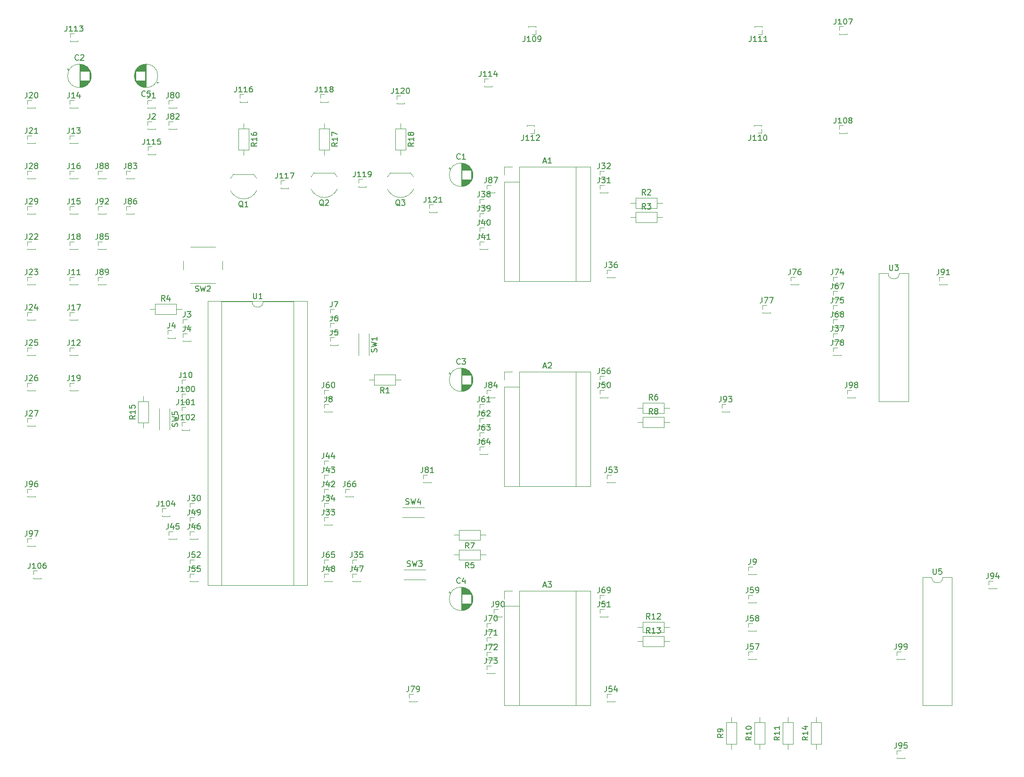
<source format=gbr>
G04 #@! TF.GenerationSoftware,KiCad,Pcbnew,(5.1.2)-2*
G04 #@! TF.CreationDate,2019-12-02T18:06:10-07:00*
G04 #@! TF.ProjectId,sparky,73706172-6b79-42e6-9b69-6361645f7063,rev?*
G04 #@! TF.SameCoordinates,Original*
G04 #@! TF.FileFunction,Legend,Top*
G04 #@! TF.FilePolarity,Positive*
%FSLAX46Y46*%
G04 Gerber Fmt 4.6, Leading zero omitted, Abs format (unit mm)*
G04 Created by KiCad (PCBNEW (5.1.2)-2) date 2019-12-02 18:06:10*
%MOMM*%
%LPD*%
G04 APERTURE LIST*
%ADD10C,0.120000*%
%ADD11C,0.150000*%
G04 APERTURE END LIST*
D10*
X82280000Y-64710000D02*
G75*
G02X80280000Y-64710000I-1000000J0D01*
G01*
X80280000Y-64710000D02*
X74820000Y-64710000D01*
X74820000Y-64710000D02*
X74820000Y-115630000D01*
X74820000Y-115630000D02*
X87740000Y-115630000D01*
X87740000Y-115630000D02*
X87740000Y-64710000D01*
X87740000Y-64710000D02*
X82280000Y-64710000D01*
X72330000Y-64650000D02*
X72330000Y-115690000D01*
X72330000Y-115690000D02*
X90230000Y-115690000D01*
X90230000Y-115690000D02*
X90230000Y-64650000D01*
X90230000Y-64650000D02*
X72330000Y-64650000D01*
X171910000Y-15275000D02*
X170520000Y-15275000D01*
X171910000Y-15275000D02*
X171910000Y-15400000D01*
X170520000Y-15275000D02*
X170520000Y-15400000D01*
X171910000Y-15275000D02*
X171823276Y-15275000D01*
X170606724Y-15275000D02*
X170520000Y-15275000D01*
X171910000Y-15960000D02*
X171910000Y-16645000D01*
X171910000Y-16645000D02*
X171215000Y-16645000D01*
X78759000Y-38388000D02*
X78759000Y-37438000D01*
X78759000Y-32648000D02*
X78759000Y-33598000D01*
X79679000Y-37438000D02*
X79679000Y-33598000D01*
X77839000Y-37438000D02*
X79679000Y-37438000D01*
X77839000Y-33598000D02*
X77839000Y-37438000D01*
X79679000Y-33598000D02*
X77839000Y-33598000D01*
X104628816Y-42269205D02*
G75*
G02X105153000Y-41542000I2324184J-1122795D01*
G01*
X104596600Y-44490807D02*
G75*
G03X106953000Y-45992000I2356400J1098807D01*
G01*
X109309400Y-44490807D02*
G75*
G02X106953000Y-45992000I-2356400J1098807D01*
G01*
X109277184Y-42269205D02*
G75*
G03X108753000Y-41542000I-2324184J-1122795D01*
G01*
X108753000Y-41542000D02*
X105153000Y-41542000D01*
X90912816Y-42269205D02*
G75*
G02X91437000Y-41542000I2324184J-1122795D01*
G01*
X90880600Y-44490807D02*
G75*
G03X93237000Y-45992000I2356400J1098807D01*
G01*
X95593400Y-44490807D02*
G75*
G02X93237000Y-45992000I-2356400J1098807D01*
G01*
X95561184Y-42269205D02*
G75*
G03X95037000Y-41542000I-2324184J-1122795D01*
G01*
X95037000Y-41542000D02*
X91437000Y-41542000D01*
X76434816Y-42523205D02*
G75*
G02X76959000Y-41796000I2324184J-1122795D01*
G01*
X76402600Y-44744807D02*
G75*
G03X78759000Y-46246000I2356400J1098807D01*
G01*
X81115400Y-44744807D02*
G75*
G02X78759000Y-46246000I-2356400J1098807D01*
G01*
X81083184Y-42523205D02*
G75*
G03X80559000Y-41796000I-2324184J-1122795D01*
G01*
X80559000Y-41796000D02*
X76959000Y-41796000D01*
X112100000Y-47279000D02*
X112795000Y-47279000D01*
X112100000Y-47964000D02*
X112100000Y-47279000D01*
X113403276Y-48649000D02*
X113490000Y-48649000D01*
X112100000Y-48649000D02*
X112186724Y-48649000D01*
X113490000Y-48649000D02*
X113490000Y-48524000D01*
X112100000Y-48649000D02*
X112100000Y-48524000D01*
X112100000Y-48649000D02*
X113490000Y-48649000D01*
X99400000Y-42707000D02*
X100095000Y-42707000D01*
X99400000Y-43392000D02*
X99400000Y-42707000D01*
X100703276Y-44077000D02*
X100790000Y-44077000D01*
X99400000Y-44077000D02*
X99486724Y-44077000D01*
X100790000Y-44077000D02*
X100790000Y-43952000D01*
X99400000Y-44077000D02*
X99400000Y-43952000D01*
X99400000Y-44077000D02*
X100790000Y-44077000D01*
X85430000Y-42961000D02*
X86125000Y-42961000D01*
X85430000Y-43646000D02*
X85430000Y-42961000D01*
X86733276Y-44331000D02*
X86820000Y-44331000D01*
X85430000Y-44331000D02*
X85516724Y-44331000D01*
X86820000Y-44331000D02*
X86820000Y-44206000D01*
X85430000Y-44331000D02*
X85430000Y-44206000D01*
X85430000Y-44331000D02*
X86820000Y-44331000D01*
X106953000Y-38388000D02*
X106953000Y-37438000D01*
X106953000Y-32648000D02*
X106953000Y-33598000D01*
X107873000Y-37438000D02*
X107873000Y-33598000D01*
X106033000Y-37438000D02*
X107873000Y-37438000D01*
X106033000Y-33598000D02*
X106033000Y-37438000D01*
X107873000Y-33598000D02*
X106033000Y-33598000D01*
X93237000Y-38388000D02*
X93237000Y-37438000D01*
X93237000Y-32648000D02*
X93237000Y-33598000D01*
X94157000Y-37438000D02*
X94157000Y-33598000D01*
X92317000Y-37438000D02*
X94157000Y-37438000D01*
X92317000Y-33598000D02*
X92317000Y-37438000D01*
X94157000Y-33598000D02*
X92317000Y-33598000D01*
X106258000Y-27721000D02*
X106953000Y-27721000D01*
X106258000Y-28406000D02*
X106258000Y-27721000D01*
X107561276Y-29091000D02*
X107648000Y-29091000D01*
X106258000Y-29091000D02*
X106344724Y-29091000D01*
X107648000Y-29091000D02*
X107648000Y-28966000D01*
X106258000Y-29091000D02*
X106258000Y-28966000D01*
X106258000Y-29091000D02*
X107648000Y-29091000D01*
X92542000Y-27467000D02*
X93237000Y-27467000D01*
X92542000Y-28152000D02*
X92542000Y-27467000D01*
X93845276Y-28837000D02*
X93932000Y-28837000D01*
X92542000Y-28837000D02*
X92628724Y-28837000D01*
X93932000Y-28837000D02*
X93932000Y-28712000D01*
X92542000Y-28837000D02*
X92542000Y-28712000D01*
X92542000Y-28837000D02*
X93932000Y-28837000D01*
X78064000Y-27467000D02*
X78759000Y-27467000D01*
X78064000Y-28152000D02*
X78064000Y-27467000D01*
X79367276Y-28837000D02*
X79454000Y-28837000D01*
X78064000Y-28837000D02*
X78150724Y-28837000D01*
X79454000Y-28837000D02*
X79454000Y-28712000D01*
X78064000Y-28837000D02*
X78064000Y-28712000D01*
X78064000Y-28837000D02*
X79454000Y-28837000D01*
X61554000Y-36865000D02*
X62249000Y-36865000D01*
X61554000Y-37550000D02*
X61554000Y-36865000D01*
X62857276Y-38235000D02*
X62944000Y-38235000D01*
X61554000Y-38235000D02*
X61640724Y-38235000D01*
X62944000Y-38235000D02*
X62944000Y-38110000D01*
X61554000Y-38235000D02*
X61554000Y-38110000D01*
X61554000Y-38235000D02*
X62944000Y-38235000D01*
X122006000Y-24673000D02*
X122701000Y-24673000D01*
X122006000Y-25358000D02*
X122006000Y-24673000D01*
X123309276Y-26043000D02*
X123396000Y-26043000D01*
X122006000Y-26043000D02*
X122092724Y-26043000D01*
X123396000Y-26043000D02*
X123396000Y-25918000D01*
X122006000Y-26043000D02*
X122006000Y-25918000D01*
X122006000Y-26043000D02*
X123396000Y-26043000D01*
X47584000Y-16545000D02*
X48279000Y-16545000D01*
X47584000Y-17230000D02*
X47584000Y-16545000D01*
X48887276Y-17915000D02*
X48974000Y-17915000D01*
X47584000Y-17915000D02*
X47670724Y-17915000D01*
X48974000Y-17915000D02*
X48974000Y-17790000D01*
X47584000Y-17915000D02*
X47584000Y-17790000D01*
X47584000Y-17915000D02*
X48974000Y-17915000D01*
X171832000Y-34415000D02*
X171137000Y-34415000D01*
X171832000Y-33730000D02*
X171832000Y-34415000D01*
X170528724Y-33045000D02*
X170442000Y-33045000D01*
X171832000Y-33045000D02*
X171745276Y-33045000D01*
X170442000Y-33045000D02*
X170442000Y-33170000D01*
X171832000Y-33045000D02*
X171832000Y-33170000D01*
X171832000Y-33045000D02*
X170442000Y-33045000D01*
X131270000Y-16645000D02*
X130575000Y-16645000D01*
X131270000Y-15960000D02*
X131270000Y-16645000D01*
X129966724Y-15275000D02*
X129880000Y-15275000D01*
X131270000Y-15275000D02*
X131183276Y-15275000D01*
X129880000Y-15275000D02*
X129880000Y-15400000D01*
X131270000Y-15275000D02*
X131270000Y-15400000D01*
X131270000Y-15275000D02*
X129880000Y-15275000D01*
X131016000Y-34425000D02*
X130321000Y-34425000D01*
X131016000Y-33740000D02*
X131016000Y-34425000D01*
X129712724Y-33055000D02*
X129626000Y-33055000D01*
X131016000Y-33055000D02*
X130929276Y-33055000D01*
X129626000Y-33055000D02*
X129626000Y-33180000D01*
X131016000Y-33055000D02*
X131016000Y-33180000D01*
X131016000Y-33055000D02*
X129626000Y-33055000D01*
X185760000Y-34425000D02*
X187150000Y-34425000D01*
X185760000Y-34425000D02*
X185760000Y-34300000D01*
X187150000Y-34425000D02*
X187150000Y-34300000D01*
X185760000Y-34425000D02*
X185846724Y-34425000D01*
X187063276Y-34425000D02*
X187150000Y-34425000D01*
X185760000Y-33740000D02*
X185760000Y-33055000D01*
X185760000Y-33055000D02*
X186455000Y-33055000D01*
X185760000Y-16645000D02*
X187150000Y-16645000D01*
X185760000Y-16645000D02*
X185760000Y-16520000D01*
X187150000Y-16645000D02*
X187150000Y-16520000D01*
X185760000Y-16645000D02*
X185846724Y-16645000D01*
X187063276Y-16645000D02*
X187150000Y-16645000D01*
X185760000Y-15960000D02*
X185760000Y-15275000D01*
X185760000Y-15275000D02*
X186455000Y-15275000D01*
X67945000Y-57410000D02*
X67945000Y-58910000D01*
X69195000Y-61410000D02*
X73695000Y-61410000D01*
X74945000Y-58910000D02*
X74945000Y-57410000D01*
X73695000Y-54910000D02*
X69195000Y-54910000D01*
X65110000Y-69885000D02*
X65805000Y-69885000D01*
X65110000Y-70570000D02*
X65110000Y-69885000D01*
X66413276Y-71255000D02*
X66500000Y-71255000D01*
X65110000Y-71255000D02*
X65196724Y-71255000D01*
X66500000Y-71255000D02*
X66500000Y-71130000D01*
X65110000Y-71255000D02*
X65110000Y-71130000D01*
X65110000Y-71255000D02*
X66500000Y-71255000D01*
X63615000Y-83890000D02*
X63615000Y-87730000D01*
X65455000Y-83890000D02*
X65455000Y-87730000D01*
X60725000Y-81670000D02*
X60725000Y-82620000D01*
X60725000Y-87410000D02*
X60725000Y-86460000D01*
X59805000Y-82620000D02*
X59805000Y-86460000D01*
X61645000Y-82620000D02*
X59805000Y-82620000D01*
X61645000Y-86460000D02*
X61645000Y-82620000D01*
X59805000Y-86460000D02*
X61645000Y-86460000D01*
X64094000Y-101889000D02*
X64789000Y-101889000D01*
X64094000Y-102574000D02*
X64094000Y-101889000D01*
X65397276Y-103259000D02*
X65484000Y-103259000D01*
X64094000Y-103259000D02*
X64180724Y-103259000D01*
X65484000Y-103259000D02*
X65484000Y-103134000D01*
X64094000Y-103259000D02*
X64094000Y-103134000D01*
X64094000Y-103259000D02*
X65484000Y-103259000D01*
X67650000Y-86395000D02*
X68345000Y-86395000D01*
X67650000Y-87080000D02*
X67650000Y-86395000D01*
X68953276Y-87765000D02*
X69040000Y-87765000D01*
X67650000Y-87765000D02*
X67736724Y-87765000D01*
X69040000Y-87765000D02*
X69040000Y-87640000D01*
X67650000Y-87765000D02*
X67650000Y-87640000D01*
X67650000Y-87765000D02*
X69040000Y-87765000D01*
X67650000Y-83645000D02*
X68345000Y-83645000D01*
X67650000Y-84330000D02*
X67650000Y-83645000D01*
X68953276Y-85015000D02*
X69040000Y-85015000D01*
X67650000Y-85015000D02*
X67736724Y-85015000D01*
X69040000Y-85015000D02*
X69040000Y-84890000D01*
X67650000Y-85015000D02*
X67650000Y-84890000D01*
X67650000Y-85015000D02*
X69040000Y-85015000D01*
X67650000Y-81315000D02*
X68345000Y-81315000D01*
X67650000Y-82000000D02*
X67650000Y-81315000D01*
X68953276Y-82685000D02*
X69040000Y-82685000D01*
X67650000Y-82685000D02*
X67736724Y-82685000D01*
X69040000Y-82685000D02*
X69040000Y-82560000D01*
X67650000Y-82685000D02*
X67650000Y-82560000D01*
X67650000Y-82685000D02*
X69040000Y-82685000D01*
X67650000Y-78775000D02*
X68345000Y-78775000D01*
X67650000Y-79460000D02*
X67650000Y-78775000D01*
X68953276Y-80145000D02*
X69040000Y-80145000D01*
X67650000Y-80145000D02*
X67736724Y-80145000D01*
X69040000Y-80145000D02*
X69040000Y-80020000D01*
X67650000Y-80145000D02*
X67650000Y-80020000D01*
X67650000Y-80145000D02*
X69040000Y-80145000D01*
X94320000Y-66075000D02*
X95015000Y-66075000D01*
X94320000Y-66760000D02*
X94320000Y-66075000D01*
X95623276Y-67445000D02*
X95710000Y-67445000D01*
X94320000Y-67445000D02*
X94406724Y-67445000D01*
X95710000Y-67445000D02*
X95710000Y-67320000D01*
X94320000Y-67445000D02*
X94320000Y-67320000D01*
X94320000Y-67445000D02*
X95710000Y-67445000D01*
X94320000Y-68615000D02*
X95015000Y-68615000D01*
X94320000Y-69300000D02*
X94320000Y-68615000D01*
X95623276Y-69985000D02*
X95710000Y-69985000D01*
X94320000Y-69985000D02*
X94406724Y-69985000D01*
X95710000Y-69985000D02*
X95710000Y-69860000D01*
X94320000Y-69985000D02*
X94320000Y-69860000D01*
X94320000Y-69985000D02*
X95710000Y-69985000D01*
X94320000Y-71155000D02*
X95015000Y-71155000D01*
X94320000Y-71840000D02*
X94320000Y-71155000D01*
X95623276Y-72525000D02*
X95710000Y-72525000D01*
X94320000Y-72525000D02*
X94406724Y-72525000D01*
X95710000Y-72525000D02*
X95710000Y-72400000D01*
X94320000Y-72525000D02*
X94320000Y-72400000D01*
X94320000Y-72525000D02*
X95710000Y-72525000D01*
X204405001Y-114240000D02*
G75*
G02X202405001Y-114240000I-1000000J0D01*
G01*
X202405001Y-114240000D02*
X200755001Y-114240000D01*
X200755001Y-114240000D02*
X200755001Y-137220000D01*
X200755001Y-137220000D02*
X206055001Y-137220000D01*
X206055001Y-137220000D02*
X206055001Y-114240000D01*
X206055001Y-114240000D02*
X204405001Y-114240000D01*
X138430000Y-40510000D02*
X138430000Y-61090000D01*
X128270000Y-43180000D02*
X128270000Y-61090000D01*
X127000000Y-40510000D02*
X125600000Y-40510000D01*
X125600000Y-40510000D02*
X125600000Y-41910000D01*
X128270000Y-40510000D02*
X128270000Y-43180000D01*
X128270000Y-43180000D02*
X125600000Y-43180000D01*
X125600000Y-43180000D02*
X125600000Y-61090000D01*
X125600000Y-61090000D02*
X141100000Y-61090000D01*
X141100000Y-61090000D02*
X141100000Y-40510000D01*
X141100000Y-40510000D02*
X128270000Y-40510000D01*
X141100000Y-77340000D02*
X128270000Y-77340000D01*
X141100000Y-97920000D02*
X141100000Y-77340000D01*
X125600000Y-97920000D02*
X141100000Y-97920000D01*
X125600000Y-80010000D02*
X125600000Y-97920000D01*
X128270000Y-80010000D02*
X125600000Y-80010000D01*
X128270000Y-77340000D02*
X128270000Y-80010000D01*
X125600000Y-77340000D02*
X125600000Y-78740000D01*
X127000000Y-77340000D02*
X125600000Y-77340000D01*
X128270000Y-80010000D02*
X128270000Y-97920000D01*
X138430000Y-77340000D02*
X138430000Y-97920000D01*
X138430000Y-116710000D02*
X138430000Y-137290000D01*
X128270000Y-119380000D02*
X128270000Y-137290000D01*
X127000000Y-116710000D02*
X125600000Y-116710000D01*
X125600000Y-116710000D02*
X125600000Y-118110000D01*
X128270000Y-116710000D02*
X128270000Y-119380000D01*
X128270000Y-119380000D02*
X125600000Y-119380000D01*
X125600000Y-119380000D02*
X125600000Y-137290000D01*
X125600000Y-137290000D02*
X141100000Y-137290000D01*
X141100000Y-137290000D02*
X141100000Y-116710000D01*
X141100000Y-116710000D02*
X128270000Y-116710000D01*
X119960000Y-41910000D02*
G75*
G03X119960000Y-41910000I-2120000J0D01*
G01*
X117840000Y-39830000D02*
X117840000Y-43990000D01*
X117880000Y-39830000D02*
X117880000Y-43990000D01*
X117920000Y-39831000D02*
X117920000Y-43989000D01*
X117960000Y-39833000D02*
X117960000Y-43987000D01*
X118000000Y-39836000D02*
X118000000Y-43984000D01*
X118040000Y-39839000D02*
X118040000Y-41070000D01*
X118040000Y-42750000D02*
X118040000Y-43981000D01*
X118080000Y-39843000D02*
X118080000Y-41070000D01*
X118080000Y-42750000D02*
X118080000Y-43977000D01*
X118120000Y-39848000D02*
X118120000Y-41070000D01*
X118120000Y-42750000D02*
X118120000Y-43972000D01*
X118160000Y-39854000D02*
X118160000Y-41070000D01*
X118160000Y-42750000D02*
X118160000Y-43966000D01*
X118200000Y-39860000D02*
X118200000Y-41070000D01*
X118200000Y-42750000D02*
X118200000Y-43960000D01*
X118240000Y-39868000D02*
X118240000Y-41070000D01*
X118240000Y-42750000D02*
X118240000Y-43952000D01*
X118280000Y-39876000D02*
X118280000Y-41070000D01*
X118280000Y-42750000D02*
X118280000Y-43944000D01*
X118320000Y-39885000D02*
X118320000Y-41070000D01*
X118320000Y-42750000D02*
X118320000Y-43935000D01*
X118360000Y-39894000D02*
X118360000Y-41070000D01*
X118360000Y-42750000D02*
X118360000Y-43926000D01*
X118400000Y-39905000D02*
X118400000Y-41070000D01*
X118400000Y-42750000D02*
X118400000Y-43915000D01*
X118440000Y-39916000D02*
X118440000Y-41070000D01*
X118440000Y-42750000D02*
X118440000Y-43904000D01*
X118480000Y-39928000D02*
X118480000Y-41070000D01*
X118480000Y-42750000D02*
X118480000Y-43892000D01*
X118520000Y-39942000D02*
X118520000Y-41070000D01*
X118520000Y-42750000D02*
X118520000Y-43878000D01*
X118561000Y-39956000D02*
X118561000Y-41070000D01*
X118561000Y-42750000D02*
X118561000Y-43864000D01*
X118601000Y-39970000D02*
X118601000Y-41070000D01*
X118601000Y-42750000D02*
X118601000Y-43850000D01*
X118641000Y-39986000D02*
X118641000Y-41070000D01*
X118641000Y-42750000D02*
X118641000Y-43834000D01*
X118681000Y-40003000D02*
X118681000Y-41070000D01*
X118681000Y-42750000D02*
X118681000Y-43817000D01*
X118721000Y-40021000D02*
X118721000Y-41070000D01*
X118721000Y-42750000D02*
X118721000Y-43799000D01*
X118761000Y-40040000D02*
X118761000Y-41070000D01*
X118761000Y-42750000D02*
X118761000Y-43780000D01*
X118801000Y-40059000D02*
X118801000Y-41070000D01*
X118801000Y-42750000D02*
X118801000Y-43761000D01*
X118841000Y-40080000D02*
X118841000Y-41070000D01*
X118841000Y-42750000D02*
X118841000Y-43740000D01*
X118881000Y-40102000D02*
X118881000Y-41070000D01*
X118881000Y-42750000D02*
X118881000Y-43718000D01*
X118921000Y-40125000D02*
X118921000Y-41070000D01*
X118921000Y-42750000D02*
X118921000Y-43695000D01*
X118961000Y-40150000D02*
X118961000Y-41070000D01*
X118961000Y-42750000D02*
X118961000Y-43670000D01*
X119001000Y-40175000D02*
X119001000Y-41070000D01*
X119001000Y-42750000D02*
X119001000Y-43645000D01*
X119041000Y-40202000D02*
X119041000Y-41070000D01*
X119041000Y-42750000D02*
X119041000Y-43618000D01*
X119081000Y-40230000D02*
X119081000Y-41070000D01*
X119081000Y-42750000D02*
X119081000Y-43590000D01*
X119121000Y-40260000D02*
X119121000Y-41070000D01*
X119121000Y-42750000D02*
X119121000Y-43560000D01*
X119161000Y-40291000D02*
X119161000Y-41070000D01*
X119161000Y-42750000D02*
X119161000Y-43529000D01*
X119201000Y-40323000D02*
X119201000Y-41070000D01*
X119201000Y-42750000D02*
X119201000Y-43497000D01*
X119241000Y-40358000D02*
X119241000Y-41070000D01*
X119241000Y-42750000D02*
X119241000Y-43462000D01*
X119281000Y-40394000D02*
X119281000Y-41070000D01*
X119281000Y-42750000D02*
X119281000Y-43426000D01*
X119321000Y-40432000D02*
X119321000Y-41070000D01*
X119321000Y-42750000D02*
X119321000Y-43388000D01*
X119361000Y-40472000D02*
X119361000Y-41070000D01*
X119361000Y-42750000D02*
X119361000Y-43348000D01*
X119401000Y-40514000D02*
X119401000Y-41070000D01*
X119401000Y-42750000D02*
X119401000Y-43306000D01*
X119441000Y-40559000D02*
X119441000Y-41070000D01*
X119441000Y-42750000D02*
X119441000Y-43261000D01*
X119481000Y-40606000D02*
X119481000Y-41070000D01*
X119481000Y-42750000D02*
X119481000Y-43214000D01*
X119521000Y-40656000D02*
X119521000Y-41070000D01*
X119521000Y-42750000D02*
X119521000Y-43164000D01*
X119561000Y-40710000D02*
X119561000Y-41070000D01*
X119561000Y-42750000D02*
X119561000Y-43110000D01*
X119601000Y-40768000D02*
X119601000Y-41070000D01*
X119601000Y-42750000D02*
X119601000Y-43052000D01*
X119641000Y-40830000D02*
X119641000Y-41070000D01*
X119641000Y-42750000D02*
X119641000Y-42990000D01*
X119681000Y-40897000D02*
X119681000Y-42923000D01*
X119721000Y-40970000D02*
X119721000Y-42850000D01*
X119761000Y-41051000D02*
X119761000Y-42769000D01*
X119801000Y-41142000D02*
X119801000Y-42678000D01*
X119841000Y-41246000D02*
X119841000Y-42574000D01*
X119881000Y-41373000D02*
X119881000Y-42447000D01*
X119921000Y-41540000D02*
X119921000Y-42280000D01*
X115570199Y-40715000D02*
X115970199Y-40715000D01*
X115770199Y-40515000D02*
X115770199Y-40915000D01*
X47190199Y-22735000D02*
X47190199Y-23135000D01*
X46990199Y-22935000D02*
X47390199Y-22935000D01*
X51341000Y-23760000D02*
X51341000Y-24500000D01*
X51301000Y-23593000D02*
X51301000Y-24667000D01*
X51261000Y-23466000D02*
X51261000Y-24794000D01*
X51221000Y-23362000D02*
X51221000Y-24898000D01*
X51181000Y-23271000D02*
X51181000Y-24989000D01*
X51141000Y-23190000D02*
X51141000Y-25070000D01*
X51101000Y-23117000D02*
X51101000Y-25143000D01*
X51061000Y-24970000D02*
X51061000Y-25210000D01*
X51061000Y-23050000D02*
X51061000Y-23290000D01*
X51021000Y-24970000D02*
X51021000Y-25272000D01*
X51021000Y-22988000D02*
X51021000Y-23290000D01*
X50981000Y-24970000D02*
X50981000Y-25330000D01*
X50981000Y-22930000D02*
X50981000Y-23290000D01*
X50941000Y-24970000D02*
X50941000Y-25384000D01*
X50941000Y-22876000D02*
X50941000Y-23290000D01*
X50901000Y-24970000D02*
X50901000Y-25434000D01*
X50901000Y-22826000D02*
X50901000Y-23290000D01*
X50861000Y-24970000D02*
X50861000Y-25481000D01*
X50861000Y-22779000D02*
X50861000Y-23290000D01*
X50821000Y-24970000D02*
X50821000Y-25526000D01*
X50821000Y-22734000D02*
X50821000Y-23290000D01*
X50781000Y-24970000D02*
X50781000Y-25568000D01*
X50781000Y-22692000D02*
X50781000Y-23290000D01*
X50741000Y-24970000D02*
X50741000Y-25608000D01*
X50741000Y-22652000D02*
X50741000Y-23290000D01*
X50701000Y-24970000D02*
X50701000Y-25646000D01*
X50701000Y-22614000D02*
X50701000Y-23290000D01*
X50661000Y-24970000D02*
X50661000Y-25682000D01*
X50661000Y-22578000D02*
X50661000Y-23290000D01*
X50621000Y-24970000D02*
X50621000Y-25717000D01*
X50621000Y-22543000D02*
X50621000Y-23290000D01*
X50581000Y-24970000D02*
X50581000Y-25749000D01*
X50581000Y-22511000D02*
X50581000Y-23290000D01*
X50541000Y-24970000D02*
X50541000Y-25780000D01*
X50541000Y-22480000D02*
X50541000Y-23290000D01*
X50501000Y-24970000D02*
X50501000Y-25810000D01*
X50501000Y-22450000D02*
X50501000Y-23290000D01*
X50461000Y-24970000D02*
X50461000Y-25838000D01*
X50461000Y-22422000D02*
X50461000Y-23290000D01*
X50421000Y-24970000D02*
X50421000Y-25865000D01*
X50421000Y-22395000D02*
X50421000Y-23290000D01*
X50381000Y-24970000D02*
X50381000Y-25890000D01*
X50381000Y-22370000D02*
X50381000Y-23290000D01*
X50341000Y-24970000D02*
X50341000Y-25915000D01*
X50341000Y-22345000D02*
X50341000Y-23290000D01*
X50301000Y-24970000D02*
X50301000Y-25938000D01*
X50301000Y-22322000D02*
X50301000Y-23290000D01*
X50261000Y-24970000D02*
X50261000Y-25960000D01*
X50261000Y-22300000D02*
X50261000Y-23290000D01*
X50221000Y-24970000D02*
X50221000Y-25981000D01*
X50221000Y-22279000D02*
X50221000Y-23290000D01*
X50181000Y-24970000D02*
X50181000Y-26000000D01*
X50181000Y-22260000D02*
X50181000Y-23290000D01*
X50141000Y-24970000D02*
X50141000Y-26019000D01*
X50141000Y-22241000D02*
X50141000Y-23290000D01*
X50101000Y-24970000D02*
X50101000Y-26037000D01*
X50101000Y-22223000D02*
X50101000Y-23290000D01*
X50061000Y-24970000D02*
X50061000Y-26054000D01*
X50061000Y-22206000D02*
X50061000Y-23290000D01*
X50021000Y-24970000D02*
X50021000Y-26070000D01*
X50021000Y-22190000D02*
X50021000Y-23290000D01*
X49981000Y-24970000D02*
X49981000Y-26084000D01*
X49981000Y-22176000D02*
X49981000Y-23290000D01*
X49940000Y-24970000D02*
X49940000Y-26098000D01*
X49940000Y-22162000D02*
X49940000Y-23290000D01*
X49900000Y-24970000D02*
X49900000Y-26112000D01*
X49900000Y-22148000D02*
X49900000Y-23290000D01*
X49860000Y-24970000D02*
X49860000Y-26124000D01*
X49860000Y-22136000D02*
X49860000Y-23290000D01*
X49820000Y-24970000D02*
X49820000Y-26135000D01*
X49820000Y-22125000D02*
X49820000Y-23290000D01*
X49780000Y-24970000D02*
X49780000Y-26146000D01*
X49780000Y-22114000D02*
X49780000Y-23290000D01*
X49740000Y-24970000D02*
X49740000Y-26155000D01*
X49740000Y-22105000D02*
X49740000Y-23290000D01*
X49700000Y-24970000D02*
X49700000Y-26164000D01*
X49700000Y-22096000D02*
X49700000Y-23290000D01*
X49660000Y-24970000D02*
X49660000Y-26172000D01*
X49660000Y-22088000D02*
X49660000Y-23290000D01*
X49620000Y-24970000D02*
X49620000Y-26180000D01*
X49620000Y-22080000D02*
X49620000Y-23290000D01*
X49580000Y-24970000D02*
X49580000Y-26186000D01*
X49580000Y-22074000D02*
X49580000Y-23290000D01*
X49540000Y-24970000D02*
X49540000Y-26192000D01*
X49540000Y-22068000D02*
X49540000Y-23290000D01*
X49500000Y-24970000D02*
X49500000Y-26197000D01*
X49500000Y-22063000D02*
X49500000Y-23290000D01*
X49460000Y-24970000D02*
X49460000Y-26201000D01*
X49460000Y-22059000D02*
X49460000Y-23290000D01*
X49420000Y-22056000D02*
X49420000Y-26204000D01*
X49380000Y-22053000D02*
X49380000Y-26207000D01*
X49340000Y-22051000D02*
X49340000Y-26209000D01*
X49300000Y-22050000D02*
X49300000Y-26210000D01*
X49260000Y-22050000D02*
X49260000Y-26210000D01*
X51380000Y-24130000D02*
G75*
G03X51380000Y-24130000I-2120000J0D01*
G01*
X119960000Y-78740000D02*
G75*
G03X119960000Y-78740000I-2120000J0D01*
G01*
X117840000Y-76660000D02*
X117840000Y-80820000D01*
X117880000Y-76660000D02*
X117880000Y-80820000D01*
X117920000Y-76661000D02*
X117920000Y-80819000D01*
X117960000Y-76663000D02*
X117960000Y-80817000D01*
X118000000Y-76666000D02*
X118000000Y-80814000D01*
X118040000Y-76669000D02*
X118040000Y-77900000D01*
X118040000Y-79580000D02*
X118040000Y-80811000D01*
X118080000Y-76673000D02*
X118080000Y-77900000D01*
X118080000Y-79580000D02*
X118080000Y-80807000D01*
X118120000Y-76678000D02*
X118120000Y-77900000D01*
X118120000Y-79580000D02*
X118120000Y-80802000D01*
X118160000Y-76684000D02*
X118160000Y-77900000D01*
X118160000Y-79580000D02*
X118160000Y-80796000D01*
X118200000Y-76690000D02*
X118200000Y-77900000D01*
X118200000Y-79580000D02*
X118200000Y-80790000D01*
X118240000Y-76698000D02*
X118240000Y-77900000D01*
X118240000Y-79580000D02*
X118240000Y-80782000D01*
X118280000Y-76706000D02*
X118280000Y-77900000D01*
X118280000Y-79580000D02*
X118280000Y-80774000D01*
X118320000Y-76715000D02*
X118320000Y-77900000D01*
X118320000Y-79580000D02*
X118320000Y-80765000D01*
X118360000Y-76724000D02*
X118360000Y-77900000D01*
X118360000Y-79580000D02*
X118360000Y-80756000D01*
X118400000Y-76735000D02*
X118400000Y-77900000D01*
X118400000Y-79580000D02*
X118400000Y-80745000D01*
X118440000Y-76746000D02*
X118440000Y-77900000D01*
X118440000Y-79580000D02*
X118440000Y-80734000D01*
X118480000Y-76758000D02*
X118480000Y-77900000D01*
X118480000Y-79580000D02*
X118480000Y-80722000D01*
X118520000Y-76772000D02*
X118520000Y-77900000D01*
X118520000Y-79580000D02*
X118520000Y-80708000D01*
X118561000Y-76786000D02*
X118561000Y-77900000D01*
X118561000Y-79580000D02*
X118561000Y-80694000D01*
X118601000Y-76800000D02*
X118601000Y-77900000D01*
X118601000Y-79580000D02*
X118601000Y-80680000D01*
X118641000Y-76816000D02*
X118641000Y-77900000D01*
X118641000Y-79580000D02*
X118641000Y-80664000D01*
X118681000Y-76833000D02*
X118681000Y-77900000D01*
X118681000Y-79580000D02*
X118681000Y-80647000D01*
X118721000Y-76851000D02*
X118721000Y-77900000D01*
X118721000Y-79580000D02*
X118721000Y-80629000D01*
X118761000Y-76870000D02*
X118761000Y-77900000D01*
X118761000Y-79580000D02*
X118761000Y-80610000D01*
X118801000Y-76889000D02*
X118801000Y-77900000D01*
X118801000Y-79580000D02*
X118801000Y-80591000D01*
X118841000Y-76910000D02*
X118841000Y-77900000D01*
X118841000Y-79580000D02*
X118841000Y-80570000D01*
X118881000Y-76932000D02*
X118881000Y-77900000D01*
X118881000Y-79580000D02*
X118881000Y-80548000D01*
X118921000Y-76955000D02*
X118921000Y-77900000D01*
X118921000Y-79580000D02*
X118921000Y-80525000D01*
X118961000Y-76980000D02*
X118961000Y-77900000D01*
X118961000Y-79580000D02*
X118961000Y-80500000D01*
X119001000Y-77005000D02*
X119001000Y-77900000D01*
X119001000Y-79580000D02*
X119001000Y-80475000D01*
X119041000Y-77032000D02*
X119041000Y-77900000D01*
X119041000Y-79580000D02*
X119041000Y-80448000D01*
X119081000Y-77060000D02*
X119081000Y-77900000D01*
X119081000Y-79580000D02*
X119081000Y-80420000D01*
X119121000Y-77090000D02*
X119121000Y-77900000D01*
X119121000Y-79580000D02*
X119121000Y-80390000D01*
X119161000Y-77121000D02*
X119161000Y-77900000D01*
X119161000Y-79580000D02*
X119161000Y-80359000D01*
X119201000Y-77153000D02*
X119201000Y-77900000D01*
X119201000Y-79580000D02*
X119201000Y-80327000D01*
X119241000Y-77188000D02*
X119241000Y-77900000D01*
X119241000Y-79580000D02*
X119241000Y-80292000D01*
X119281000Y-77224000D02*
X119281000Y-77900000D01*
X119281000Y-79580000D02*
X119281000Y-80256000D01*
X119321000Y-77262000D02*
X119321000Y-77900000D01*
X119321000Y-79580000D02*
X119321000Y-80218000D01*
X119361000Y-77302000D02*
X119361000Y-77900000D01*
X119361000Y-79580000D02*
X119361000Y-80178000D01*
X119401000Y-77344000D02*
X119401000Y-77900000D01*
X119401000Y-79580000D02*
X119401000Y-80136000D01*
X119441000Y-77389000D02*
X119441000Y-77900000D01*
X119441000Y-79580000D02*
X119441000Y-80091000D01*
X119481000Y-77436000D02*
X119481000Y-77900000D01*
X119481000Y-79580000D02*
X119481000Y-80044000D01*
X119521000Y-77486000D02*
X119521000Y-77900000D01*
X119521000Y-79580000D02*
X119521000Y-79994000D01*
X119561000Y-77540000D02*
X119561000Y-77900000D01*
X119561000Y-79580000D02*
X119561000Y-79940000D01*
X119601000Y-77598000D02*
X119601000Y-77900000D01*
X119601000Y-79580000D02*
X119601000Y-79882000D01*
X119641000Y-77660000D02*
X119641000Y-77900000D01*
X119641000Y-79580000D02*
X119641000Y-79820000D01*
X119681000Y-77727000D02*
X119681000Y-79753000D01*
X119721000Y-77800000D02*
X119721000Y-79680000D01*
X119761000Y-77881000D02*
X119761000Y-79599000D01*
X119801000Y-77972000D02*
X119801000Y-79508000D01*
X119841000Y-78076000D02*
X119841000Y-79404000D01*
X119881000Y-78203000D02*
X119881000Y-79277000D01*
X119921000Y-78370000D02*
X119921000Y-79110000D01*
X115570199Y-77545000D02*
X115970199Y-77545000D01*
X115770199Y-77345000D02*
X115770199Y-77745000D01*
X115770199Y-116715000D02*
X115770199Y-117115000D01*
X115570199Y-116915000D02*
X115970199Y-116915000D01*
X119921000Y-117740000D02*
X119921000Y-118480000D01*
X119881000Y-117573000D02*
X119881000Y-118647000D01*
X119841000Y-117446000D02*
X119841000Y-118774000D01*
X119801000Y-117342000D02*
X119801000Y-118878000D01*
X119761000Y-117251000D02*
X119761000Y-118969000D01*
X119721000Y-117170000D02*
X119721000Y-119050000D01*
X119681000Y-117097000D02*
X119681000Y-119123000D01*
X119641000Y-118950000D02*
X119641000Y-119190000D01*
X119641000Y-117030000D02*
X119641000Y-117270000D01*
X119601000Y-118950000D02*
X119601000Y-119252000D01*
X119601000Y-116968000D02*
X119601000Y-117270000D01*
X119561000Y-118950000D02*
X119561000Y-119310000D01*
X119561000Y-116910000D02*
X119561000Y-117270000D01*
X119521000Y-118950000D02*
X119521000Y-119364000D01*
X119521000Y-116856000D02*
X119521000Y-117270000D01*
X119481000Y-118950000D02*
X119481000Y-119414000D01*
X119481000Y-116806000D02*
X119481000Y-117270000D01*
X119441000Y-118950000D02*
X119441000Y-119461000D01*
X119441000Y-116759000D02*
X119441000Y-117270000D01*
X119401000Y-118950000D02*
X119401000Y-119506000D01*
X119401000Y-116714000D02*
X119401000Y-117270000D01*
X119361000Y-118950000D02*
X119361000Y-119548000D01*
X119361000Y-116672000D02*
X119361000Y-117270000D01*
X119321000Y-118950000D02*
X119321000Y-119588000D01*
X119321000Y-116632000D02*
X119321000Y-117270000D01*
X119281000Y-118950000D02*
X119281000Y-119626000D01*
X119281000Y-116594000D02*
X119281000Y-117270000D01*
X119241000Y-118950000D02*
X119241000Y-119662000D01*
X119241000Y-116558000D02*
X119241000Y-117270000D01*
X119201000Y-118950000D02*
X119201000Y-119697000D01*
X119201000Y-116523000D02*
X119201000Y-117270000D01*
X119161000Y-118950000D02*
X119161000Y-119729000D01*
X119161000Y-116491000D02*
X119161000Y-117270000D01*
X119121000Y-118950000D02*
X119121000Y-119760000D01*
X119121000Y-116460000D02*
X119121000Y-117270000D01*
X119081000Y-118950000D02*
X119081000Y-119790000D01*
X119081000Y-116430000D02*
X119081000Y-117270000D01*
X119041000Y-118950000D02*
X119041000Y-119818000D01*
X119041000Y-116402000D02*
X119041000Y-117270000D01*
X119001000Y-118950000D02*
X119001000Y-119845000D01*
X119001000Y-116375000D02*
X119001000Y-117270000D01*
X118961000Y-118950000D02*
X118961000Y-119870000D01*
X118961000Y-116350000D02*
X118961000Y-117270000D01*
X118921000Y-118950000D02*
X118921000Y-119895000D01*
X118921000Y-116325000D02*
X118921000Y-117270000D01*
X118881000Y-118950000D02*
X118881000Y-119918000D01*
X118881000Y-116302000D02*
X118881000Y-117270000D01*
X118841000Y-118950000D02*
X118841000Y-119940000D01*
X118841000Y-116280000D02*
X118841000Y-117270000D01*
X118801000Y-118950000D02*
X118801000Y-119961000D01*
X118801000Y-116259000D02*
X118801000Y-117270000D01*
X118761000Y-118950000D02*
X118761000Y-119980000D01*
X118761000Y-116240000D02*
X118761000Y-117270000D01*
X118721000Y-118950000D02*
X118721000Y-119999000D01*
X118721000Y-116221000D02*
X118721000Y-117270000D01*
X118681000Y-118950000D02*
X118681000Y-120017000D01*
X118681000Y-116203000D02*
X118681000Y-117270000D01*
X118641000Y-118950000D02*
X118641000Y-120034000D01*
X118641000Y-116186000D02*
X118641000Y-117270000D01*
X118601000Y-118950000D02*
X118601000Y-120050000D01*
X118601000Y-116170000D02*
X118601000Y-117270000D01*
X118561000Y-118950000D02*
X118561000Y-120064000D01*
X118561000Y-116156000D02*
X118561000Y-117270000D01*
X118520000Y-118950000D02*
X118520000Y-120078000D01*
X118520000Y-116142000D02*
X118520000Y-117270000D01*
X118480000Y-118950000D02*
X118480000Y-120092000D01*
X118480000Y-116128000D02*
X118480000Y-117270000D01*
X118440000Y-118950000D02*
X118440000Y-120104000D01*
X118440000Y-116116000D02*
X118440000Y-117270000D01*
X118400000Y-118950000D02*
X118400000Y-120115000D01*
X118400000Y-116105000D02*
X118400000Y-117270000D01*
X118360000Y-118950000D02*
X118360000Y-120126000D01*
X118360000Y-116094000D02*
X118360000Y-117270000D01*
X118320000Y-118950000D02*
X118320000Y-120135000D01*
X118320000Y-116085000D02*
X118320000Y-117270000D01*
X118280000Y-118950000D02*
X118280000Y-120144000D01*
X118280000Y-116076000D02*
X118280000Y-117270000D01*
X118240000Y-118950000D02*
X118240000Y-120152000D01*
X118240000Y-116068000D02*
X118240000Y-117270000D01*
X118200000Y-118950000D02*
X118200000Y-120160000D01*
X118200000Y-116060000D02*
X118200000Y-117270000D01*
X118160000Y-118950000D02*
X118160000Y-120166000D01*
X118160000Y-116054000D02*
X118160000Y-117270000D01*
X118120000Y-118950000D02*
X118120000Y-120172000D01*
X118120000Y-116048000D02*
X118120000Y-117270000D01*
X118080000Y-118950000D02*
X118080000Y-120177000D01*
X118080000Y-116043000D02*
X118080000Y-117270000D01*
X118040000Y-118950000D02*
X118040000Y-120181000D01*
X118040000Y-116039000D02*
X118040000Y-117270000D01*
X118000000Y-116036000D02*
X118000000Y-120184000D01*
X117960000Y-116033000D02*
X117960000Y-120187000D01*
X117920000Y-116031000D02*
X117920000Y-120189000D01*
X117880000Y-116030000D02*
X117880000Y-120190000D01*
X117840000Y-116030000D02*
X117840000Y-120190000D01*
X119960000Y-118110000D02*
G75*
G03X119960000Y-118110000I-2120000J0D01*
G01*
X63350000Y-24130000D02*
G75*
G03X63350000Y-24130000I-2120000J0D01*
G01*
X61230000Y-26210000D02*
X61230000Y-22050000D01*
X61190000Y-26210000D02*
X61190000Y-22050000D01*
X61150000Y-26209000D02*
X61150000Y-22051000D01*
X61110000Y-26207000D02*
X61110000Y-22053000D01*
X61070000Y-26204000D02*
X61070000Y-22056000D01*
X61030000Y-26201000D02*
X61030000Y-24970000D01*
X61030000Y-23290000D02*
X61030000Y-22059000D01*
X60990000Y-26197000D02*
X60990000Y-24970000D01*
X60990000Y-23290000D02*
X60990000Y-22063000D01*
X60950000Y-26192000D02*
X60950000Y-24970000D01*
X60950000Y-23290000D02*
X60950000Y-22068000D01*
X60910000Y-26186000D02*
X60910000Y-24970000D01*
X60910000Y-23290000D02*
X60910000Y-22074000D01*
X60870000Y-26180000D02*
X60870000Y-24970000D01*
X60870000Y-23290000D02*
X60870000Y-22080000D01*
X60830000Y-26172000D02*
X60830000Y-24970000D01*
X60830000Y-23290000D02*
X60830000Y-22088000D01*
X60790000Y-26164000D02*
X60790000Y-24970000D01*
X60790000Y-23290000D02*
X60790000Y-22096000D01*
X60750000Y-26155000D02*
X60750000Y-24970000D01*
X60750000Y-23290000D02*
X60750000Y-22105000D01*
X60710000Y-26146000D02*
X60710000Y-24970000D01*
X60710000Y-23290000D02*
X60710000Y-22114000D01*
X60670000Y-26135000D02*
X60670000Y-24970000D01*
X60670000Y-23290000D02*
X60670000Y-22125000D01*
X60630000Y-26124000D02*
X60630000Y-24970000D01*
X60630000Y-23290000D02*
X60630000Y-22136000D01*
X60590000Y-26112000D02*
X60590000Y-24970000D01*
X60590000Y-23290000D02*
X60590000Y-22148000D01*
X60550000Y-26098000D02*
X60550000Y-24970000D01*
X60550000Y-23290000D02*
X60550000Y-22162000D01*
X60509000Y-26084000D02*
X60509000Y-24970000D01*
X60509000Y-23290000D02*
X60509000Y-22176000D01*
X60469000Y-26070000D02*
X60469000Y-24970000D01*
X60469000Y-23290000D02*
X60469000Y-22190000D01*
X60429000Y-26054000D02*
X60429000Y-24970000D01*
X60429000Y-23290000D02*
X60429000Y-22206000D01*
X60389000Y-26037000D02*
X60389000Y-24970000D01*
X60389000Y-23290000D02*
X60389000Y-22223000D01*
X60349000Y-26019000D02*
X60349000Y-24970000D01*
X60349000Y-23290000D02*
X60349000Y-22241000D01*
X60309000Y-26000000D02*
X60309000Y-24970000D01*
X60309000Y-23290000D02*
X60309000Y-22260000D01*
X60269000Y-25981000D02*
X60269000Y-24970000D01*
X60269000Y-23290000D02*
X60269000Y-22279000D01*
X60229000Y-25960000D02*
X60229000Y-24970000D01*
X60229000Y-23290000D02*
X60229000Y-22300000D01*
X60189000Y-25938000D02*
X60189000Y-24970000D01*
X60189000Y-23290000D02*
X60189000Y-22322000D01*
X60149000Y-25915000D02*
X60149000Y-24970000D01*
X60149000Y-23290000D02*
X60149000Y-22345000D01*
X60109000Y-25890000D02*
X60109000Y-24970000D01*
X60109000Y-23290000D02*
X60109000Y-22370000D01*
X60069000Y-25865000D02*
X60069000Y-24970000D01*
X60069000Y-23290000D02*
X60069000Y-22395000D01*
X60029000Y-25838000D02*
X60029000Y-24970000D01*
X60029000Y-23290000D02*
X60029000Y-22422000D01*
X59989000Y-25810000D02*
X59989000Y-24970000D01*
X59989000Y-23290000D02*
X59989000Y-22450000D01*
X59949000Y-25780000D02*
X59949000Y-24970000D01*
X59949000Y-23290000D02*
X59949000Y-22480000D01*
X59909000Y-25749000D02*
X59909000Y-24970000D01*
X59909000Y-23290000D02*
X59909000Y-22511000D01*
X59869000Y-25717000D02*
X59869000Y-24970000D01*
X59869000Y-23290000D02*
X59869000Y-22543000D01*
X59829000Y-25682000D02*
X59829000Y-24970000D01*
X59829000Y-23290000D02*
X59829000Y-22578000D01*
X59789000Y-25646000D02*
X59789000Y-24970000D01*
X59789000Y-23290000D02*
X59789000Y-22614000D01*
X59749000Y-25608000D02*
X59749000Y-24970000D01*
X59749000Y-23290000D02*
X59749000Y-22652000D01*
X59709000Y-25568000D02*
X59709000Y-24970000D01*
X59709000Y-23290000D02*
X59709000Y-22692000D01*
X59669000Y-25526000D02*
X59669000Y-24970000D01*
X59669000Y-23290000D02*
X59669000Y-22734000D01*
X59629000Y-25481000D02*
X59629000Y-24970000D01*
X59629000Y-23290000D02*
X59629000Y-22779000D01*
X59589000Y-25434000D02*
X59589000Y-24970000D01*
X59589000Y-23290000D02*
X59589000Y-22826000D01*
X59549000Y-25384000D02*
X59549000Y-24970000D01*
X59549000Y-23290000D02*
X59549000Y-22876000D01*
X59509000Y-25330000D02*
X59509000Y-24970000D01*
X59509000Y-23290000D02*
X59509000Y-22930000D01*
X59469000Y-25272000D02*
X59469000Y-24970000D01*
X59469000Y-23290000D02*
X59469000Y-22988000D01*
X59429000Y-25210000D02*
X59429000Y-24970000D01*
X59429000Y-23290000D02*
X59429000Y-23050000D01*
X59389000Y-25143000D02*
X59389000Y-23117000D01*
X59349000Y-25070000D02*
X59349000Y-23190000D01*
X59309000Y-24989000D02*
X59309000Y-23271000D01*
X59269000Y-24898000D02*
X59269000Y-23362000D01*
X59229000Y-24794000D02*
X59229000Y-23466000D01*
X59189000Y-24667000D02*
X59189000Y-23593000D01*
X59149000Y-24500000D02*
X59149000Y-23760000D01*
X63499801Y-25325000D02*
X63099801Y-25325000D01*
X63299801Y-25525000D02*
X63299801Y-25125000D01*
X61535000Y-28525000D02*
X62230000Y-28525000D01*
X61535000Y-29210000D02*
X61535000Y-28525000D01*
X62838276Y-29895000D02*
X62925000Y-29895000D01*
X61535000Y-29895000D02*
X61621724Y-29895000D01*
X62925000Y-29895000D02*
X62925000Y-29770000D01*
X61535000Y-29895000D02*
X61535000Y-29770000D01*
X61535000Y-29895000D02*
X62925000Y-29895000D01*
X61535000Y-33705000D02*
X62925000Y-33705000D01*
X61535000Y-33705000D02*
X61535000Y-33580000D01*
X62925000Y-33705000D02*
X62925000Y-33580000D01*
X61535000Y-33705000D02*
X61621724Y-33705000D01*
X62838276Y-33705000D02*
X62925000Y-33705000D01*
X61535000Y-33020000D02*
X61535000Y-32335000D01*
X61535000Y-32335000D02*
X62230000Y-32335000D01*
X67885000Y-67895000D02*
X68580000Y-67895000D01*
X67885000Y-68580000D02*
X67885000Y-67895000D01*
X69188276Y-69265000D02*
X69275000Y-69265000D01*
X67885000Y-69265000D02*
X67971724Y-69265000D01*
X69275000Y-69265000D02*
X69275000Y-69140000D01*
X67885000Y-69265000D02*
X67885000Y-69140000D01*
X67885000Y-69265000D02*
X69275000Y-69265000D01*
X67885000Y-71805000D02*
X69275000Y-71805000D01*
X67885000Y-71805000D02*
X67885000Y-71680000D01*
X69275000Y-71805000D02*
X69275000Y-71680000D01*
X67885000Y-71805000D02*
X67971724Y-71805000D01*
X69188276Y-71805000D02*
X69275000Y-71805000D01*
X67885000Y-71120000D02*
X67885000Y-70435000D01*
X67885000Y-70435000D02*
X68580000Y-70435000D01*
X93285000Y-83135000D02*
X93980000Y-83135000D01*
X93285000Y-83820000D02*
X93285000Y-83135000D01*
X94588276Y-84505000D02*
X94675000Y-84505000D01*
X93285000Y-84505000D02*
X93371724Y-84505000D01*
X94675000Y-84505000D02*
X94675000Y-84380000D01*
X93285000Y-84505000D02*
X93285000Y-84380000D01*
X93285000Y-84505000D02*
X94675000Y-84505000D01*
X169485000Y-113715000D02*
X170875000Y-113715000D01*
X169485000Y-113715000D02*
X169485000Y-113590000D01*
X170875000Y-113715000D02*
X170875000Y-113590000D01*
X169485000Y-113715000D02*
X169571724Y-113715000D01*
X170788276Y-113715000D02*
X170875000Y-113715000D01*
X169485000Y-113030000D02*
X169485000Y-112345000D01*
X169485000Y-112345000D02*
X170180000Y-112345000D01*
X47565000Y-61645000D02*
X48955000Y-61645000D01*
X47565000Y-61645000D02*
X47565000Y-61520000D01*
X48955000Y-61645000D02*
X48955000Y-61520000D01*
X47565000Y-61645000D02*
X47651724Y-61645000D01*
X48868276Y-61645000D02*
X48955000Y-61645000D01*
X47565000Y-60960000D02*
X47565000Y-60275000D01*
X47565000Y-60275000D02*
X48260000Y-60275000D01*
X47565000Y-72975000D02*
X48260000Y-72975000D01*
X47565000Y-73660000D02*
X47565000Y-72975000D01*
X48868276Y-74345000D02*
X48955000Y-74345000D01*
X47565000Y-74345000D02*
X47651724Y-74345000D01*
X48955000Y-74345000D02*
X48955000Y-74220000D01*
X47565000Y-74345000D02*
X47565000Y-74220000D01*
X47565000Y-74345000D02*
X48955000Y-74345000D01*
X47565000Y-34875000D02*
X48260000Y-34875000D01*
X47565000Y-35560000D02*
X47565000Y-34875000D01*
X48868276Y-36245000D02*
X48955000Y-36245000D01*
X47565000Y-36245000D02*
X47651724Y-36245000D01*
X48955000Y-36245000D02*
X48955000Y-36120000D01*
X47565000Y-36245000D02*
X47565000Y-36120000D01*
X47565000Y-36245000D02*
X48955000Y-36245000D01*
X47565000Y-28525000D02*
X48260000Y-28525000D01*
X47565000Y-29210000D02*
X47565000Y-28525000D01*
X48868276Y-29895000D02*
X48955000Y-29895000D01*
X47565000Y-29895000D02*
X47651724Y-29895000D01*
X48955000Y-29895000D02*
X48955000Y-29770000D01*
X47565000Y-29895000D02*
X47565000Y-29770000D01*
X47565000Y-29895000D02*
X48955000Y-29895000D01*
X47565000Y-47575000D02*
X48260000Y-47575000D01*
X47565000Y-48260000D02*
X47565000Y-47575000D01*
X48868276Y-48945000D02*
X48955000Y-48945000D01*
X47565000Y-48945000D02*
X47651724Y-48945000D01*
X48955000Y-48945000D02*
X48955000Y-48820000D01*
X47565000Y-48945000D02*
X47565000Y-48820000D01*
X47565000Y-48945000D02*
X48955000Y-48945000D01*
X47565000Y-41225000D02*
X48260000Y-41225000D01*
X47565000Y-41910000D02*
X47565000Y-41225000D01*
X48868276Y-42595000D02*
X48955000Y-42595000D01*
X47565000Y-42595000D02*
X47651724Y-42595000D01*
X48955000Y-42595000D02*
X48955000Y-42470000D01*
X47565000Y-42595000D02*
X47565000Y-42470000D01*
X47565000Y-42595000D02*
X48955000Y-42595000D01*
X47565000Y-67995000D02*
X48955000Y-67995000D01*
X47565000Y-67995000D02*
X47565000Y-67870000D01*
X48955000Y-67995000D02*
X48955000Y-67870000D01*
X47565000Y-67995000D02*
X47651724Y-67995000D01*
X48868276Y-67995000D02*
X48955000Y-67995000D01*
X47565000Y-67310000D02*
X47565000Y-66625000D01*
X47565000Y-66625000D02*
X48260000Y-66625000D01*
X47565000Y-55295000D02*
X48955000Y-55295000D01*
X47565000Y-55295000D02*
X47565000Y-55170000D01*
X48955000Y-55295000D02*
X48955000Y-55170000D01*
X47565000Y-55295000D02*
X47651724Y-55295000D01*
X48868276Y-55295000D02*
X48955000Y-55295000D01*
X47565000Y-54610000D02*
X47565000Y-53925000D01*
X47565000Y-53925000D02*
X48260000Y-53925000D01*
X47565000Y-79325000D02*
X48260000Y-79325000D01*
X47565000Y-80010000D02*
X47565000Y-79325000D01*
X48868276Y-80695000D02*
X48955000Y-80695000D01*
X47565000Y-80695000D02*
X47651724Y-80695000D01*
X48955000Y-80695000D02*
X48955000Y-80570000D01*
X47565000Y-80695000D02*
X47565000Y-80570000D01*
X47565000Y-80695000D02*
X48955000Y-80695000D01*
X39945000Y-29895000D02*
X41335000Y-29895000D01*
X39945000Y-29895000D02*
X39945000Y-29770000D01*
X41335000Y-29895000D02*
X41335000Y-29770000D01*
X39945000Y-29895000D02*
X40031724Y-29895000D01*
X41248276Y-29895000D02*
X41335000Y-29895000D01*
X39945000Y-29210000D02*
X39945000Y-28525000D01*
X39945000Y-28525000D02*
X40640000Y-28525000D01*
X39945000Y-36245000D02*
X41335000Y-36245000D01*
X39945000Y-36245000D02*
X39945000Y-36120000D01*
X41335000Y-36245000D02*
X41335000Y-36120000D01*
X39945000Y-36245000D02*
X40031724Y-36245000D01*
X41248276Y-36245000D02*
X41335000Y-36245000D01*
X39945000Y-35560000D02*
X39945000Y-34875000D01*
X39945000Y-34875000D02*
X40640000Y-34875000D01*
X39945000Y-55295000D02*
X41335000Y-55295000D01*
X39945000Y-55295000D02*
X39945000Y-55170000D01*
X41335000Y-55295000D02*
X41335000Y-55170000D01*
X39945000Y-55295000D02*
X40031724Y-55295000D01*
X41248276Y-55295000D02*
X41335000Y-55295000D01*
X39945000Y-54610000D02*
X39945000Y-53925000D01*
X39945000Y-53925000D02*
X40640000Y-53925000D01*
X39945000Y-61645000D02*
X41335000Y-61645000D01*
X39945000Y-61645000D02*
X39945000Y-61520000D01*
X41335000Y-61645000D02*
X41335000Y-61520000D01*
X39945000Y-61645000D02*
X40031724Y-61645000D01*
X41248276Y-61645000D02*
X41335000Y-61645000D01*
X39945000Y-60960000D02*
X39945000Y-60275000D01*
X39945000Y-60275000D02*
X40640000Y-60275000D01*
X39945000Y-67995000D02*
X41335000Y-67995000D01*
X39945000Y-67995000D02*
X39945000Y-67870000D01*
X41335000Y-67995000D02*
X41335000Y-67870000D01*
X39945000Y-67995000D02*
X40031724Y-67995000D01*
X41248276Y-67995000D02*
X41335000Y-67995000D01*
X39945000Y-67310000D02*
X39945000Y-66625000D01*
X39945000Y-66625000D02*
X40640000Y-66625000D01*
X39945000Y-72975000D02*
X40640000Y-72975000D01*
X39945000Y-73660000D02*
X39945000Y-72975000D01*
X41248276Y-74345000D02*
X41335000Y-74345000D01*
X39945000Y-74345000D02*
X40031724Y-74345000D01*
X41335000Y-74345000D02*
X41335000Y-74220000D01*
X39945000Y-74345000D02*
X39945000Y-74220000D01*
X39945000Y-74345000D02*
X41335000Y-74345000D01*
X39945000Y-79325000D02*
X40640000Y-79325000D01*
X39945000Y-80010000D02*
X39945000Y-79325000D01*
X41248276Y-80695000D02*
X41335000Y-80695000D01*
X39945000Y-80695000D02*
X40031724Y-80695000D01*
X41335000Y-80695000D02*
X41335000Y-80570000D01*
X39945000Y-80695000D02*
X39945000Y-80570000D01*
X39945000Y-80695000D02*
X41335000Y-80695000D01*
X39945000Y-87045000D02*
X41335000Y-87045000D01*
X39945000Y-87045000D02*
X39945000Y-86920000D01*
X41335000Y-87045000D02*
X41335000Y-86920000D01*
X39945000Y-87045000D02*
X40031724Y-87045000D01*
X41248276Y-87045000D02*
X41335000Y-87045000D01*
X39945000Y-86360000D02*
X39945000Y-85675000D01*
X39945000Y-85675000D02*
X40640000Y-85675000D01*
X39945000Y-41225000D02*
X40640000Y-41225000D01*
X39945000Y-41910000D02*
X39945000Y-41225000D01*
X41248276Y-42595000D02*
X41335000Y-42595000D01*
X39945000Y-42595000D02*
X40031724Y-42595000D01*
X41335000Y-42595000D02*
X41335000Y-42470000D01*
X39945000Y-42595000D02*
X39945000Y-42470000D01*
X39945000Y-42595000D02*
X41335000Y-42595000D01*
X39945000Y-48945000D02*
X41335000Y-48945000D01*
X39945000Y-48945000D02*
X39945000Y-48820000D01*
X41335000Y-48945000D02*
X41335000Y-48820000D01*
X39945000Y-48945000D02*
X40031724Y-48945000D01*
X41248276Y-48945000D02*
X41335000Y-48945000D01*
X39945000Y-48260000D02*
X39945000Y-47575000D01*
X39945000Y-47575000D02*
X40640000Y-47575000D01*
X69155000Y-102285000D02*
X70545000Y-102285000D01*
X69155000Y-102285000D02*
X69155000Y-102160000D01*
X70545000Y-102285000D02*
X70545000Y-102160000D01*
X69155000Y-102285000D02*
X69241724Y-102285000D01*
X70458276Y-102285000D02*
X70545000Y-102285000D01*
X69155000Y-101600000D02*
X69155000Y-100915000D01*
X69155000Y-100915000D02*
X69850000Y-100915000D01*
X142815000Y-45135000D02*
X144205000Y-45135000D01*
X142815000Y-45135000D02*
X142815000Y-45010000D01*
X144205000Y-45135000D02*
X144205000Y-45010000D01*
X142815000Y-45135000D02*
X142901724Y-45135000D01*
X144118276Y-45135000D02*
X144205000Y-45135000D01*
X142815000Y-44450000D02*
X142815000Y-43765000D01*
X142815000Y-43765000D02*
X143510000Y-43765000D01*
X142815000Y-42595000D02*
X144205000Y-42595000D01*
X142815000Y-42595000D02*
X142815000Y-42470000D01*
X144205000Y-42595000D02*
X144205000Y-42470000D01*
X142815000Y-42595000D02*
X142901724Y-42595000D01*
X144118276Y-42595000D02*
X144205000Y-42595000D01*
X142815000Y-41910000D02*
X142815000Y-41225000D01*
X142815000Y-41225000D02*
X143510000Y-41225000D01*
X93285000Y-103455000D02*
X93980000Y-103455000D01*
X93285000Y-104140000D02*
X93285000Y-103455000D01*
X94588276Y-104825000D02*
X94675000Y-104825000D01*
X93285000Y-104825000D02*
X93371724Y-104825000D01*
X94675000Y-104825000D02*
X94675000Y-104700000D01*
X93285000Y-104825000D02*
X93285000Y-104700000D01*
X93285000Y-104825000D02*
X94675000Y-104825000D01*
X93285000Y-102285000D02*
X94675000Y-102285000D01*
X93285000Y-102285000D02*
X93285000Y-102160000D01*
X94675000Y-102285000D02*
X94675000Y-102160000D01*
X93285000Y-102285000D02*
X93371724Y-102285000D01*
X94588276Y-102285000D02*
X94675000Y-102285000D01*
X93285000Y-101600000D02*
X93285000Y-100915000D01*
X93285000Y-100915000D02*
X93980000Y-100915000D01*
X98365000Y-112445000D02*
X99755000Y-112445000D01*
X98365000Y-112445000D02*
X98365000Y-112320000D01*
X99755000Y-112445000D02*
X99755000Y-112320000D01*
X98365000Y-112445000D02*
X98451724Y-112445000D01*
X99668276Y-112445000D02*
X99755000Y-112445000D01*
X98365000Y-111760000D02*
X98365000Y-111075000D01*
X98365000Y-111075000D02*
X99060000Y-111075000D01*
X144085000Y-60375000D02*
X145475000Y-60375000D01*
X144085000Y-60375000D02*
X144085000Y-60250000D01*
X145475000Y-60375000D02*
X145475000Y-60250000D01*
X144085000Y-60375000D02*
X144171724Y-60375000D01*
X145388276Y-60375000D02*
X145475000Y-60375000D01*
X144085000Y-59690000D02*
X144085000Y-59005000D01*
X144085000Y-59005000D02*
X144780000Y-59005000D01*
X184725000Y-70435000D02*
X185420000Y-70435000D01*
X184725000Y-71120000D02*
X184725000Y-70435000D01*
X186028276Y-71805000D02*
X186115000Y-71805000D01*
X184725000Y-71805000D02*
X184811724Y-71805000D01*
X186115000Y-71805000D02*
X186115000Y-71680000D01*
X184725000Y-71805000D02*
X184725000Y-71680000D01*
X184725000Y-71805000D02*
X186115000Y-71805000D01*
X121225000Y-47675000D02*
X122615000Y-47675000D01*
X121225000Y-47675000D02*
X121225000Y-47550000D01*
X122615000Y-47675000D02*
X122615000Y-47550000D01*
X121225000Y-47675000D02*
X121311724Y-47675000D01*
X122528276Y-47675000D02*
X122615000Y-47675000D01*
X121225000Y-46990000D02*
X121225000Y-46305000D01*
X121225000Y-46305000D02*
X121920000Y-46305000D01*
X121225000Y-48845000D02*
X121920000Y-48845000D01*
X121225000Y-49530000D02*
X121225000Y-48845000D01*
X122528276Y-50215000D02*
X122615000Y-50215000D01*
X121225000Y-50215000D02*
X121311724Y-50215000D01*
X122615000Y-50215000D02*
X122615000Y-50090000D01*
X121225000Y-50215000D02*
X121225000Y-50090000D01*
X121225000Y-50215000D02*
X122615000Y-50215000D01*
X121225000Y-52755000D02*
X122615000Y-52755000D01*
X121225000Y-52755000D02*
X121225000Y-52630000D01*
X122615000Y-52755000D02*
X122615000Y-52630000D01*
X121225000Y-52755000D02*
X121311724Y-52755000D01*
X122528276Y-52755000D02*
X122615000Y-52755000D01*
X121225000Y-52070000D02*
X121225000Y-51385000D01*
X121225000Y-51385000D02*
X121920000Y-51385000D01*
X121225000Y-55295000D02*
X122615000Y-55295000D01*
X121225000Y-55295000D02*
X121225000Y-55170000D01*
X122615000Y-55295000D02*
X122615000Y-55170000D01*
X121225000Y-55295000D02*
X121311724Y-55295000D01*
X122528276Y-55295000D02*
X122615000Y-55295000D01*
X121225000Y-54610000D02*
X121225000Y-53925000D01*
X121225000Y-53925000D02*
X121920000Y-53925000D01*
X93285000Y-98375000D02*
X93980000Y-98375000D01*
X93285000Y-99060000D02*
X93285000Y-98375000D01*
X94588276Y-99745000D02*
X94675000Y-99745000D01*
X93285000Y-99745000D02*
X93371724Y-99745000D01*
X94675000Y-99745000D02*
X94675000Y-99620000D01*
X93285000Y-99745000D02*
X93285000Y-99620000D01*
X93285000Y-99745000D02*
X94675000Y-99745000D01*
X93285000Y-97205000D02*
X94675000Y-97205000D01*
X93285000Y-97205000D02*
X93285000Y-97080000D01*
X94675000Y-97205000D02*
X94675000Y-97080000D01*
X93285000Y-97205000D02*
X93371724Y-97205000D01*
X94588276Y-97205000D02*
X94675000Y-97205000D01*
X93285000Y-96520000D02*
X93285000Y-95835000D01*
X93285000Y-95835000D02*
X93980000Y-95835000D01*
X93285000Y-93295000D02*
X93980000Y-93295000D01*
X93285000Y-93980000D02*
X93285000Y-93295000D01*
X94588276Y-94665000D02*
X94675000Y-94665000D01*
X93285000Y-94665000D02*
X93371724Y-94665000D01*
X94675000Y-94665000D02*
X94675000Y-94540000D01*
X93285000Y-94665000D02*
X93285000Y-94540000D01*
X93285000Y-94665000D02*
X94675000Y-94665000D01*
X65345000Y-105995000D02*
X66040000Y-105995000D01*
X65345000Y-106680000D02*
X65345000Y-105995000D01*
X66648276Y-107365000D02*
X66735000Y-107365000D01*
X65345000Y-107365000D02*
X65431724Y-107365000D01*
X66735000Y-107365000D02*
X66735000Y-107240000D01*
X65345000Y-107365000D02*
X65345000Y-107240000D01*
X65345000Y-107365000D02*
X66735000Y-107365000D01*
X69155000Y-107365000D02*
X70545000Y-107365000D01*
X69155000Y-107365000D02*
X69155000Y-107240000D01*
X70545000Y-107365000D02*
X70545000Y-107240000D01*
X69155000Y-107365000D02*
X69241724Y-107365000D01*
X70458276Y-107365000D02*
X70545000Y-107365000D01*
X69155000Y-106680000D02*
X69155000Y-105995000D01*
X69155000Y-105995000D02*
X69850000Y-105995000D01*
X98365000Y-113615000D02*
X99060000Y-113615000D01*
X98365000Y-114300000D02*
X98365000Y-113615000D01*
X99668276Y-114985000D02*
X99755000Y-114985000D01*
X98365000Y-114985000D02*
X98451724Y-114985000D01*
X99755000Y-114985000D02*
X99755000Y-114860000D01*
X98365000Y-114985000D02*
X98365000Y-114860000D01*
X98365000Y-114985000D02*
X99755000Y-114985000D01*
X93285000Y-114985000D02*
X94675000Y-114985000D01*
X93285000Y-114985000D02*
X93285000Y-114860000D01*
X94675000Y-114985000D02*
X94675000Y-114860000D01*
X93285000Y-114985000D02*
X93371724Y-114985000D01*
X94588276Y-114985000D02*
X94675000Y-114985000D01*
X93285000Y-114300000D02*
X93285000Y-113615000D01*
X93285000Y-113615000D02*
X93980000Y-113615000D01*
X69155000Y-103455000D02*
X69850000Y-103455000D01*
X69155000Y-104140000D02*
X69155000Y-103455000D01*
X70458276Y-104825000D02*
X70545000Y-104825000D01*
X69155000Y-104825000D02*
X69241724Y-104825000D01*
X70545000Y-104825000D02*
X70545000Y-104700000D01*
X69155000Y-104825000D02*
X69155000Y-104700000D01*
X69155000Y-104825000D02*
X70545000Y-104825000D01*
X142815000Y-81965000D02*
X144205000Y-81965000D01*
X142815000Y-81965000D02*
X142815000Y-81840000D01*
X144205000Y-81965000D02*
X144205000Y-81840000D01*
X142815000Y-81965000D02*
X142901724Y-81965000D01*
X144118276Y-81965000D02*
X144205000Y-81965000D01*
X142815000Y-81280000D02*
X142815000Y-80595000D01*
X142815000Y-80595000D02*
X143510000Y-80595000D01*
X142815000Y-119965000D02*
X143510000Y-119965000D01*
X142815000Y-120650000D02*
X142815000Y-119965000D01*
X144118276Y-121335000D02*
X144205000Y-121335000D01*
X142815000Y-121335000D02*
X142901724Y-121335000D01*
X144205000Y-121335000D02*
X144205000Y-121210000D01*
X142815000Y-121335000D02*
X142815000Y-121210000D01*
X142815000Y-121335000D02*
X144205000Y-121335000D01*
X69155000Y-111075000D02*
X69850000Y-111075000D01*
X69155000Y-111760000D02*
X69155000Y-111075000D01*
X70458276Y-112445000D02*
X70545000Y-112445000D01*
X69155000Y-112445000D02*
X69241724Y-112445000D01*
X70545000Y-112445000D02*
X70545000Y-112320000D01*
X69155000Y-112445000D02*
X69155000Y-112320000D01*
X69155000Y-112445000D02*
X70545000Y-112445000D01*
X144085000Y-97205000D02*
X145475000Y-97205000D01*
X144085000Y-97205000D02*
X144085000Y-97080000D01*
X145475000Y-97205000D02*
X145475000Y-97080000D01*
X144085000Y-97205000D02*
X144171724Y-97205000D01*
X145388276Y-97205000D02*
X145475000Y-97205000D01*
X144085000Y-96520000D02*
X144085000Y-95835000D01*
X144085000Y-95835000D02*
X144780000Y-95835000D01*
X144085000Y-135205000D02*
X144780000Y-135205000D01*
X144085000Y-135890000D02*
X144085000Y-135205000D01*
X145388276Y-136575000D02*
X145475000Y-136575000D01*
X144085000Y-136575000D02*
X144171724Y-136575000D01*
X145475000Y-136575000D02*
X145475000Y-136450000D01*
X144085000Y-136575000D02*
X144085000Y-136450000D01*
X144085000Y-136575000D02*
X145475000Y-136575000D01*
X69155000Y-114985000D02*
X70545000Y-114985000D01*
X69155000Y-114985000D02*
X69155000Y-114860000D01*
X70545000Y-114985000D02*
X70545000Y-114860000D01*
X69155000Y-114985000D02*
X69241724Y-114985000D01*
X70458276Y-114985000D02*
X70545000Y-114985000D01*
X69155000Y-114300000D02*
X69155000Y-113615000D01*
X69155000Y-113615000D02*
X69850000Y-113615000D01*
X142815000Y-78055000D02*
X143510000Y-78055000D01*
X142815000Y-78740000D02*
X142815000Y-78055000D01*
X144118276Y-79425000D02*
X144205000Y-79425000D01*
X142815000Y-79425000D02*
X142901724Y-79425000D01*
X144205000Y-79425000D02*
X144205000Y-79300000D01*
X142815000Y-79425000D02*
X142815000Y-79300000D01*
X142815000Y-79425000D02*
X144205000Y-79425000D01*
X169485000Y-127585000D02*
X170180000Y-127585000D01*
X169485000Y-128270000D02*
X169485000Y-127585000D01*
X170788276Y-128955000D02*
X170875000Y-128955000D01*
X169485000Y-128955000D02*
X169571724Y-128955000D01*
X170875000Y-128955000D02*
X170875000Y-128830000D01*
X169485000Y-128955000D02*
X169485000Y-128830000D01*
X169485000Y-128955000D02*
X170875000Y-128955000D01*
X169485000Y-123875000D02*
X170875000Y-123875000D01*
X169485000Y-123875000D02*
X169485000Y-123750000D01*
X170875000Y-123875000D02*
X170875000Y-123750000D01*
X169485000Y-123875000D02*
X169571724Y-123875000D01*
X170788276Y-123875000D02*
X170875000Y-123875000D01*
X169485000Y-123190000D02*
X169485000Y-122505000D01*
X169485000Y-122505000D02*
X170180000Y-122505000D01*
X169485000Y-117425000D02*
X170180000Y-117425000D01*
X169485000Y-118110000D02*
X169485000Y-117425000D01*
X170788276Y-118795000D02*
X170875000Y-118795000D01*
X169485000Y-118795000D02*
X169571724Y-118795000D01*
X170875000Y-118795000D02*
X170875000Y-118670000D01*
X169485000Y-118795000D02*
X169485000Y-118670000D01*
X169485000Y-118795000D02*
X170875000Y-118795000D01*
X93285000Y-81965000D02*
X94675000Y-81965000D01*
X93285000Y-81965000D02*
X93285000Y-81840000D01*
X94675000Y-81965000D02*
X94675000Y-81840000D01*
X93285000Y-81965000D02*
X93371724Y-81965000D01*
X94588276Y-81965000D02*
X94675000Y-81965000D01*
X93285000Y-81280000D02*
X93285000Y-80595000D01*
X93285000Y-80595000D02*
X93980000Y-80595000D01*
X121225000Y-84505000D02*
X122615000Y-84505000D01*
X121225000Y-84505000D02*
X121225000Y-84380000D01*
X122615000Y-84505000D02*
X122615000Y-84380000D01*
X121225000Y-84505000D02*
X121311724Y-84505000D01*
X122528276Y-84505000D02*
X122615000Y-84505000D01*
X121225000Y-83820000D02*
X121225000Y-83135000D01*
X121225000Y-83135000D02*
X121920000Y-83135000D01*
X121225000Y-85675000D02*
X121920000Y-85675000D01*
X121225000Y-86360000D02*
X121225000Y-85675000D01*
X122528276Y-87045000D02*
X122615000Y-87045000D01*
X121225000Y-87045000D02*
X121311724Y-87045000D01*
X122615000Y-87045000D02*
X122615000Y-86920000D01*
X121225000Y-87045000D02*
X121225000Y-86920000D01*
X121225000Y-87045000D02*
X122615000Y-87045000D01*
X121225000Y-89585000D02*
X122615000Y-89585000D01*
X121225000Y-89585000D02*
X121225000Y-89460000D01*
X122615000Y-89585000D02*
X122615000Y-89460000D01*
X121225000Y-89585000D02*
X121311724Y-89585000D01*
X122528276Y-89585000D02*
X122615000Y-89585000D01*
X121225000Y-88900000D02*
X121225000Y-88215000D01*
X121225000Y-88215000D02*
X121920000Y-88215000D01*
X121225000Y-90755000D02*
X121920000Y-90755000D01*
X121225000Y-91440000D02*
X121225000Y-90755000D01*
X122528276Y-92125000D02*
X122615000Y-92125000D01*
X121225000Y-92125000D02*
X121311724Y-92125000D01*
X122615000Y-92125000D02*
X122615000Y-92000000D01*
X121225000Y-92125000D02*
X121225000Y-92000000D01*
X121225000Y-92125000D02*
X122615000Y-92125000D01*
X93285000Y-111075000D02*
X93980000Y-111075000D01*
X93285000Y-111760000D02*
X93285000Y-111075000D01*
X94588276Y-112445000D02*
X94675000Y-112445000D01*
X93285000Y-112445000D02*
X93371724Y-112445000D01*
X94675000Y-112445000D02*
X94675000Y-112320000D01*
X93285000Y-112445000D02*
X93285000Y-112320000D01*
X93285000Y-112445000D02*
X94675000Y-112445000D01*
X97095000Y-98375000D02*
X97790000Y-98375000D01*
X97095000Y-99060000D02*
X97095000Y-98375000D01*
X98398276Y-99745000D02*
X98485000Y-99745000D01*
X97095000Y-99745000D02*
X97181724Y-99745000D01*
X98485000Y-99745000D02*
X98485000Y-99620000D01*
X97095000Y-99745000D02*
X97095000Y-99620000D01*
X97095000Y-99745000D02*
X98485000Y-99745000D01*
X184725000Y-64185000D02*
X186115000Y-64185000D01*
X184725000Y-64185000D02*
X184725000Y-64060000D01*
X186115000Y-64185000D02*
X186115000Y-64060000D01*
X184725000Y-64185000D02*
X184811724Y-64185000D01*
X186028276Y-64185000D02*
X186115000Y-64185000D01*
X184725000Y-63500000D02*
X184725000Y-62815000D01*
X184725000Y-62815000D02*
X185420000Y-62815000D01*
X184725000Y-67895000D02*
X185420000Y-67895000D01*
X184725000Y-68580000D02*
X184725000Y-67895000D01*
X186028276Y-69265000D02*
X186115000Y-69265000D01*
X184725000Y-69265000D02*
X184811724Y-69265000D01*
X186115000Y-69265000D02*
X186115000Y-69140000D01*
X184725000Y-69265000D02*
X184725000Y-69140000D01*
X184725000Y-69265000D02*
X186115000Y-69265000D01*
X142815000Y-118795000D02*
X144205000Y-118795000D01*
X142815000Y-118795000D02*
X142815000Y-118670000D01*
X144205000Y-118795000D02*
X144205000Y-118670000D01*
X142815000Y-118795000D02*
X142901724Y-118795000D01*
X144118276Y-118795000D02*
X144205000Y-118795000D01*
X142815000Y-118110000D02*
X142815000Y-117425000D01*
X142815000Y-117425000D02*
X143510000Y-117425000D01*
X122495000Y-123875000D02*
X123885000Y-123875000D01*
X122495000Y-123875000D02*
X122495000Y-123750000D01*
X123885000Y-123875000D02*
X123885000Y-123750000D01*
X122495000Y-123875000D02*
X122581724Y-123875000D01*
X123798276Y-123875000D02*
X123885000Y-123875000D01*
X122495000Y-123190000D02*
X122495000Y-122505000D01*
X122495000Y-122505000D02*
X123190000Y-122505000D01*
X122495000Y-125045000D02*
X123190000Y-125045000D01*
X122495000Y-125730000D02*
X122495000Y-125045000D01*
X123798276Y-126415000D02*
X123885000Y-126415000D01*
X122495000Y-126415000D02*
X122581724Y-126415000D01*
X123885000Y-126415000D02*
X123885000Y-126290000D01*
X122495000Y-126415000D02*
X122495000Y-126290000D01*
X122495000Y-126415000D02*
X123885000Y-126415000D01*
X122495000Y-129020001D02*
X123885000Y-129020001D01*
X122495000Y-129020001D02*
X122495000Y-128895001D01*
X123885000Y-129020001D02*
X123885000Y-128895001D01*
X122495000Y-129020001D02*
X122581724Y-129020001D01*
X123798276Y-129020001D02*
X123885000Y-129020001D01*
X122495000Y-128335001D02*
X122495000Y-127650001D01*
X122495000Y-127650001D02*
X123190000Y-127650001D01*
X122495000Y-130125000D02*
X123190000Y-130125000D01*
X122495000Y-130810000D02*
X122495000Y-130125000D01*
X123798276Y-131495000D02*
X123885000Y-131495000D01*
X122495000Y-131495000D02*
X122581724Y-131495000D01*
X123885000Y-131495000D02*
X123885000Y-131370000D01*
X122495000Y-131495000D02*
X122495000Y-131370000D01*
X122495000Y-131495000D02*
X123885000Y-131495000D01*
X101270000Y-78740000D02*
X102220000Y-78740000D01*
X107010000Y-78740000D02*
X106060000Y-78740000D01*
X102220000Y-79660000D02*
X106060000Y-79660000D01*
X102220000Y-77820000D02*
X102220000Y-79660000D01*
X106060000Y-77820000D02*
X102220000Y-77820000D01*
X106060000Y-79660000D02*
X106060000Y-77820000D01*
X149210000Y-46070000D02*
X149210000Y-47910000D01*
X149210000Y-47910000D02*
X153050000Y-47910000D01*
X153050000Y-47910000D02*
X153050000Y-46070000D01*
X153050000Y-46070000D02*
X149210000Y-46070000D01*
X148260000Y-46990000D02*
X149210000Y-46990000D01*
X154000000Y-46990000D02*
X153050000Y-46990000D01*
X154000000Y-49530000D02*
X153050000Y-49530000D01*
X148260000Y-49530000D02*
X149210000Y-49530000D01*
X153050000Y-48610000D02*
X149210000Y-48610000D01*
X153050000Y-50450000D02*
X153050000Y-48610000D01*
X149210000Y-50450000D02*
X153050000Y-50450000D01*
X149210000Y-48610000D02*
X149210000Y-50450000D01*
X62850000Y-65120000D02*
X62850000Y-66960000D01*
X62850000Y-66960000D02*
X66690000Y-66960000D01*
X66690000Y-66960000D02*
X66690000Y-65120000D01*
X66690000Y-65120000D02*
X62850000Y-65120000D01*
X61900000Y-66040000D02*
X62850000Y-66040000D01*
X67640000Y-66040000D02*
X66690000Y-66040000D01*
X121300000Y-111114000D02*
X121300000Y-109274000D01*
X121300000Y-109274000D02*
X117460000Y-109274000D01*
X117460000Y-109274000D02*
X117460000Y-111114000D01*
X117460000Y-111114000D02*
X121300000Y-111114000D01*
X122250000Y-110194000D02*
X121300000Y-110194000D01*
X116510000Y-110194000D02*
X117460000Y-110194000D01*
X150480000Y-82900000D02*
X150480000Y-84740000D01*
X150480000Y-84740000D02*
X154320000Y-84740000D01*
X154320000Y-84740000D02*
X154320000Y-82900000D01*
X154320000Y-82900000D02*
X150480000Y-82900000D01*
X149530000Y-83820000D02*
X150480000Y-83820000D01*
X155270000Y-83820000D02*
X154320000Y-83820000D01*
X116510000Y-106638000D02*
X117460000Y-106638000D01*
X122250000Y-106638000D02*
X121300000Y-106638000D01*
X117460000Y-107558000D02*
X121300000Y-107558000D01*
X117460000Y-105718000D02*
X117460000Y-107558000D01*
X121300000Y-105718000D02*
X117460000Y-105718000D01*
X121300000Y-107558000D02*
X121300000Y-105718000D01*
X155270000Y-86360000D02*
X154320000Y-86360000D01*
X149530000Y-86360000D02*
X150480000Y-86360000D01*
X154320000Y-85440000D02*
X150480000Y-85440000D01*
X154320000Y-87280000D02*
X154320000Y-85440000D01*
X150480000Y-87280000D02*
X154320000Y-87280000D01*
X150480000Y-85440000D02*
X150480000Y-87280000D01*
X166370000Y-139370000D02*
X166370000Y-140320000D01*
X166370000Y-145110000D02*
X166370000Y-144160000D01*
X165450000Y-140320000D02*
X165450000Y-144160000D01*
X167290000Y-140320000D02*
X165450000Y-140320000D01*
X167290000Y-144160000D02*
X167290000Y-140320000D01*
X165450000Y-144160000D02*
X167290000Y-144160000D01*
X170530000Y-144160000D02*
X172370000Y-144160000D01*
X172370000Y-144160000D02*
X172370000Y-140320000D01*
X172370000Y-140320000D02*
X170530000Y-140320000D01*
X170530000Y-140320000D02*
X170530000Y-144160000D01*
X171450000Y-145110000D02*
X171450000Y-144160000D01*
X171450000Y-139370000D02*
X171450000Y-140320000D01*
X176530000Y-139370000D02*
X176530000Y-140320000D01*
X176530000Y-145110000D02*
X176530000Y-144160000D01*
X175610000Y-140320000D02*
X175610000Y-144160000D01*
X177450000Y-140320000D02*
X175610000Y-140320000D01*
X177450000Y-144160000D02*
X177450000Y-140320000D01*
X175610000Y-144160000D02*
X177450000Y-144160000D01*
X150480000Y-122270000D02*
X150480000Y-124110000D01*
X150480000Y-124110000D02*
X154320000Y-124110000D01*
X154320000Y-124110000D02*
X154320000Y-122270000D01*
X154320000Y-122270000D02*
X150480000Y-122270000D01*
X149530000Y-123190000D02*
X150480000Y-123190000D01*
X155270000Y-123190000D02*
X154320000Y-123190000D01*
X155270000Y-125730000D02*
X154320000Y-125730000D01*
X149530000Y-125730000D02*
X150480000Y-125730000D01*
X154320000Y-124810000D02*
X150480000Y-124810000D01*
X154320000Y-126650000D02*
X154320000Y-124810000D01*
X150480000Y-126650000D02*
X154320000Y-126650000D01*
X150480000Y-124810000D02*
X150480000Y-126650000D01*
X180690000Y-144160000D02*
X182530000Y-144160000D01*
X182530000Y-144160000D02*
X182530000Y-140320000D01*
X182530000Y-140320000D02*
X180690000Y-140320000D01*
X180690000Y-140320000D02*
X180690000Y-144160000D01*
X181610000Y-145110000D02*
X181610000Y-144160000D01*
X181610000Y-139370000D02*
X181610000Y-140320000D01*
X99410000Y-70470000D02*
X99410000Y-74310000D01*
X101250000Y-70470000D02*
X101250000Y-74310000D01*
X107573000Y-112830000D02*
X111413000Y-112830000D01*
X107573000Y-114670000D02*
X111413000Y-114670000D01*
X107319000Y-103494000D02*
X111159000Y-103494000D01*
X107319000Y-101654000D02*
X111159000Y-101654000D01*
X198230000Y-59630000D02*
X196580000Y-59630000D01*
X198230000Y-82610000D02*
X198230000Y-59630000D01*
X192930000Y-82610000D02*
X198230000Y-82610000D01*
X192930000Y-59630000D02*
X192930000Y-82610000D01*
X194580000Y-59630000D02*
X192930000Y-59630000D01*
X196580000Y-59630000D02*
G75*
G02X194580000Y-59630000I-1000000J0D01*
G01*
X184725000Y-61645000D02*
X186115000Y-61645000D01*
X184725000Y-61645000D02*
X184725000Y-61520000D01*
X186115000Y-61645000D02*
X186115000Y-61520000D01*
X184725000Y-61645000D02*
X184811724Y-61645000D01*
X186028276Y-61645000D02*
X186115000Y-61645000D01*
X184725000Y-60960000D02*
X184725000Y-60275000D01*
X184725000Y-60275000D02*
X185420000Y-60275000D01*
X184725000Y-65355000D02*
X185420000Y-65355000D01*
X184725000Y-66040000D02*
X184725000Y-65355000D01*
X186028276Y-66725000D02*
X186115000Y-66725000D01*
X184725000Y-66725000D02*
X184811724Y-66725000D01*
X186115000Y-66725000D02*
X186115000Y-66600000D01*
X184725000Y-66725000D02*
X184725000Y-66600000D01*
X184725000Y-66725000D02*
X186115000Y-66725000D01*
X177105000Y-61645000D02*
X178495000Y-61645000D01*
X177105000Y-61645000D02*
X177105000Y-61520000D01*
X178495000Y-61645000D02*
X178495000Y-61520000D01*
X177105000Y-61645000D02*
X177191724Y-61645000D01*
X178408276Y-61645000D02*
X178495000Y-61645000D01*
X177105000Y-60960000D02*
X177105000Y-60275000D01*
X177105000Y-60275000D02*
X177800000Y-60275000D01*
X172025000Y-65355000D02*
X172720000Y-65355000D01*
X172025000Y-66040000D02*
X172025000Y-65355000D01*
X173328276Y-66725000D02*
X173415000Y-66725000D01*
X172025000Y-66725000D02*
X172111724Y-66725000D01*
X173415000Y-66725000D02*
X173415000Y-66600000D01*
X172025000Y-66725000D02*
X172025000Y-66600000D01*
X172025000Y-66725000D02*
X173415000Y-66725000D01*
X184725000Y-74345000D02*
X186115000Y-74345000D01*
X184725000Y-74345000D02*
X184725000Y-74220000D01*
X186115000Y-74345000D02*
X186115000Y-74220000D01*
X184725000Y-74345000D02*
X184811724Y-74345000D01*
X186028276Y-74345000D02*
X186115000Y-74345000D01*
X184725000Y-73660000D02*
X184725000Y-72975000D01*
X184725000Y-72975000D02*
X185420000Y-72975000D01*
X108525000Y-135205000D02*
X109220000Y-135205000D01*
X108525000Y-135890000D02*
X108525000Y-135205000D01*
X109828276Y-136575000D02*
X109915000Y-136575000D01*
X108525000Y-136575000D02*
X108611724Y-136575000D01*
X109915000Y-136575000D02*
X109915000Y-136450000D01*
X108525000Y-136575000D02*
X108525000Y-136450000D01*
X108525000Y-136575000D02*
X109915000Y-136575000D01*
X65345000Y-29895000D02*
X66735000Y-29895000D01*
X65345000Y-29895000D02*
X65345000Y-29770000D01*
X66735000Y-29895000D02*
X66735000Y-29770000D01*
X65345000Y-29895000D02*
X65431724Y-29895000D01*
X66648276Y-29895000D02*
X66735000Y-29895000D01*
X65345000Y-29210000D02*
X65345000Y-28525000D01*
X65345000Y-28525000D02*
X66040000Y-28525000D01*
X111065000Y-95835000D02*
X111760000Y-95835000D01*
X111065000Y-96520000D02*
X111065000Y-95835000D01*
X112368276Y-97205000D02*
X112455000Y-97205000D01*
X111065000Y-97205000D02*
X111151724Y-97205000D01*
X112455000Y-97205000D02*
X112455000Y-97080000D01*
X111065000Y-97205000D02*
X111065000Y-97080000D01*
X111065000Y-97205000D02*
X112455000Y-97205000D01*
X65345000Y-33705000D02*
X66735000Y-33705000D01*
X65345000Y-33705000D02*
X65345000Y-33580000D01*
X66735000Y-33705000D02*
X66735000Y-33580000D01*
X65345000Y-33705000D02*
X65431724Y-33705000D01*
X66648276Y-33705000D02*
X66735000Y-33705000D01*
X65345000Y-33020000D02*
X65345000Y-32335000D01*
X65345000Y-32335000D02*
X66040000Y-32335000D01*
X57725000Y-41225000D02*
X58420000Y-41225000D01*
X57725000Y-41910000D02*
X57725000Y-41225000D01*
X59028276Y-42595000D02*
X59115000Y-42595000D01*
X57725000Y-42595000D02*
X57811724Y-42595000D01*
X59115000Y-42595000D02*
X59115000Y-42470000D01*
X57725000Y-42595000D02*
X57725000Y-42470000D01*
X57725000Y-42595000D02*
X59115000Y-42595000D01*
X122495000Y-81965000D02*
X123885000Y-81965000D01*
X122495000Y-81965000D02*
X122495000Y-81840000D01*
X123885000Y-81965000D02*
X123885000Y-81840000D01*
X122495000Y-81965000D02*
X122581724Y-81965000D01*
X123798276Y-81965000D02*
X123885000Y-81965000D01*
X122495000Y-81280000D02*
X122495000Y-80595000D01*
X122495000Y-80595000D02*
X123190000Y-80595000D01*
X52645000Y-53925000D02*
X53340000Y-53925000D01*
X52645000Y-54610000D02*
X52645000Y-53925000D01*
X53948276Y-55295000D02*
X54035000Y-55295000D01*
X52645000Y-55295000D02*
X52731724Y-55295000D01*
X54035000Y-55295000D02*
X54035000Y-55170000D01*
X52645000Y-55295000D02*
X52645000Y-55170000D01*
X52645000Y-55295000D02*
X54035000Y-55295000D01*
X57725000Y-48945000D02*
X59115000Y-48945000D01*
X57725000Y-48945000D02*
X57725000Y-48820000D01*
X59115000Y-48945000D02*
X59115000Y-48820000D01*
X57725000Y-48945000D02*
X57811724Y-48945000D01*
X59028276Y-48945000D02*
X59115000Y-48945000D01*
X57725000Y-48260000D02*
X57725000Y-47575000D01*
X57725000Y-47575000D02*
X58420000Y-47575000D01*
X122495000Y-43765000D02*
X123190000Y-43765000D01*
X122495000Y-44450000D02*
X122495000Y-43765000D01*
X123798276Y-45135000D02*
X123885000Y-45135000D01*
X122495000Y-45135000D02*
X122581724Y-45135000D01*
X123885000Y-45135000D02*
X123885000Y-45010000D01*
X122495000Y-45135000D02*
X122495000Y-45010000D01*
X122495000Y-45135000D02*
X123885000Y-45135000D01*
X52645000Y-42595000D02*
X54035000Y-42595000D01*
X52645000Y-42595000D02*
X52645000Y-42470000D01*
X54035000Y-42595000D02*
X54035000Y-42470000D01*
X52645000Y-42595000D02*
X52731724Y-42595000D01*
X53948276Y-42595000D02*
X54035000Y-42595000D01*
X52645000Y-41910000D02*
X52645000Y-41225000D01*
X52645000Y-41225000D02*
X53340000Y-41225000D01*
X52645000Y-60275000D02*
X53340000Y-60275000D01*
X52645000Y-60960000D02*
X52645000Y-60275000D01*
X53948276Y-61645000D02*
X54035000Y-61645000D01*
X52645000Y-61645000D02*
X52731724Y-61645000D01*
X54035000Y-61645000D02*
X54035000Y-61520000D01*
X52645000Y-61645000D02*
X52645000Y-61520000D01*
X52645000Y-61645000D02*
X54035000Y-61645000D01*
X123765000Y-121335000D02*
X125155000Y-121335000D01*
X123765000Y-121335000D02*
X123765000Y-121210000D01*
X125155000Y-121335000D02*
X125155000Y-121210000D01*
X123765000Y-121335000D02*
X123851724Y-121335000D01*
X125068276Y-121335000D02*
X125155000Y-121335000D01*
X123765000Y-120650000D02*
X123765000Y-119965000D01*
X123765000Y-119965000D02*
X124460000Y-119965000D01*
X203775000Y-60275000D02*
X204470000Y-60275000D01*
X203775000Y-60960000D02*
X203775000Y-60275000D01*
X205078276Y-61645000D02*
X205165000Y-61645000D01*
X203775000Y-61645000D02*
X203861724Y-61645000D01*
X205165000Y-61645000D02*
X205165000Y-61520000D01*
X203775000Y-61645000D02*
X203775000Y-61520000D01*
X203775000Y-61645000D02*
X205165000Y-61645000D01*
X52645000Y-48945000D02*
X54035000Y-48945000D01*
X52645000Y-48945000D02*
X52645000Y-48820000D01*
X54035000Y-48945000D02*
X54035000Y-48820000D01*
X52645000Y-48945000D02*
X52731724Y-48945000D01*
X53948276Y-48945000D02*
X54035000Y-48945000D01*
X52645000Y-48260000D02*
X52645000Y-47575000D01*
X52645000Y-47575000D02*
X53340000Y-47575000D01*
X164660001Y-83150001D02*
X165355001Y-83150001D01*
X164660001Y-83835001D02*
X164660001Y-83150001D01*
X165963277Y-84520001D02*
X166050001Y-84520001D01*
X164660001Y-84520001D02*
X164746725Y-84520001D01*
X166050001Y-84520001D02*
X166050001Y-84395001D01*
X164660001Y-84520001D02*
X164660001Y-84395001D01*
X164660001Y-84520001D02*
X166050001Y-84520001D01*
X212665000Y-116255000D02*
X214055000Y-116255000D01*
X212665000Y-116255000D02*
X212665000Y-116130000D01*
X214055000Y-116255000D02*
X214055000Y-116130000D01*
X212665000Y-116255000D02*
X212751724Y-116255000D01*
X213968276Y-116255000D02*
X214055000Y-116255000D01*
X212665000Y-115570000D02*
X212665000Y-114885000D01*
X212665000Y-114885000D02*
X213360000Y-114885000D01*
X196155000Y-146735000D02*
X197545000Y-146735000D01*
X196155000Y-146735000D02*
X196155000Y-146610000D01*
X197545000Y-146735000D02*
X197545000Y-146610000D01*
X196155000Y-146735000D02*
X196241724Y-146735000D01*
X197458276Y-146735000D02*
X197545000Y-146735000D01*
X196155000Y-146050000D02*
X196155000Y-145365000D01*
X196155000Y-145365000D02*
X196850000Y-145365000D01*
X39945000Y-98375000D02*
X40640000Y-98375000D01*
X39945000Y-99060000D02*
X39945000Y-98375000D01*
X41248276Y-99745000D02*
X41335000Y-99745000D01*
X39945000Y-99745000D02*
X40031724Y-99745000D01*
X41335000Y-99745000D02*
X41335000Y-99620000D01*
X39945000Y-99745000D02*
X39945000Y-99620000D01*
X39945000Y-99745000D02*
X41335000Y-99745000D01*
X39945000Y-108635000D02*
X41335000Y-108635000D01*
X39945000Y-108635000D02*
X39945000Y-108510000D01*
X41335000Y-108635000D02*
X41335000Y-108510000D01*
X39945000Y-108635000D02*
X40031724Y-108635000D01*
X41248276Y-108635000D02*
X41335000Y-108635000D01*
X39945000Y-107950000D02*
X39945000Y-107265000D01*
X39945000Y-107265000D02*
X40640000Y-107265000D01*
X187265000Y-80595000D02*
X187960000Y-80595000D01*
X187265000Y-81280000D02*
X187265000Y-80595000D01*
X188568276Y-81965000D02*
X188655000Y-81965000D01*
X187265000Y-81965000D02*
X187351724Y-81965000D01*
X188655000Y-81965000D02*
X188655000Y-81840000D01*
X187265000Y-81965000D02*
X187265000Y-81840000D01*
X187265000Y-81965000D02*
X188655000Y-81965000D01*
X196155000Y-128955000D02*
X197545000Y-128955000D01*
X196155000Y-128955000D02*
X196155000Y-128830000D01*
X197545000Y-128955000D02*
X197545000Y-128830000D01*
X196155000Y-128955000D02*
X196241724Y-128955000D01*
X197458276Y-128955000D02*
X197545000Y-128955000D01*
X196155000Y-128270000D02*
X196155000Y-127585000D01*
X196155000Y-127585000D02*
X196850000Y-127585000D01*
X40980000Y-114435000D02*
X42370000Y-114435000D01*
X40980000Y-114435000D02*
X40980000Y-114310000D01*
X42370000Y-114435000D02*
X42370000Y-114310000D01*
X40980000Y-114435000D02*
X41066724Y-114435000D01*
X42283276Y-114435000D02*
X42370000Y-114435000D01*
X40980000Y-113750000D02*
X40980000Y-113065000D01*
X40980000Y-113065000D02*
X41675000Y-113065000D01*
D11*
X80518095Y-63162380D02*
X80518095Y-63971904D01*
X80565714Y-64067142D01*
X80613333Y-64114761D01*
X80708571Y-64162380D01*
X80899047Y-64162380D01*
X80994285Y-64114761D01*
X81041904Y-64067142D01*
X81089523Y-63971904D01*
X81089523Y-63162380D01*
X82089523Y-64162380D02*
X81518095Y-64162380D01*
X81803809Y-64162380D02*
X81803809Y-63162380D01*
X81708571Y-63305238D01*
X81613333Y-63400476D01*
X81518095Y-63448095D01*
X169929285Y-16972380D02*
X169929285Y-17686666D01*
X169881666Y-17829523D01*
X169786428Y-17924761D01*
X169643571Y-17972380D01*
X169548333Y-17972380D01*
X170929285Y-17972380D02*
X170357857Y-17972380D01*
X170643571Y-17972380D02*
X170643571Y-16972380D01*
X170548333Y-17115238D01*
X170453095Y-17210476D01*
X170357857Y-17258095D01*
X171881666Y-17972380D02*
X171310238Y-17972380D01*
X171595952Y-17972380D02*
X171595952Y-16972380D01*
X171500714Y-17115238D01*
X171405476Y-17210476D01*
X171310238Y-17258095D01*
X172834047Y-17972380D02*
X172262619Y-17972380D01*
X172548333Y-17972380D02*
X172548333Y-16972380D01*
X172453095Y-17115238D01*
X172357857Y-17210476D01*
X172262619Y-17258095D01*
X81131380Y-36160857D02*
X80655190Y-36494190D01*
X81131380Y-36732285D02*
X80131380Y-36732285D01*
X80131380Y-36351333D01*
X80179000Y-36256095D01*
X80226619Y-36208476D01*
X80321857Y-36160857D01*
X80464714Y-36160857D01*
X80559952Y-36208476D01*
X80607571Y-36256095D01*
X80655190Y-36351333D01*
X80655190Y-36732285D01*
X81131380Y-35208476D02*
X81131380Y-35779904D01*
X81131380Y-35494190D02*
X80131380Y-35494190D01*
X80274238Y-35589428D01*
X80369476Y-35684666D01*
X80417095Y-35779904D01*
X80131380Y-34351333D02*
X80131380Y-34541809D01*
X80179000Y-34637047D01*
X80226619Y-34684666D01*
X80369476Y-34779904D01*
X80559952Y-34827523D01*
X80940904Y-34827523D01*
X81036142Y-34779904D01*
X81083761Y-34732285D01*
X81131380Y-34637047D01*
X81131380Y-34446571D01*
X81083761Y-34351333D01*
X81036142Y-34303714D01*
X80940904Y-34256095D01*
X80702809Y-34256095D01*
X80607571Y-34303714D01*
X80559952Y-34351333D01*
X80512333Y-34446571D01*
X80512333Y-34637047D01*
X80559952Y-34732285D01*
X80607571Y-34779904D01*
X80702809Y-34827523D01*
X106857761Y-47499619D02*
X106762523Y-47452000D01*
X106667285Y-47356761D01*
X106524428Y-47213904D01*
X106429190Y-47166285D01*
X106333952Y-47166285D01*
X106381571Y-47404380D02*
X106286333Y-47356761D01*
X106191095Y-47261523D01*
X106143476Y-47071047D01*
X106143476Y-46737714D01*
X106191095Y-46547238D01*
X106286333Y-46452000D01*
X106381571Y-46404380D01*
X106572047Y-46404380D01*
X106667285Y-46452000D01*
X106762523Y-46547238D01*
X106810142Y-46737714D01*
X106810142Y-47071047D01*
X106762523Y-47261523D01*
X106667285Y-47356761D01*
X106572047Y-47404380D01*
X106381571Y-47404380D01*
X107143476Y-46404380D02*
X107762523Y-46404380D01*
X107429190Y-46785333D01*
X107572047Y-46785333D01*
X107667285Y-46832952D01*
X107714904Y-46880571D01*
X107762523Y-46975809D01*
X107762523Y-47213904D01*
X107714904Y-47309142D01*
X107667285Y-47356761D01*
X107572047Y-47404380D01*
X107286333Y-47404380D01*
X107191095Y-47356761D01*
X107143476Y-47309142D01*
X93141761Y-47499619D02*
X93046523Y-47452000D01*
X92951285Y-47356761D01*
X92808428Y-47213904D01*
X92713190Y-47166285D01*
X92617952Y-47166285D01*
X92665571Y-47404380D02*
X92570333Y-47356761D01*
X92475095Y-47261523D01*
X92427476Y-47071047D01*
X92427476Y-46737714D01*
X92475095Y-46547238D01*
X92570333Y-46452000D01*
X92665571Y-46404380D01*
X92856047Y-46404380D01*
X92951285Y-46452000D01*
X93046523Y-46547238D01*
X93094142Y-46737714D01*
X93094142Y-47071047D01*
X93046523Y-47261523D01*
X92951285Y-47356761D01*
X92856047Y-47404380D01*
X92665571Y-47404380D01*
X93475095Y-46499619D02*
X93522714Y-46452000D01*
X93617952Y-46404380D01*
X93856047Y-46404380D01*
X93951285Y-46452000D01*
X93998904Y-46499619D01*
X94046523Y-46594857D01*
X94046523Y-46690095D01*
X93998904Y-46832952D01*
X93427476Y-47404380D01*
X94046523Y-47404380D01*
X78663761Y-47753619D02*
X78568523Y-47706000D01*
X78473285Y-47610761D01*
X78330428Y-47467904D01*
X78235190Y-47420285D01*
X78139952Y-47420285D01*
X78187571Y-47658380D02*
X78092333Y-47610761D01*
X77997095Y-47515523D01*
X77949476Y-47325047D01*
X77949476Y-46991714D01*
X77997095Y-46801238D01*
X78092333Y-46706000D01*
X78187571Y-46658380D01*
X78378047Y-46658380D01*
X78473285Y-46706000D01*
X78568523Y-46801238D01*
X78616142Y-46991714D01*
X78616142Y-47325047D01*
X78568523Y-47515523D01*
X78473285Y-47610761D01*
X78378047Y-47658380D01*
X78187571Y-47658380D01*
X79568523Y-47658380D02*
X78997095Y-47658380D01*
X79282809Y-47658380D02*
X79282809Y-46658380D01*
X79187571Y-46801238D01*
X79092333Y-46896476D01*
X78997095Y-46944095D01*
X111509285Y-45856380D02*
X111509285Y-46570666D01*
X111461666Y-46713523D01*
X111366428Y-46808761D01*
X111223571Y-46856380D01*
X111128333Y-46856380D01*
X112509285Y-46856380D02*
X111937857Y-46856380D01*
X112223571Y-46856380D02*
X112223571Y-45856380D01*
X112128333Y-45999238D01*
X112033095Y-46094476D01*
X111937857Y-46142095D01*
X112890238Y-45951619D02*
X112937857Y-45904000D01*
X113033095Y-45856380D01*
X113271190Y-45856380D01*
X113366428Y-45904000D01*
X113414047Y-45951619D01*
X113461666Y-46046857D01*
X113461666Y-46142095D01*
X113414047Y-46284952D01*
X112842619Y-46856380D01*
X113461666Y-46856380D01*
X114414047Y-46856380D02*
X113842619Y-46856380D01*
X114128333Y-46856380D02*
X114128333Y-45856380D01*
X114033095Y-45999238D01*
X113937857Y-46094476D01*
X113842619Y-46142095D01*
X98809285Y-41284380D02*
X98809285Y-41998666D01*
X98761666Y-42141523D01*
X98666428Y-42236761D01*
X98523571Y-42284380D01*
X98428333Y-42284380D01*
X99809285Y-42284380D02*
X99237857Y-42284380D01*
X99523571Y-42284380D02*
X99523571Y-41284380D01*
X99428333Y-41427238D01*
X99333095Y-41522476D01*
X99237857Y-41570095D01*
X100761666Y-42284380D02*
X100190238Y-42284380D01*
X100475952Y-42284380D02*
X100475952Y-41284380D01*
X100380714Y-41427238D01*
X100285476Y-41522476D01*
X100190238Y-41570095D01*
X101237857Y-42284380D02*
X101428333Y-42284380D01*
X101523571Y-42236761D01*
X101571190Y-42189142D01*
X101666428Y-42046285D01*
X101714047Y-41855809D01*
X101714047Y-41474857D01*
X101666428Y-41379619D01*
X101618809Y-41332000D01*
X101523571Y-41284380D01*
X101333095Y-41284380D01*
X101237857Y-41332000D01*
X101190238Y-41379619D01*
X101142619Y-41474857D01*
X101142619Y-41712952D01*
X101190238Y-41808190D01*
X101237857Y-41855809D01*
X101333095Y-41903428D01*
X101523571Y-41903428D01*
X101618809Y-41855809D01*
X101666428Y-41808190D01*
X101714047Y-41712952D01*
X84839285Y-41538380D02*
X84839285Y-42252666D01*
X84791666Y-42395523D01*
X84696428Y-42490761D01*
X84553571Y-42538380D01*
X84458333Y-42538380D01*
X85839285Y-42538380D02*
X85267857Y-42538380D01*
X85553571Y-42538380D02*
X85553571Y-41538380D01*
X85458333Y-41681238D01*
X85363095Y-41776476D01*
X85267857Y-41824095D01*
X86791666Y-42538380D02*
X86220238Y-42538380D01*
X86505952Y-42538380D02*
X86505952Y-41538380D01*
X86410714Y-41681238D01*
X86315476Y-41776476D01*
X86220238Y-41824095D01*
X87125000Y-41538380D02*
X87791666Y-41538380D01*
X87363095Y-42538380D01*
X109325380Y-36160857D02*
X108849190Y-36494190D01*
X109325380Y-36732285D02*
X108325380Y-36732285D01*
X108325380Y-36351333D01*
X108373000Y-36256095D01*
X108420619Y-36208476D01*
X108515857Y-36160857D01*
X108658714Y-36160857D01*
X108753952Y-36208476D01*
X108801571Y-36256095D01*
X108849190Y-36351333D01*
X108849190Y-36732285D01*
X109325380Y-35208476D02*
X109325380Y-35779904D01*
X109325380Y-35494190D02*
X108325380Y-35494190D01*
X108468238Y-35589428D01*
X108563476Y-35684666D01*
X108611095Y-35779904D01*
X108753952Y-34637047D02*
X108706333Y-34732285D01*
X108658714Y-34779904D01*
X108563476Y-34827523D01*
X108515857Y-34827523D01*
X108420619Y-34779904D01*
X108373000Y-34732285D01*
X108325380Y-34637047D01*
X108325380Y-34446571D01*
X108373000Y-34351333D01*
X108420619Y-34303714D01*
X108515857Y-34256095D01*
X108563476Y-34256095D01*
X108658714Y-34303714D01*
X108706333Y-34351333D01*
X108753952Y-34446571D01*
X108753952Y-34637047D01*
X108801571Y-34732285D01*
X108849190Y-34779904D01*
X108944428Y-34827523D01*
X109134904Y-34827523D01*
X109230142Y-34779904D01*
X109277761Y-34732285D01*
X109325380Y-34637047D01*
X109325380Y-34446571D01*
X109277761Y-34351333D01*
X109230142Y-34303714D01*
X109134904Y-34256095D01*
X108944428Y-34256095D01*
X108849190Y-34303714D01*
X108801571Y-34351333D01*
X108753952Y-34446571D01*
X95609380Y-36160857D02*
X95133190Y-36494190D01*
X95609380Y-36732285D02*
X94609380Y-36732285D01*
X94609380Y-36351333D01*
X94657000Y-36256095D01*
X94704619Y-36208476D01*
X94799857Y-36160857D01*
X94942714Y-36160857D01*
X95037952Y-36208476D01*
X95085571Y-36256095D01*
X95133190Y-36351333D01*
X95133190Y-36732285D01*
X95609380Y-35208476D02*
X95609380Y-35779904D01*
X95609380Y-35494190D02*
X94609380Y-35494190D01*
X94752238Y-35589428D01*
X94847476Y-35684666D01*
X94895095Y-35779904D01*
X94609380Y-34875142D02*
X94609380Y-34208476D01*
X95609380Y-34637047D01*
X105667285Y-26298380D02*
X105667285Y-27012666D01*
X105619666Y-27155523D01*
X105524428Y-27250761D01*
X105381571Y-27298380D01*
X105286333Y-27298380D01*
X106667285Y-27298380D02*
X106095857Y-27298380D01*
X106381571Y-27298380D02*
X106381571Y-26298380D01*
X106286333Y-26441238D01*
X106191095Y-26536476D01*
X106095857Y-26584095D01*
X107048238Y-26393619D02*
X107095857Y-26346000D01*
X107191095Y-26298380D01*
X107429190Y-26298380D01*
X107524428Y-26346000D01*
X107572047Y-26393619D01*
X107619666Y-26488857D01*
X107619666Y-26584095D01*
X107572047Y-26726952D01*
X107000619Y-27298380D01*
X107619666Y-27298380D01*
X108238714Y-26298380D02*
X108333952Y-26298380D01*
X108429190Y-26346000D01*
X108476809Y-26393619D01*
X108524428Y-26488857D01*
X108572047Y-26679333D01*
X108572047Y-26917428D01*
X108524428Y-27107904D01*
X108476809Y-27203142D01*
X108429190Y-27250761D01*
X108333952Y-27298380D01*
X108238714Y-27298380D01*
X108143476Y-27250761D01*
X108095857Y-27203142D01*
X108048238Y-27107904D01*
X108000619Y-26917428D01*
X108000619Y-26679333D01*
X108048238Y-26488857D01*
X108095857Y-26393619D01*
X108143476Y-26346000D01*
X108238714Y-26298380D01*
X91951285Y-26044380D02*
X91951285Y-26758666D01*
X91903666Y-26901523D01*
X91808428Y-26996761D01*
X91665571Y-27044380D01*
X91570333Y-27044380D01*
X92951285Y-27044380D02*
X92379857Y-27044380D01*
X92665571Y-27044380D02*
X92665571Y-26044380D01*
X92570333Y-26187238D01*
X92475095Y-26282476D01*
X92379857Y-26330095D01*
X93903666Y-27044380D02*
X93332238Y-27044380D01*
X93617952Y-27044380D02*
X93617952Y-26044380D01*
X93522714Y-26187238D01*
X93427476Y-26282476D01*
X93332238Y-26330095D01*
X94475095Y-26472952D02*
X94379857Y-26425333D01*
X94332238Y-26377714D01*
X94284619Y-26282476D01*
X94284619Y-26234857D01*
X94332238Y-26139619D01*
X94379857Y-26092000D01*
X94475095Y-26044380D01*
X94665571Y-26044380D01*
X94760809Y-26092000D01*
X94808428Y-26139619D01*
X94856047Y-26234857D01*
X94856047Y-26282476D01*
X94808428Y-26377714D01*
X94760809Y-26425333D01*
X94665571Y-26472952D01*
X94475095Y-26472952D01*
X94379857Y-26520571D01*
X94332238Y-26568190D01*
X94284619Y-26663428D01*
X94284619Y-26853904D01*
X94332238Y-26949142D01*
X94379857Y-26996761D01*
X94475095Y-27044380D01*
X94665571Y-27044380D01*
X94760809Y-26996761D01*
X94808428Y-26949142D01*
X94856047Y-26853904D01*
X94856047Y-26663428D01*
X94808428Y-26568190D01*
X94760809Y-26520571D01*
X94665571Y-26472952D01*
X77473285Y-26044380D02*
X77473285Y-26758666D01*
X77425666Y-26901523D01*
X77330428Y-26996761D01*
X77187571Y-27044380D01*
X77092333Y-27044380D01*
X78473285Y-27044380D02*
X77901857Y-27044380D01*
X78187571Y-27044380D02*
X78187571Y-26044380D01*
X78092333Y-26187238D01*
X77997095Y-26282476D01*
X77901857Y-26330095D01*
X79425666Y-27044380D02*
X78854238Y-27044380D01*
X79139952Y-27044380D02*
X79139952Y-26044380D01*
X79044714Y-26187238D01*
X78949476Y-26282476D01*
X78854238Y-26330095D01*
X80282809Y-26044380D02*
X80092333Y-26044380D01*
X79997095Y-26092000D01*
X79949476Y-26139619D01*
X79854238Y-26282476D01*
X79806619Y-26472952D01*
X79806619Y-26853904D01*
X79854238Y-26949142D01*
X79901857Y-26996761D01*
X79997095Y-27044380D01*
X80187571Y-27044380D01*
X80282809Y-26996761D01*
X80330428Y-26949142D01*
X80378047Y-26853904D01*
X80378047Y-26615809D01*
X80330428Y-26520571D01*
X80282809Y-26472952D01*
X80187571Y-26425333D01*
X79997095Y-26425333D01*
X79901857Y-26472952D01*
X79854238Y-26520571D01*
X79806619Y-26615809D01*
X60963285Y-35442380D02*
X60963285Y-36156666D01*
X60915666Y-36299523D01*
X60820428Y-36394761D01*
X60677571Y-36442380D01*
X60582333Y-36442380D01*
X61963285Y-36442380D02*
X61391857Y-36442380D01*
X61677571Y-36442380D02*
X61677571Y-35442380D01*
X61582333Y-35585238D01*
X61487095Y-35680476D01*
X61391857Y-35728095D01*
X62915666Y-36442380D02*
X62344238Y-36442380D01*
X62629952Y-36442380D02*
X62629952Y-35442380D01*
X62534714Y-35585238D01*
X62439476Y-35680476D01*
X62344238Y-35728095D01*
X63820428Y-35442380D02*
X63344238Y-35442380D01*
X63296619Y-35918571D01*
X63344238Y-35870952D01*
X63439476Y-35823333D01*
X63677571Y-35823333D01*
X63772809Y-35870952D01*
X63820428Y-35918571D01*
X63868047Y-36013809D01*
X63868047Y-36251904D01*
X63820428Y-36347142D01*
X63772809Y-36394761D01*
X63677571Y-36442380D01*
X63439476Y-36442380D01*
X63344238Y-36394761D01*
X63296619Y-36347142D01*
X121415285Y-23250380D02*
X121415285Y-23964666D01*
X121367666Y-24107523D01*
X121272428Y-24202761D01*
X121129571Y-24250380D01*
X121034333Y-24250380D01*
X122415285Y-24250380D02*
X121843857Y-24250380D01*
X122129571Y-24250380D02*
X122129571Y-23250380D01*
X122034333Y-23393238D01*
X121939095Y-23488476D01*
X121843857Y-23536095D01*
X123367666Y-24250380D02*
X122796238Y-24250380D01*
X123081952Y-24250380D02*
X123081952Y-23250380D01*
X122986714Y-23393238D01*
X122891476Y-23488476D01*
X122796238Y-23536095D01*
X124224809Y-23583714D02*
X124224809Y-24250380D01*
X123986714Y-23202761D02*
X123748619Y-23917047D01*
X124367666Y-23917047D01*
X46993285Y-15122380D02*
X46993285Y-15836666D01*
X46945666Y-15979523D01*
X46850428Y-16074761D01*
X46707571Y-16122380D01*
X46612333Y-16122380D01*
X47993285Y-16122380D02*
X47421857Y-16122380D01*
X47707571Y-16122380D02*
X47707571Y-15122380D01*
X47612333Y-15265238D01*
X47517095Y-15360476D01*
X47421857Y-15408095D01*
X48945666Y-16122380D02*
X48374238Y-16122380D01*
X48659952Y-16122380D02*
X48659952Y-15122380D01*
X48564714Y-15265238D01*
X48469476Y-15360476D01*
X48374238Y-15408095D01*
X49279000Y-15122380D02*
X49898047Y-15122380D01*
X49564714Y-15503333D01*
X49707571Y-15503333D01*
X49802809Y-15550952D01*
X49850428Y-15598571D01*
X49898047Y-15693809D01*
X49898047Y-15931904D01*
X49850428Y-16027142D01*
X49802809Y-16074761D01*
X49707571Y-16122380D01*
X49421857Y-16122380D01*
X49326619Y-16074761D01*
X49279000Y-16027142D01*
X169851285Y-34742380D02*
X169851285Y-35456666D01*
X169803666Y-35599523D01*
X169708428Y-35694761D01*
X169565571Y-35742380D01*
X169470333Y-35742380D01*
X170851285Y-35742380D02*
X170279857Y-35742380D01*
X170565571Y-35742380D02*
X170565571Y-34742380D01*
X170470333Y-34885238D01*
X170375095Y-34980476D01*
X170279857Y-35028095D01*
X171803666Y-35742380D02*
X171232238Y-35742380D01*
X171517952Y-35742380D02*
X171517952Y-34742380D01*
X171422714Y-34885238D01*
X171327476Y-34980476D01*
X171232238Y-35028095D01*
X172422714Y-34742380D02*
X172517952Y-34742380D01*
X172613190Y-34790000D01*
X172660809Y-34837619D01*
X172708428Y-34932857D01*
X172756047Y-35123333D01*
X172756047Y-35361428D01*
X172708428Y-35551904D01*
X172660809Y-35647142D01*
X172613190Y-35694761D01*
X172517952Y-35742380D01*
X172422714Y-35742380D01*
X172327476Y-35694761D01*
X172279857Y-35647142D01*
X172232238Y-35551904D01*
X172184619Y-35361428D01*
X172184619Y-35123333D01*
X172232238Y-34932857D01*
X172279857Y-34837619D01*
X172327476Y-34790000D01*
X172422714Y-34742380D01*
X129289285Y-16972380D02*
X129289285Y-17686666D01*
X129241666Y-17829523D01*
X129146428Y-17924761D01*
X129003571Y-17972380D01*
X128908333Y-17972380D01*
X130289285Y-17972380D02*
X129717857Y-17972380D01*
X130003571Y-17972380D02*
X130003571Y-16972380D01*
X129908333Y-17115238D01*
X129813095Y-17210476D01*
X129717857Y-17258095D01*
X130908333Y-16972380D02*
X131003571Y-16972380D01*
X131098809Y-17020000D01*
X131146428Y-17067619D01*
X131194047Y-17162857D01*
X131241666Y-17353333D01*
X131241666Y-17591428D01*
X131194047Y-17781904D01*
X131146428Y-17877142D01*
X131098809Y-17924761D01*
X131003571Y-17972380D01*
X130908333Y-17972380D01*
X130813095Y-17924761D01*
X130765476Y-17877142D01*
X130717857Y-17781904D01*
X130670238Y-17591428D01*
X130670238Y-17353333D01*
X130717857Y-17162857D01*
X130765476Y-17067619D01*
X130813095Y-17020000D01*
X130908333Y-16972380D01*
X131717857Y-17972380D02*
X131908333Y-17972380D01*
X132003571Y-17924761D01*
X132051190Y-17877142D01*
X132146428Y-17734285D01*
X132194047Y-17543809D01*
X132194047Y-17162857D01*
X132146428Y-17067619D01*
X132098809Y-17020000D01*
X132003571Y-16972380D01*
X131813095Y-16972380D01*
X131717857Y-17020000D01*
X131670238Y-17067619D01*
X131622619Y-17162857D01*
X131622619Y-17400952D01*
X131670238Y-17496190D01*
X131717857Y-17543809D01*
X131813095Y-17591428D01*
X132003571Y-17591428D01*
X132098809Y-17543809D01*
X132146428Y-17496190D01*
X132194047Y-17400952D01*
X129035285Y-34752380D02*
X129035285Y-35466666D01*
X128987666Y-35609523D01*
X128892428Y-35704761D01*
X128749571Y-35752380D01*
X128654333Y-35752380D01*
X130035285Y-35752380D02*
X129463857Y-35752380D01*
X129749571Y-35752380D02*
X129749571Y-34752380D01*
X129654333Y-34895238D01*
X129559095Y-34990476D01*
X129463857Y-35038095D01*
X130987666Y-35752380D02*
X130416238Y-35752380D01*
X130701952Y-35752380D02*
X130701952Y-34752380D01*
X130606714Y-34895238D01*
X130511476Y-34990476D01*
X130416238Y-35038095D01*
X131368619Y-34847619D02*
X131416238Y-34800000D01*
X131511476Y-34752380D01*
X131749571Y-34752380D01*
X131844809Y-34800000D01*
X131892428Y-34847619D01*
X131940047Y-34942857D01*
X131940047Y-35038095D01*
X131892428Y-35180952D01*
X131321000Y-35752380D01*
X131940047Y-35752380D01*
X185169285Y-31632380D02*
X185169285Y-32346666D01*
X185121666Y-32489523D01*
X185026428Y-32584761D01*
X184883571Y-32632380D01*
X184788333Y-32632380D01*
X186169285Y-32632380D02*
X185597857Y-32632380D01*
X185883571Y-32632380D02*
X185883571Y-31632380D01*
X185788333Y-31775238D01*
X185693095Y-31870476D01*
X185597857Y-31918095D01*
X186788333Y-31632380D02*
X186883571Y-31632380D01*
X186978809Y-31680000D01*
X187026428Y-31727619D01*
X187074047Y-31822857D01*
X187121666Y-32013333D01*
X187121666Y-32251428D01*
X187074047Y-32441904D01*
X187026428Y-32537142D01*
X186978809Y-32584761D01*
X186883571Y-32632380D01*
X186788333Y-32632380D01*
X186693095Y-32584761D01*
X186645476Y-32537142D01*
X186597857Y-32441904D01*
X186550238Y-32251428D01*
X186550238Y-32013333D01*
X186597857Y-31822857D01*
X186645476Y-31727619D01*
X186693095Y-31680000D01*
X186788333Y-31632380D01*
X187693095Y-32060952D02*
X187597857Y-32013333D01*
X187550238Y-31965714D01*
X187502619Y-31870476D01*
X187502619Y-31822857D01*
X187550238Y-31727619D01*
X187597857Y-31680000D01*
X187693095Y-31632380D01*
X187883571Y-31632380D01*
X187978809Y-31680000D01*
X188026428Y-31727619D01*
X188074047Y-31822857D01*
X188074047Y-31870476D01*
X188026428Y-31965714D01*
X187978809Y-32013333D01*
X187883571Y-32060952D01*
X187693095Y-32060952D01*
X187597857Y-32108571D01*
X187550238Y-32156190D01*
X187502619Y-32251428D01*
X187502619Y-32441904D01*
X187550238Y-32537142D01*
X187597857Y-32584761D01*
X187693095Y-32632380D01*
X187883571Y-32632380D01*
X187978809Y-32584761D01*
X188026428Y-32537142D01*
X188074047Y-32441904D01*
X188074047Y-32251428D01*
X188026428Y-32156190D01*
X187978809Y-32108571D01*
X187883571Y-32060952D01*
X185169285Y-13852380D02*
X185169285Y-14566666D01*
X185121666Y-14709523D01*
X185026428Y-14804761D01*
X184883571Y-14852380D01*
X184788333Y-14852380D01*
X186169285Y-14852380D02*
X185597857Y-14852380D01*
X185883571Y-14852380D02*
X185883571Y-13852380D01*
X185788333Y-13995238D01*
X185693095Y-14090476D01*
X185597857Y-14138095D01*
X186788333Y-13852380D02*
X186883571Y-13852380D01*
X186978809Y-13900000D01*
X187026428Y-13947619D01*
X187074047Y-14042857D01*
X187121666Y-14233333D01*
X187121666Y-14471428D01*
X187074047Y-14661904D01*
X187026428Y-14757142D01*
X186978809Y-14804761D01*
X186883571Y-14852380D01*
X186788333Y-14852380D01*
X186693095Y-14804761D01*
X186645476Y-14757142D01*
X186597857Y-14661904D01*
X186550238Y-14471428D01*
X186550238Y-14233333D01*
X186597857Y-14042857D01*
X186645476Y-13947619D01*
X186693095Y-13900000D01*
X186788333Y-13852380D01*
X187455000Y-13852380D02*
X188121666Y-13852380D01*
X187693095Y-14852380D01*
X70111666Y-62814761D02*
X70254523Y-62862380D01*
X70492619Y-62862380D01*
X70587857Y-62814761D01*
X70635476Y-62767142D01*
X70683095Y-62671904D01*
X70683095Y-62576666D01*
X70635476Y-62481428D01*
X70587857Y-62433809D01*
X70492619Y-62386190D01*
X70302142Y-62338571D01*
X70206904Y-62290952D01*
X70159285Y-62243333D01*
X70111666Y-62148095D01*
X70111666Y-62052857D01*
X70159285Y-61957619D01*
X70206904Y-61910000D01*
X70302142Y-61862380D01*
X70540238Y-61862380D01*
X70683095Y-61910000D01*
X71016428Y-61862380D02*
X71254523Y-62862380D01*
X71445000Y-62148095D01*
X71635476Y-62862380D01*
X71873571Y-61862380D01*
X72206904Y-61957619D02*
X72254523Y-61910000D01*
X72349761Y-61862380D01*
X72587857Y-61862380D01*
X72683095Y-61910000D01*
X72730714Y-61957619D01*
X72778333Y-62052857D01*
X72778333Y-62148095D01*
X72730714Y-62290952D01*
X72159285Y-62862380D01*
X72778333Y-62862380D01*
X65471666Y-68462380D02*
X65471666Y-69176666D01*
X65424047Y-69319523D01*
X65328809Y-69414761D01*
X65185952Y-69462380D01*
X65090714Y-69462380D01*
X66376428Y-68795714D02*
X66376428Y-69462380D01*
X66138333Y-68414761D02*
X65900238Y-69129047D01*
X66519285Y-69129047D01*
X66859761Y-87143333D02*
X66907380Y-87000476D01*
X66907380Y-86762380D01*
X66859761Y-86667142D01*
X66812142Y-86619523D01*
X66716904Y-86571904D01*
X66621666Y-86571904D01*
X66526428Y-86619523D01*
X66478809Y-86667142D01*
X66431190Y-86762380D01*
X66383571Y-86952857D01*
X66335952Y-87048095D01*
X66288333Y-87095714D01*
X66193095Y-87143333D01*
X66097857Y-87143333D01*
X66002619Y-87095714D01*
X65955000Y-87048095D01*
X65907380Y-86952857D01*
X65907380Y-86714761D01*
X65955000Y-86571904D01*
X65907380Y-86238571D02*
X66907380Y-86000476D01*
X66193095Y-85810000D01*
X66907380Y-85619523D01*
X65907380Y-85381428D01*
X65907380Y-84524285D02*
X65907380Y-85000476D01*
X66383571Y-85048095D01*
X66335952Y-85000476D01*
X66288333Y-84905238D01*
X66288333Y-84667142D01*
X66335952Y-84571904D01*
X66383571Y-84524285D01*
X66478809Y-84476666D01*
X66716904Y-84476666D01*
X66812142Y-84524285D01*
X66859761Y-84571904D01*
X66907380Y-84667142D01*
X66907380Y-84905238D01*
X66859761Y-85000476D01*
X66812142Y-85048095D01*
X59257380Y-85182857D02*
X58781190Y-85516190D01*
X59257380Y-85754285D02*
X58257380Y-85754285D01*
X58257380Y-85373333D01*
X58305000Y-85278095D01*
X58352619Y-85230476D01*
X58447857Y-85182857D01*
X58590714Y-85182857D01*
X58685952Y-85230476D01*
X58733571Y-85278095D01*
X58781190Y-85373333D01*
X58781190Y-85754285D01*
X59257380Y-84230476D02*
X59257380Y-84801904D01*
X59257380Y-84516190D02*
X58257380Y-84516190D01*
X58400238Y-84611428D01*
X58495476Y-84706666D01*
X58543095Y-84801904D01*
X58257380Y-83325714D02*
X58257380Y-83801904D01*
X58733571Y-83849523D01*
X58685952Y-83801904D01*
X58638333Y-83706666D01*
X58638333Y-83468571D01*
X58685952Y-83373333D01*
X58733571Y-83325714D01*
X58828809Y-83278095D01*
X59066904Y-83278095D01*
X59162142Y-83325714D01*
X59209761Y-83373333D01*
X59257380Y-83468571D01*
X59257380Y-83706666D01*
X59209761Y-83801904D01*
X59162142Y-83849523D01*
X63503285Y-100466380D02*
X63503285Y-101180666D01*
X63455666Y-101323523D01*
X63360428Y-101418761D01*
X63217571Y-101466380D01*
X63122333Y-101466380D01*
X64503285Y-101466380D02*
X63931857Y-101466380D01*
X64217571Y-101466380D02*
X64217571Y-100466380D01*
X64122333Y-100609238D01*
X64027095Y-100704476D01*
X63931857Y-100752095D01*
X65122333Y-100466380D02*
X65217571Y-100466380D01*
X65312809Y-100514000D01*
X65360428Y-100561619D01*
X65408047Y-100656857D01*
X65455666Y-100847333D01*
X65455666Y-101085428D01*
X65408047Y-101275904D01*
X65360428Y-101371142D01*
X65312809Y-101418761D01*
X65217571Y-101466380D01*
X65122333Y-101466380D01*
X65027095Y-101418761D01*
X64979476Y-101371142D01*
X64931857Y-101275904D01*
X64884238Y-101085428D01*
X64884238Y-100847333D01*
X64931857Y-100656857D01*
X64979476Y-100561619D01*
X65027095Y-100514000D01*
X65122333Y-100466380D01*
X66312809Y-100799714D02*
X66312809Y-101466380D01*
X66074714Y-100418761D02*
X65836619Y-101133047D01*
X66455666Y-101133047D01*
X67059285Y-84972380D02*
X67059285Y-85686666D01*
X67011666Y-85829523D01*
X66916428Y-85924761D01*
X66773571Y-85972380D01*
X66678333Y-85972380D01*
X68059285Y-85972380D02*
X67487857Y-85972380D01*
X67773571Y-85972380D02*
X67773571Y-84972380D01*
X67678333Y-85115238D01*
X67583095Y-85210476D01*
X67487857Y-85258095D01*
X68678333Y-84972380D02*
X68773571Y-84972380D01*
X68868809Y-85020000D01*
X68916428Y-85067619D01*
X68964047Y-85162857D01*
X69011666Y-85353333D01*
X69011666Y-85591428D01*
X68964047Y-85781904D01*
X68916428Y-85877142D01*
X68868809Y-85924761D01*
X68773571Y-85972380D01*
X68678333Y-85972380D01*
X68583095Y-85924761D01*
X68535476Y-85877142D01*
X68487857Y-85781904D01*
X68440238Y-85591428D01*
X68440238Y-85353333D01*
X68487857Y-85162857D01*
X68535476Y-85067619D01*
X68583095Y-85020000D01*
X68678333Y-84972380D01*
X69392619Y-85067619D02*
X69440238Y-85020000D01*
X69535476Y-84972380D01*
X69773571Y-84972380D01*
X69868809Y-85020000D01*
X69916428Y-85067619D01*
X69964047Y-85162857D01*
X69964047Y-85258095D01*
X69916428Y-85400952D01*
X69345000Y-85972380D01*
X69964047Y-85972380D01*
X67059285Y-82222380D02*
X67059285Y-82936666D01*
X67011666Y-83079523D01*
X66916428Y-83174761D01*
X66773571Y-83222380D01*
X66678333Y-83222380D01*
X68059285Y-83222380D02*
X67487857Y-83222380D01*
X67773571Y-83222380D02*
X67773571Y-82222380D01*
X67678333Y-82365238D01*
X67583095Y-82460476D01*
X67487857Y-82508095D01*
X68678333Y-82222380D02*
X68773571Y-82222380D01*
X68868809Y-82270000D01*
X68916428Y-82317619D01*
X68964047Y-82412857D01*
X69011666Y-82603333D01*
X69011666Y-82841428D01*
X68964047Y-83031904D01*
X68916428Y-83127142D01*
X68868809Y-83174761D01*
X68773571Y-83222380D01*
X68678333Y-83222380D01*
X68583095Y-83174761D01*
X68535476Y-83127142D01*
X68487857Y-83031904D01*
X68440238Y-82841428D01*
X68440238Y-82603333D01*
X68487857Y-82412857D01*
X68535476Y-82317619D01*
X68583095Y-82270000D01*
X68678333Y-82222380D01*
X69964047Y-83222380D02*
X69392619Y-83222380D01*
X69678333Y-83222380D02*
X69678333Y-82222380D01*
X69583095Y-82365238D01*
X69487857Y-82460476D01*
X69392619Y-82508095D01*
X67059285Y-79892380D02*
X67059285Y-80606666D01*
X67011666Y-80749523D01*
X66916428Y-80844761D01*
X66773571Y-80892380D01*
X66678333Y-80892380D01*
X68059285Y-80892380D02*
X67487857Y-80892380D01*
X67773571Y-80892380D02*
X67773571Y-79892380D01*
X67678333Y-80035238D01*
X67583095Y-80130476D01*
X67487857Y-80178095D01*
X68678333Y-79892380D02*
X68773571Y-79892380D01*
X68868809Y-79940000D01*
X68916428Y-79987619D01*
X68964047Y-80082857D01*
X69011666Y-80273333D01*
X69011666Y-80511428D01*
X68964047Y-80701904D01*
X68916428Y-80797142D01*
X68868809Y-80844761D01*
X68773571Y-80892380D01*
X68678333Y-80892380D01*
X68583095Y-80844761D01*
X68535476Y-80797142D01*
X68487857Y-80701904D01*
X68440238Y-80511428D01*
X68440238Y-80273333D01*
X68487857Y-80082857D01*
X68535476Y-79987619D01*
X68583095Y-79940000D01*
X68678333Y-79892380D01*
X69630714Y-79892380D02*
X69725952Y-79892380D01*
X69821190Y-79940000D01*
X69868809Y-79987619D01*
X69916428Y-80082857D01*
X69964047Y-80273333D01*
X69964047Y-80511428D01*
X69916428Y-80701904D01*
X69868809Y-80797142D01*
X69821190Y-80844761D01*
X69725952Y-80892380D01*
X69630714Y-80892380D01*
X69535476Y-80844761D01*
X69487857Y-80797142D01*
X69440238Y-80701904D01*
X69392619Y-80511428D01*
X69392619Y-80273333D01*
X69440238Y-80082857D01*
X69487857Y-79987619D01*
X69535476Y-79940000D01*
X69630714Y-79892380D01*
X67535476Y-77352380D02*
X67535476Y-78066666D01*
X67487857Y-78209523D01*
X67392619Y-78304761D01*
X67249761Y-78352380D01*
X67154523Y-78352380D01*
X68535476Y-78352380D02*
X67964047Y-78352380D01*
X68249761Y-78352380D02*
X68249761Y-77352380D01*
X68154523Y-77495238D01*
X68059285Y-77590476D01*
X67964047Y-77638095D01*
X69154523Y-77352380D02*
X69249761Y-77352380D01*
X69345000Y-77400000D01*
X69392619Y-77447619D01*
X69440238Y-77542857D01*
X69487857Y-77733333D01*
X69487857Y-77971428D01*
X69440238Y-78161904D01*
X69392619Y-78257142D01*
X69345000Y-78304761D01*
X69249761Y-78352380D01*
X69154523Y-78352380D01*
X69059285Y-78304761D01*
X69011666Y-78257142D01*
X68964047Y-78161904D01*
X68916428Y-77971428D01*
X68916428Y-77733333D01*
X68964047Y-77542857D01*
X69011666Y-77447619D01*
X69059285Y-77400000D01*
X69154523Y-77352380D01*
X94681666Y-64652380D02*
X94681666Y-65366666D01*
X94634047Y-65509523D01*
X94538809Y-65604761D01*
X94395952Y-65652380D01*
X94300714Y-65652380D01*
X95062619Y-64652380D02*
X95729285Y-64652380D01*
X95300714Y-65652380D01*
X94681666Y-67192380D02*
X94681666Y-67906666D01*
X94634047Y-68049523D01*
X94538809Y-68144761D01*
X94395952Y-68192380D01*
X94300714Y-68192380D01*
X95586428Y-67192380D02*
X95395952Y-67192380D01*
X95300714Y-67240000D01*
X95253095Y-67287619D01*
X95157857Y-67430476D01*
X95110238Y-67620952D01*
X95110238Y-68001904D01*
X95157857Y-68097142D01*
X95205476Y-68144761D01*
X95300714Y-68192380D01*
X95491190Y-68192380D01*
X95586428Y-68144761D01*
X95634047Y-68097142D01*
X95681666Y-68001904D01*
X95681666Y-67763809D01*
X95634047Y-67668571D01*
X95586428Y-67620952D01*
X95491190Y-67573333D01*
X95300714Y-67573333D01*
X95205476Y-67620952D01*
X95157857Y-67668571D01*
X95110238Y-67763809D01*
X94681666Y-69732380D02*
X94681666Y-70446666D01*
X94634047Y-70589523D01*
X94538809Y-70684761D01*
X94395952Y-70732380D01*
X94300714Y-70732380D01*
X95634047Y-69732380D02*
X95157857Y-69732380D01*
X95110238Y-70208571D01*
X95157857Y-70160952D01*
X95253095Y-70113333D01*
X95491190Y-70113333D01*
X95586428Y-70160952D01*
X95634047Y-70208571D01*
X95681666Y-70303809D01*
X95681666Y-70541904D01*
X95634047Y-70637142D01*
X95586428Y-70684761D01*
X95491190Y-70732380D01*
X95253095Y-70732380D01*
X95157857Y-70684761D01*
X95110238Y-70637142D01*
X202643096Y-112692380D02*
X202643096Y-113501904D01*
X202690715Y-113597142D01*
X202738334Y-113644761D01*
X202833572Y-113692380D01*
X203024048Y-113692380D01*
X203119286Y-113644761D01*
X203166905Y-113597142D01*
X203214524Y-113501904D01*
X203214524Y-112692380D01*
X204166905Y-112692380D02*
X203690715Y-112692380D01*
X203643096Y-113168571D01*
X203690715Y-113120952D01*
X203785953Y-113073333D01*
X204024048Y-113073333D01*
X204119286Y-113120952D01*
X204166905Y-113168571D01*
X204214524Y-113263809D01*
X204214524Y-113501904D01*
X204166905Y-113597142D01*
X204119286Y-113644761D01*
X204024048Y-113692380D01*
X203785953Y-113692380D01*
X203690715Y-113644761D01*
X203643096Y-113597142D01*
X132635714Y-39536666D02*
X133111904Y-39536666D01*
X132540476Y-39822380D02*
X132873809Y-38822380D01*
X133207142Y-39822380D01*
X134064285Y-39822380D02*
X133492857Y-39822380D01*
X133778571Y-39822380D02*
X133778571Y-38822380D01*
X133683333Y-38965238D01*
X133588095Y-39060476D01*
X133492857Y-39108095D01*
X132635714Y-76366666D02*
X133111904Y-76366666D01*
X132540476Y-76652380D02*
X132873809Y-75652380D01*
X133207142Y-76652380D01*
X133492857Y-75747619D02*
X133540476Y-75700000D01*
X133635714Y-75652380D01*
X133873809Y-75652380D01*
X133969047Y-75700000D01*
X134016666Y-75747619D01*
X134064285Y-75842857D01*
X134064285Y-75938095D01*
X134016666Y-76080952D01*
X133445238Y-76652380D01*
X134064285Y-76652380D01*
X132635714Y-115736666D02*
X133111904Y-115736666D01*
X132540476Y-116022380D02*
X132873809Y-115022380D01*
X133207142Y-116022380D01*
X133445238Y-115022380D02*
X134064285Y-115022380D01*
X133730952Y-115403333D01*
X133873809Y-115403333D01*
X133969047Y-115450952D01*
X134016666Y-115498571D01*
X134064285Y-115593809D01*
X134064285Y-115831904D01*
X134016666Y-115927142D01*
X133969047Y-115974761D01*
X133873809Y-116022380D01*
X133588095Y-116022380D01*
X133492857Y-115974761D01*
X133445238Y-115927142D01*
X117673333Y-39017142D02*
X117625714Y-39064761D01*
X117482857Y-39112380D01*
X117387619Y-39112380D01*
X117244761Y-39064761D01*
X117149523Y-38969523D01*
X117101904Y-38874285D01*
X117054285Y-38683809D01*
X117054285Y-38540952D01*
X117101904Y-38350476D01*
X117149523Y-38255238D01*
X117244761Y-38160000D01*
X117387619Y-38112380D01*
X117482857Y-38112380D01*
X117625714Y-38160000D01*
X117673333Y-38207619D01*
X118625714Y-39112380D02*
X118054285Y-39112380D01*
X118340000Y-39112380D02*
X118340000Y-38112380D01*
X118244761Y-38255238D01*
X118149523Y-38350476D01*
X118054285Y-38398095D01*
X49093333Y-21237142D02*
X49045714Y-21284761D01*
X48902857Y-21332380D01*
X48807619Y-21332380D01*
X48664761Y-21284761D01*
X48569523Y-21189523D01*
X48521904Y-21094285D01*
X48474285Y-20903809D01*
X48474285Y-20760952D01*
X48521904Y-20570476D01*
X48569523Y-20475238D01*
X48664761Y-20380000D01*
X48807619Y-20332380D01*
X48902857Y-20332380D01*
X49045714Y-20380000D01*
X49093333Y-20427619D01*
X49474285Y-20427619D02*
X49521904Y-20380000D01*
X49617142Y-20332380D01*
X49855238Y-20332380D01*
X49950476Y-20380000D01*
X49998095Y-20427619D01*
X50045714Y-20522857D01*
X50045714Y-20618095D01*
X49998095Y-20760952D01*
X49426666Y-21332380D01*
X50045714Y-21332380D01*
X117673333Y-75847142D02*
X117625714Y-75894761D01*
X117482857Y-75942380D01*
X117387619Y-75942380D01*
X117244761Y-75894761D01*
X117149523Y-75799523D01*
X117101904Y-75704285D01*
X117054285Y-75513809D01*
X117054285Y-75370952D01*
X117101904Y-75180476D01*
X117149523Y-75085238D01*
X117244761Y-74990000D01*
X117387619Y-74942380D01*
X117482857Y-74942380D01*
X117625714Y-74990000D01*
X117673333Y-75037619D01*
X118006666Y-74942380D02*
X118625714Y-74942380D01*
X118292380Y-75323333D01*
X118435238Y-75323333D01*
X118530476Y-75370952D01*
X118578095Y-75418571D01*
X118625714Y-75513809D01*
X118625714Y-75751904D01*
X118578095Y-75847142D01*
X118530476Y-75894761D01*
X118435238Y-75942380D01*
X118149523Y-75942380D01*
X118054285Y-75894761D01*
X118006666Y-75847142D01*
X117673333Y-115217142D02*
X117625714Y-115264761D01*
X117482857Y-115312380D01*
X117387619Y-115312380D01*
X117244761Y-115264761D01*
X117149523Y-115169523D01*
X117101904Y-115074285D01*
X117054285Y-114883809D01*
X117054285Y-114740952D01*
X117101904Y-114550476D01*
X117149523Y-114455238D01*
X117244761Y-114360000D01*
X117387619Y-114312380D01*
X117482857Y-114312380D01*
X117625714Y-114360000D01*
X117673333Y-114407619D01*
X118530476Y-114645714D02*
X118530476Y-115312380D01*
X118292380Y-114264761D02*
X118054285Y-114979047D01*
X118673333Y-114979047D01*
X61063333Y-27737142D02*
X61015714Y-27784761D01*
X60872857Y-27832380D01*
X60777619Y-27832380D01*
X60634761Y-27784761D01*
X60539523Y-27689523D01*
X60491904Y-27594285D01*
X60444285Y-27403809D01*
X60444285Y-27260952D01*
X60491904Y-27070476D01*
X60539523Y-26975238D01*
X60634761Y-26880000D01*
X60777619Y-26832380D01*
X60872857Y-26832380D01*
X61015714Y-26880000D01*
X61063333Y-26927619D01*
X61968095Y-26832380D02*
X61491904Y-26832380D01*
X61444285Y-27308571D01*
X61491904Y-27260952D01*
X61587142Y-27213333D01*
X61825238Y-27213333D01*
X61920476Y-27260952D01*
X61968095Y-27308571D01*
X62015714Y-27403809D01*
X62015714Y-27641904D01*
X61968095Y-27737142D01*
X61920476Y-27784761D01*
X61825238Y-27832380D01*
X61587142Y-27832380D01*
X61491904Y-27784761D01*
X61444285Y-27737142D01*
X61896666Y-27102380D02*
X61896666Y-27816666D01*
X61849047Y-27959523D01*
X61753809Y-28054761D01*
X61610952Y-28102380D01*
X61515714Y-28102380D01*
X62896666Y-28102380D02*
X62325238Y-28102380D01*
X62610952Y-28102380D02*
X62610952Y-27102380D01*
X62515714Y-27245238D01*
X62420476Y-27340476D01*
X62325238Y-27388095D01*
X61896666Y-30912380D02*
X61896666Y-31626666D01*
X61849047Y-31769523D01*
X61753809Y-31864761D01*
X61610952Y-31912380D01*
X61515714Y-31912380D01*
X62325238Y-31007619D02*
X62372857Y-30960000D01*
X62468095Y-30912380D01*
X62706190Y-30912380D01*
X62801428Y-30960000D01*
X62849047Y-31007619D01*
X62896666Y-31102857D01*
X62896666Y-31198095D01*
X62849047Y-31340952D01*
X62277619Y-31912380D01*
X62896666Y-31912380D01*
X68246666Y-66472380D02*
X68246666Y-67186666D01*
X68199047Y-67329523D01*
X68103809Y-67424761D01*
X67960952Y-67472380D01*
X67865714Y-67472380D01*
X68627619Y-66472380D02*
X69246666Y-66472380D01*
X68913333Y-66853333D01*
X69056190Y-66853333D01*
X69151428Y-66900952D01*
X69199047Y-66948571D01*
X69246666Y-67043809D01*
X69246666Y-67281904D01*
X69199047Y-67377142D01*
X69151428Y-67424761D01*
X69056190Y-67472380D01*
X68770476Y-67472380D01*
X68675238Y-67424761D01*
X68627619Y-67377142D01*
X68246666Y-69012380D02*
X68246666Y-69726666D01*
X68199047Y-69869523D01*
X68103809Y-69964761D01*
X67960952Y-70012380D01*
X67865714Y-70012380D01*
X69151428Y-69345714D02*
X69151428Y-70012380D01*
X68913333Y-68964761D02*
X68675238Y-69679047D01*
X69294285Y-69679047D01*
X93646666Y-81712380D02*
X93646666Y-82426666D01*
X93599047Y-82569523D01*
X93503809Y-82664761D01*
X93360952Y-82712380D01*
X93265714Y-82712380D01*
X94265714Y-82140952D02*
X94170476Y-82093333D01*
X94122857Y-82045714D01*
X94075238Y-81950476D01*
X94075238Y-81902857D01*
X94122857Y-81807619D01*
X94170476Y-81760000D01*
X94265714Y-81712380D01*
X94456190Y-81712380D01*
X94551428Y-81760000D01*
X94599047Y-81807619D01*
X94646666Y-81902857D01*
X94646666Y-81950476D01*
X94599047Y-82045714D01*
X94551428Y-82093333D01*
X94456190Y-82140952D01*
X94265714Y-82140952D01*
X94170476Y-82188571D01*
X94122857Y-82236190D01*
X94075238Y-82331428D01*
X94075238Y-82521904D01*
X94122857Y-82617142D01*
X94170476Y-82664761D01*
X94265714Y-82712380D01*
X94456190Y-82712380D01*
X94551428Y-82664761D01*
X94599047Y-82617142D01*
X94646666Y-82521904D01*
X94646666Y-82331428D01*
X94599047Y-82236190D01*
X94551428Y-82188571D01*
X94456190Y-82140952D01*
X169846666Y-110922380D02*
X169846666Y-111636666D01*
X169799047Y-111779523D01*
X169703809Y-111874761D01*
X169560952Y-111922380D01*
X169465714Y-111922380D01*
X170370476Y-111922380D02*
X170560952Y-111922380D01*
X170656190Y-111874761D01*
X170703809Y-111827142D01*
X170799047Y-111684285D01*
X170846666Y-111493809D01*
X170846666Y-111112857D01*
X170799047Y-111017619D01*
X170751428Y-110970000D01*
X170656190Y-110922380D01*
X170465714Y-110922380D01*
X170370476Y-110970000D01*
X170322857Y-111017619D01*
X170275238Y-111112857D01*
X170275238Y-111350952D01*
X170322857Y-111446190D01*
X170370476Y-111493809D01*
X170465714Y-111541428D01*
X170656190Y-111541428D01*
X170751428Y-111493809D01*
X170799047Y-111446190D01*
X170846666Y-111350952D01*
X47450476Y-58852380D02*
X47450476Y-59566666D01*
X47402857Y-59709523D01*
X47307619Y-59804761D01*
X47164761Y-59852380D01*
X47069523Y-59852380D01*
X48450476Y-59852380D02*
X47879047Y-59852380D01*
X48164761Y-59852380D02*
X48164761Y-58852380D01*
X48069523Y-58995238D01*
X47974285Y-59090476D01*
X47879047Y-59138095D01*
X49402857Y-59852380D02*
X48831428Y-59852380D01*
X49117142Y-59852380D02*
X49117142Y-58852380D01*
X49021904Y-58995238D01*
X48926666Y-59090476D01*
X48831428Y-59138095D01*
X47450476Y-71552380D02*
X47450476Y-72266666D01*
X47402857Y-72409523D01*
X47307619Y-72504761D01*
X47164761Y-72552380D01*
X47069523Y-72552380D01*
X48450476Y-72552380D02*
X47879047Y-72552380D01*
X48164761Y-72552380D02*
X48164761Y-71552380D01*
X48069523Y-71695238D01*
X47974285Y-71790476D01*
X47879047Y-71838095D01*
X48831428Y-71647619D02*
X48879047Y-71600000D01*
X48974285Y-71552380D01*
X49212380Y-71552380D01*
X49307619Y-71600000D01*
X49355238Y-71647619D01*
X49402857Y-71742857D01*
X49402857Y-71838095D01*
X49355238Y-71980952D01*
X48783809Y-72552380D01*
X49402857Y-72552380D01*
X47450476Y-33452380D02*
X47450476Y-34166666D01*
X47402857Y-34309523D01*
X47307619Y-34404761D01*
X47164761Y-34452380D01*
X47069523Y-34452380D01*
X48450476Y-34452380D02*
X47879047Y-34452380D01*
X48164761Y-34452380D02*
X48164761Y-33452380D01*
X48069523Y-33595238D01*
X47974285Y-33690476D01*
X47879047Y-33738095D01*
X48783809Y-33452380D02*
X49402857Y-33452380D01*
X49069523Y-33833333D01*
X49212380Y-33833333D01*
X49307619Y-33880952D01*
X49355238Y-33928571D01*
X49402857Y-34023809D01*
X49402857Y-34261904D01*
X49355238Y-34357142D01*
X49307619Y-34404761D01*
X49212380Y-34452380D01*
X48926666Y-34452380D01*
X48831428Y-34404761D01*
X48783809Y-34357142D01*
X47450476Y-27102380D02*
X47450476Y-27816666D01*
X47402857Y-27959523D01*
X47307619Y-28054761D01*
X47164761Y-28102380D01*
X47069523Y-28102380D01*
X48450476Y-28102380D02*
X47879047Y-28102380D01*
X48164761Y-28102380D02*
X48164761Y-27102380D01*
X48069523Y-27245238D01*
X47974285Y-27340476D01*
X47879047Y-27388095D01*
X49307619Y-27435714D02*
X49307619Y-28102380D01*
X49069523Y-27054761D02*
X48831428Y-27769047D01*
X49450476Y-27769047D01*
X47450476Y-46152380D02*
X47450476Y-46866666D01*
X47402857Y-47009523D01*
X47307619Y-47104761D01*
X47164761Y-47152380D01*
X47069523Y-47152380D01*
X48450476Y-47152380D02*
X47879047Y-47152380D01*
X48164761Y-47152380D02*
X48164761Y-46152380D01*
X48069523Y-46295238D01*
X47974285Y-46390476D01*
X47879047Y-46438095D01*
X49355238Y-46152380D02*
X48879047Y-46152380D01*
X48831428Y-46628571D01*
X48879047Y-46580952D01*
X48974285Y-46533333D01*
X49212380Y-46533333D01*
X49307619Y-46580952D01*
X49355238Y-46628571D01*
X49402857Y-46723809D01*
X49402857Y-46961904D01*
X49355238Y-47057142D01*
X49307619Y-47104761D01*
X49212380Y-47152380D01*
X48974285Y-47152380D01*
X48879047Y-47104761D01*
X48831428Y-47057142D01*
X47450476Y-39802380D02*
X47450476Y-40516666D01*
X47402857Y-40659523D01*
X47307619Y-40754761D01*
X47164761Y-40802380D01*
X47069523Y-40802380D01*
X48450476Y-40802380D02*
X47879047Y-40802380D01*
X48164761Y-40802380D02*
X48164761Y-39802380D01*
X48069523Y-39945238D01*
X47974285Y-40040476D01*
X47879047Y-40088095D01*
X49307619Y-39802380D02*
X49117142Y-39802380D01*
X49021904Y-39850000D01*
X48974285Y-39897619D01*
X48879047Y-40040476D01*
X48831428Y-40230952D01*
X48831428Y-40611904D01*
X48879047Y-40707142D01*
X48926666Y-40754761D01*
X49021904Y-40802380D01*
X49212380Y-40802380D01*
X49307619Y-40754761D01*
X49355238Y-40707142D01*
X49402857Y-40611904D01*
X49402857Y-40373809D01*
X49355238Y-40278571D01*
X49307619Y-40230952D01*
X49212380Y-40183333D01*
X49021904Y-40183333D01*
X48926666Y-40230952D01*
X48879047Y-40278571D01*
X48831428Y-40373809D01*
X47450476Y-65202380D02*
X47450476Y-65916666D01*
X47402857Y-66059523D01*
X47307619Y-66154761D01*
X47164761Y-66202380D01*
X47069523Y-66202380D01*
X48450476Y-66202380D02*
X47879047Y-66202380D01*
X48164761Y-66202380D02*
X48164761Y-65202380D01*
X48069523Y-65345238D01*
X47974285Y-65440476D01*
X47879047Y-65488095D01*
X48783809Y-65202380D02*
X49450476Y-65202380D01*
X49021904Y-66202380D01*
X47450476Y-52502380D02*
X47450476Y-53216666D01*
X47402857Y-53359523D01*
X47307619Y-53454761D01*
X47164761Y-53502380D01*
X47069523Y-53502380D01*
X48450476Y-53502380D02*
X47879047Y-53502380D01*
X48164761Y-53502380D02*
X48164761Y-52502380D01*
X48069523Y-52645238D01*
X47974285Y-52740476D01*
X47879047Y-52788095D01*
X49021904Y-52930952D02*
X48926666Y-52883333D01*
X48879047Y-52835714D01*
X48831428Y-52740476D01*
X48831428Y-52692857D01*
X48879047Y-52597619D01*
X48926666Y-52550000D01*
X49021904Y-52502380D01*
X49212380Y-52502380D01*
X49307619Y-52550000D01*
X49355238Y-52597619D01*
X49402857Y-52692857D01*
X49402857Y-52740476D01*
X49355238Y-52835714D01*
X49307619Y-52883333D01*
X49212380Y-52930952D01*
X49021904Y-52930952D01*
X48926666Y-52978571D01*
X48879047Y-53026190D01*
X48831428Y-53121428D01*
X48831428Y-53311904D01*
X48879047Y-53407142D01*
X48926666Y-53454761D01*
X49021904Y-53502380D01*
X49212380Y-53502380D01*
X49307619Y-53454761D01*
X49355238Y-53407142D01*
X49402857Y-53311904D01*
X49402857Y-53121428D01*
X49355238Y-53026190D01*
X49307619Y-52978571D01*
X49212380Y-52930952D01*
X47450476Y-77902380D02*
X47450476Y-78616666D01*
X47402857Y-78759523D01*
X47307619Y-78854761D01*
X47164761Y-78902380D01*
X47069523Y-78902380D01*
X48450476Y-78902380D02*
X47879047Y-78902380D01*
X48164761Y-78902380D02*
X48164761Y-77902380D01*
X48069523Y-78045238D01*
X47974285Y-78140476D01*
X47879047Y-78188095D01*
X48926666Y-78902380D02*
X49117142Y-78902380D01*
X49212380Y-78854761D01*
X49260000Y-78807142D01*
X49355238Y-78664285D01*
X49402857Y-78473809D01*
X49402857Y-78092857D01*
X49355238Y-77997619D01*
X49307619Y-77950000D01*
X49212380Y-77902380D01*
X49021904Y-77902380D01*
X48926666Y-77950000D01*
X48879047Y-77997619D01*
X48831428Y-78092857D01*
X48831428Y-78330952D01*
X48879047Y-78426190D01*
X48926666Y-78473809D01*
X49021904Y-78521428D01*
X49212380Y-78521428D01*
X49307619Y-78473809D01*
X49355238Y-78426190D01*
X49402857Y-78330952D01*
X39830476Y-27102380D02*
X39830476Y-27816666D01*
X39782857Y-27959523D01*
X39687619Y-28054761D01*
X39544761Y-28102380D01*
X39449523Y-28102380D01*
X40259047Y-27197619D02*
X40306666Y-27150000D01*
X40401904Y-27102380D01*
X40640000Y-27102380D01*
X40735238Y-27150000D01*
X40782857Y-27197619D01*
X40830476Y-27292857D01*
X40830476Y-27388095D01*
X40782857Y-27530952D01*
X40211428Y-28102380D01*
X40830476Y-28102380D01*
X41449523Y-27102380D02*
X41544761Y-27102380D01*
X41640000Y-27150000D01*
X41687619Y-27197619D01*
X41735238Y-27292857D01*
X41782857Y-27483333D01*
X41782857Y-27721428D01*
X41735238Y-27911904D01*
X41687619Y-28007142D01*
X41640000Y-28054761D01*
X41544761Y-28102380D01*
X41449523Y-28102380D01*
X41354285Y-28054761D01*
X41306666Y-28007142D01*
X41259047Y-27911904D01*
X41211428Y-27721428D01*
X41211428Y-27483333D01*
X41259047Y-27292857D01*
X41306666Y-27197619D01*
X41354285Y-27150000D01*
X41449523Y-27102380D01*
X39830476Y-33452380D02*
X39830476Y-34166666D01*
X39782857Y-34309523D01*
X39687619Y-34404761D01*
X39544761Y-34452380D01*
X39449523Y-34452380D01*
X40259047Y-33547619D02*
X40306666Y-33500000D01*
X40401904Y-33452380D01*
X40640000Y-33452380D01*
X40735238Y-33500000D01*
X40782857Y-33547619D01*
X40830476Y-33642857D01*
X40830476Y-33738095D01*
X40782857Y-33880952D01*
X40211428Y-34452380D01*
X40830476Y-34452380D01*
X41782857Y-34452380D02*
X41211428Y-34452380D01*
X41497142Y-34452380D02*
X41497142Y-33452380D01*
X41401904Y-33595238D01*
X41306666Y-33690476D01*
X41211428Y-33738095D01*
X39830476Y-52502380D02*
X39830476Y-53216666D01*
X39782857Y-53359523D01*
X39687619Y-53454761D01*
X39544761Y-53502380D01*
X39449523Y-53502380D01*
X40259047Y-52597619D02*
X40306666Y-52550000D01*
X40401904Y-52502380D01*
X40640000Y-52502380D01*
X40735238Y-52550000D01*
X40782857Y-52597619D01*
X40830476Y-52692857D01*
X40830476Y-52788095D01*
X40782857Y-52930952D01*
X40211428Y-53502380D01*
X40830476Y-53502380D01*
X41211428Y-52597619D02*
X41259047Y-52550000D01*
X41354285Y-52502380D01*
X41592380Y-52502380D01*
X41687619Y-52550000D01*
X41735238Y-52597619D01*
X41782857Y-52692857D01*
X41782857Y-52788095D01*
X41735238Y-52930952D01*
X41163809Y-53502380D01*
X41782857Y-53502380D01*
X39830476Y-58852380D02*
X39830476Y-59566666D01*
X39782857Y-59709523D01*
X39687619Y-59804761D01*
X39544761Y-59852380D01*
X39449523Y-59852380D01*
X40259047Y-58947619D02*
X40306666Y-58900000D01*
X40401904Y-58852380D01*
X40640000Y-58852380D01*
X40735238Y-58900000D01*
X40782857Y-58947619D01*
X40830476Y-59042857D01*
X40830476Y-59138095D01*
X40782857Y-59280952D01*
X40211428Y-59852380D01*
X40830476Y-59852380D01*
X41163809Y-58852380D02*
X41782857Y-58852380D01*
X41449523Y-59233333D01*
X41592380Y-59233333D01*
X41687619Y-59280952D01*
X41735238Y-59328571D01*
X41782857Y-59423809D01*
X41782857Y-59661904D01*
X41735238Y-59757142D01*
X41687619Y-59804761D01*
X41592380Y-59852380D01*
X41306666Y-59852380D01*
X41211428Y-59804761D01*
X41163809Y-59757142D01*
X39830476Y-65202380D02*
X39830476Y-65916666D01*
X39782857Y-66059523D01*
X39687619Y-66154761D01*
X39544761Y-66202380D01*
X39449523Y-66202380D01*
X40259047Y-65297619D02*
X40306666Y-65250000D01*
X40401904Y-65202380D01*
X40640000Y-65202380D01*
X40735238Y-65250000D01*
X40782857Y-65297619D01*
X40830476Y-65392857D01*
X40830476Y-65488095D01*
X40782857Y-65630952D01*
X40211428Y-66202380D01*
X40830476Y-66202380D01*
X41687619Y-65535714D02*
X41687619Y-66202380D01*
X41449523Y-65154761D02*
X41211428Y-65869047D01*
X41830476Y-65869047D01*
X39830476Y-71552380D02*
X39830476Y-72266666D01*
X39782857Y-72409523D01*
X39687619Y-72504761D01*
X39544761Y-72552380D01*
X39449523Y-72552380D01*
X40259047Y-71647619D02*
X40306666Y-71600000D01*
X40401904Y-71552380D01*
X40640000Y-71552380D01*
X40735238Y-71600000D01*
X40782857Y-71647619D01*
X40830476Y-71742857D01*
X40830476Y-71838095D01*
X40782857Y-71980952D01*
X40211428Y-72552380D01*
X40830476Y-72552380D01*
X41735238Y-71552380D02*
X41259047Y-71552380D01*
X41211428Y-72028571D01*
X41259047Y-71980952D01*
X41354285Y-71933333D01*
X41592380Y-71933333D01*
X41687619Y-71980952D01*
X41735238Y-72028571D01*
X41782857Y-72123809D01*
X41782857Y-72361904D01*
X41735238Y-72457142D01*
X41687619Y-72504761D01*
X41592380Y-72552380D01*
X41354285Y-72552380D01*
X41259047Y-72504761D01*
X41211428Y-72457142D01*
X39830476Y-77902380D02*
X39830476Y-78616666D01*
X39782857Y-78759523D01*
X39687619Y-78854761D01*
X39544761Y-78902380D01*
X39449523Y-78902380D01*
X40259047Y-77997619D02*
X40306666Y-77950000D01*
X40401904Y-77902380D01*
X40640000Y-77902380D01*
X40735238Y-77950000D01*
X40782857Y-77997619D01*
X40830476Y-78092857D01*
X40830476Y-78188095D01*
X40782857Y-78330952D01*
X40211428Y-78902380D01*
X40830476Y-78902380D01*
X41687619Y-77902380D02*
X41497142Y-77902380D01*
X41401904Y-77950000D01*
X41354285Y-77997619D01*
X41259047Y-78140476D01*
X41211428Y-78330952D01*
X41211428Y-78711904D01*
X41259047Y-78807142D01*
X41306666Y-78854761D01*
X41401904Y-78902380D01*
X41592380Y-78902380D01*
X41687619Y-78854761D01*
X41735238Y-78807142D01*
X41782857Y-78711904D01*
X41782857Y-78473809D01*
X41735238Y-78378571D01*
X41687619Y-78330952D01*
X41592380Y-78283333D01*
X41401904Y-78283333D01*
X41306666Y-78330952D01*
X41259047Y-78378571D01*
X41211428Y-78473809D01*
X39830476Y-84252380D02*
X39830476Y-84966666D01*
X39782857Y-85109523D01*
X39687619Y-85204761D01*
X39544761Y-85252380D01*
X39449523Y-85252380D01*
X40259047Y-84347619D02*
X40306666Y-84300000D01*
X40401904Y-84252380D01*
X40640000Y-84252380D01*
X40735238Y-84300000D01*
X40782857Y-84347619D01*
X40830476Y-84442857D01*
X40830476Y-84538095D01*
X40782857Y-84680952D01*
X40211428Y-85252380D01*
X40830476Y-85252380D01*
X41163809Y-84252380D02*
X41830476Y-84252380D01*
X41401904Y-85252380D01*
X39830476Y-39802380D02*
X39830476Y-40516666D01*
X39782857Y-40659523D01*
X39687619Y-40754761D01*
X39544761Y-40802380D01*
X39449523Y-40802380D01*
X40259047Y-39897619D02*
X40306666Y-39850000D01*
X40401904Y-39802380D01*
X40640000Y-39802380D01*
X40735238Y-39850000D01*
X40782857Y-39897619D01*
X40830476Y-39992857D01*
X40830476Y-40088095D01*
X40782857Y-40230952D01*
X40211428Y-40802380D01*
X40830476Y-40802380D01*
X41401904Y-40230952D02*
X41306666Y-40183333D01*
X41259047Y-40135714D01*
X41211428Y-40040476D01*
X41211428Y-39992857D01*
X41259047Y-39897619D01*
X41306666Y-39850000D01*
X41401904Y-39802380D01*
X41592380Y-39802380D01*
X41687619Y-39850000D01*
X41735238Y-39897619D01*
X41782857Y-39992857D01*
X41782857Y-40040476D01*
X41735238Y-40135714D01*
X41687619Y-40183333D01*
X41592380Y-40230952D01*
X41401904Y-40230952D01*
X41306666Y-40278571D01*
X41259047Y-40326190D01*
X41211428Y-40421428D01*
X41211428Y-40611904D01*
X41259047Y-40707142D01*
X41306666Y-40754761D01*
X41401904Y-40802380D01*
X41592380Y-40802380D01*
X41687619Y-40754761D01*
X41735238Y-40707142D01*
X41782857Y-40611904D01*
X41782857Y-40421428D01*
X41735238Y-40326190D01*
X41687619Y-40278571D01*
X41592380Y-40230952D01*
X39830476Y-46152380D02*
X39830476Y-46866666D01*
X39782857Y-47009523D01*
X39687619Y-47104761D01*
X39544761Y-47152380D01*
X39449523Y-47152380D01*
X40259047Y-46247619D02*
X40306666Y-46200000D01*
X40401904Y-46152380D01*
X40640000Y-46152380D01*
X40735238Y-46200000D01*
X40782857Y-46247619D01*
X40830476Y-46342857D01*
X40830476Y-46438095D01*
X40782857Y-46580952D01*
X40211428Y-47152380D01*
X40830476Y-47152380D01*
X41306666Y-47152380D02*
X41497142Y-47152380D01*
X41592380Y-47104761D01*
X41640000Y-47057142D01*
X41735238Y-46914285D01*
X41782857Y-46723809D01*
X41782857Y-46342857D01*
X41735238Y-46247619D01*
X41687619Y-46200000D01*
X41592380Y-46152380D01*
X41401904Y-46152380D01*
X41306666Y-46200000D01*
X41259047Y-46247619D01*
X41211428Y-46342857D01*
X41211428Y-46580952D01*
X41259047Y-46676190D01*
X41306666Y-46723809D01*
X41401904Y-46771428D01*
X41592380Y-46771428D01*
X41687619Y-46723809D01*
X41735238Y-46676190D01*
X41782857Y-46580952D01*
X69040476Y-99492380D02*
X69040476Y-100206666D01*
X68992857Y-100349523D01*
X68897619Y-100444761D01*
X68754761Y-100492380D01*
X68659523Y-100492380D01*
X69421428Y-99492380D02*
X70040476Y-99492380D01*
X69707142Y-99873333D01*
X69850000Y-99873333D01*
X69945238Y-99920952D01*
X69992857Y-99968571D01*
X70040476Y-100063809D01*
X70040476Y-100301904D01*
X69992857Y-100397142D01*
X69945238Y-100444761D01*
X69850000Y-100492380D01*
X69564285Y-100492380D01*
X69469047Y-100444761D01*
X69421428Y-100397142D01*
X70659523Y-99492380D02*
X70754761Y-99492380D01*
X70850000Y-99540000D01*
X70897619Y-99587619D01*
X70945238Y-99682857D01*
X70992857Y-99873333D01*
X70992857Y-100111428D01*
X70945238Y-100301904D01*
X70897619Y-100397142D01*
X70850000Y-100444761D01*
X70754761Y-100492380D01*
X70659523Y-100492380D01*
X70564285Y-100444761D01*
X70516666Y-100397142D01*
X70469047Y-100301904D01*
X70421428Y-100111428D01*
X70421428Y-99873333D01*
X70469047Y-99682857D01*
X70516666Y-99587619D01*
X70564285Y-99540000D01*
X70659523Y-99492380D01*
X142700476Y-42342380D02*
X142700476Y-43056666D01*
X142652857Y-43199523D01*
X142557619Y-43294761D01*
X142414761Y-43342380D01*
X142319523Y-43342380D01*
X143081428Y-42342380D02*
X143700476Y-42342380D01*
X143367142Y-42723333D01*
X143510000Y-42723333D01*
X143605238Y-42770952D01*
X143652857Y-42818571D01*
X143700476Y-42913809D01*
X143700476Y-43151904D01*
X143652857Y-43247142D01*
X143605238Y-43294761D01*
X143510000Y-43342380D01*
X143224285Y-43342380D01*
X143129047Y-43294761D01*
X143081428Y-43247142D01*
X144652857Y-43342380D02*
X144081428Y-43342380D01*
X144367142Y-43342380D02*
X144367142Y-42342380D01*
X144271904Y-42485238D01*
X144176666Y-42580476D01*
X144081428Y-42628095D01*
X142700476Y-39802380D02*
X142700476Y-40516666D01*
X142652857Y-40659523D01*
X142557619Y-40754761D01*
X142414761Y-40802380D01*
X142319523Y-40802380D01*
X143081428Y-39802380D02*
X143700476Y-39802380D01*
X143367142Y-40183333D01*
X143510000Y-40183333D01*
X143605238Y-40230952D01*
X143652857Y-40278571D01*
X143700476Y-40373809D01*
X143700476Y-40611904D01*
X143652857Y-40707142D01*
X143605238Y-40754761D01*
X143510000Y-40802380D01*
X143224285Y-40802380D01*
X143129047Y-40754761D01*
X143081428Y-40707142D01*
X144081428Y-39897619D02*
X144129047Y-39850000D01*
X144224285Y-39802380D01*
X144462380Y-39802380D01*
X144557619Y-39850000D01*
X144605238Y-39897619D01*
X144652857Y-39992857D01*
X144652857Y-40088095D01*
X144605238Y-40230952D01*
X144033809Y-40802380D01*
X144652857Y-40802380D01*
X93170476Y-102032380D02*
X93170476Y-102746666D01*
X93122857Y-102889523D01*
X93027619Y-102984761D01*
X92884761Y-103032380D01*
X92789523Y-103032380D01*
X93551428Y-102032380D02*
X94170476Y-102032380D01*
X93837142Y-102413333D01*
X93980000Y-102413333D01*
X94075238Y-102460952D01*
X94122857Y-102508571D01*
X94170476Y-102603809D01*
X94170476Y-102841904D01*
X94122857Y-102937142D01*
X94075238Y-102984761D01*
X93980000Y-103032380D01*
X93694285Y-103032380D01*
X93599047Y-102984761D01*
X93551428Y-102937142D01*
X94503809Y-102032380D02*
X95122857Y-102032380D01*
X94789523Y-102413333D01*
X94932380Y-102413333D01*
X95027619Y-102460952D01*
X95075238Y-102508571D01*
X95122857Y-102603809D01*
X95122857Y-102841904D01*
X95075238Y-102937142D01*
X95027619Y-102984761D01*
X94932380Y-103032380D01*
X94646666Y-103032380D01*
X94551428Y-102984761D01*
X94503809Y-102937142D01*
X93170476Y-99492380D02*
X93170476Y-100206666D01*
X93122857Y-100349523D01*
X93027619Y-100444761D01*
X92884761Y-100492380D01*
X92789523Y-100492380D01*
X93551428Y-99492380D02*
X94170476Y-99492380D01*
X93837142Y-99873333D01*
X93980000Y-99873333D01*
X94075238Y-99920952D01*
X94122857Y-99968571D01*
X94170476Y-100063809D01*
X94170476Y-100301904D01*
X94122857Y-100397142D01*
X94075238Y-100444761D01*
X93980000Y-100492380D01*
X93694285Y-100492380D01*
X93599047Y-100444761D01*
X93551428Y-100397142D01*
X95027619Y-99825714D02*
X95027619Y-100492380D01*
X94789523Y-99444761D02*
X94551428Y-100159047D01*
X95170476Y-100159047D01*
X98250476Y-109652380D02*
X98250476Y-110366666D01*
X98202857Y-110509523D01*
X98107619Y-110604761D01*
X97964761Y-110652380D01*
X97869523Y-110652380D01*
X98631428Y-109652380D02*
X99250476Y-109652380D01*
X98917142Y-110033333D01*
X99060000Y-110033333D01*
X99155238Y-110080952D01*
X99202857Y-110128571D01*
X99250476Y-110223809D01*
X99250476Y-110461904D01*
X99202857Y-110557142D01*
X99155238Y-110604761D01*
X99060000Y-110652380D01*
X98774285Y-110652380D01*
X98679047Y-110604761D01*
X98631428Y-110557142D01*
X100155238Y-109652380D02*
X99679047Y-109652380D01*
X99631428Y-110128571D01*
X99679047Y-110080952D01*
X99774285Y-110033333D01*
X100012380Y-110033333D01*
X100107619Y-110080952D01*
X100155238Y-110128571D01*
X100202857Y-110223809D01*
X100202857Y-110461904D01*
X100155238Y-110557142D01*
X100107619Y-110604761D01*
X100012380Y-110652380D01*
X99774285Y-110652380D01*
X99679047Y-110604761D01*
X99631428Y-110557142D01*
X143970476Y-57582380D02*
X143970476Y-58296666D01*
X143922857Y-58439523D01*
X143827619Y-58534761D01*
X143684761Y-58582380D01*
X143589523Y-58582380D01*
X144351428Y-57582380D02*
X144970476Y-57582380D01*
X144637142Y-57963333D01*
X144780000Y-57963333D01*
X144875238Y-58010952D01*
X144922857Y-58058571D01*
X144970476Y-58153809D01*
X144970476Y-58391904D01*
X144922857Y-58487142D01*
X144875238Y-58534761D01*
X144780000Y-58582380D01*
X144494285Y-58582380D01*
X144399047Y-58534761D01*
X144351428Y-58487142D01*
X145827619Y-57582380D02*
X145637142Y-57582380D01*
X145541904Y-57630000D01*
X145494285Y-57677619D01*
X145399047Y-57820476D01*
X145351428Y-58010952D01*
X145351428Y-58391904D01*
X145399047Y-58487142D01*
X145446666Y-58534761D01*
X145541904Y-58582380D01*
X145732380Y-58582380D01*
X145827619Y-58534761D01*
X145875238Y-58487142D01*
X145922857Y-58391904D01*
X145922857Y-58153809D01*
X145875238Y-58058571D01*
X145827619Y-58010952D01*
X145732380Y-57963333D01*
X145541904Y-57963333D01*
X145446666Y-58010952D01*
X145399047Y-58058571D01*
X145351428Y-58153809D01*
X184610476Y-69012380D02*
X184610476Y-69726666D01*
X184562857Y-69869523D01*
X184467619Y-69964761D01*
X184324761Y-70012380D01*
X184229523Y-70012380D01*
X184991428Y-69012380D02*
X185610476Y-69012380D01*
X185277142Y-69393333D01*
X185420000Y-69393333D01*
X185515238Y-69440952D01*
X185562857Y-69488571D01*
X185610476Y-69583809D01*
X185610476Y-69821904D01*
X185562857Y-69917142D01*
X185515238Y-69964761D01*
X185420000Y-70012380D01*
X185134285Y-70012380D01*
X185039047Y-69964761D01*
X184991428Y-69917142D01*
X185943809Y-69012380D02*
X186610476Y-69012380D01*
X186181904Y-70012380D01*
X121110476Y-44882380D02*
X121110476Y-45596666D01*
X121062857Y-45739523D01*
X120967619Y-45834761D01*
X120824761Y-45882380D01*
X120729523Y-45882380D01*
X121491428Y-44882380D02*
X122110476Y-44882380D01*
X121777142Y-45263333D01*
X121920000Y-45263333D01*
X122015238Y-45310952D01*
X122062857Y-45358571D01*
X122110476Y-45453809D01*
X122110476Y-45691904D01*
X122062857Y-45787142D01*
X122015238Y-45834761D01*
X121920000Y-45882380D01*
X121634285Y-45882380D01*
X121539047Y-45834761D01*
X121491428Y-45787142D01*
X122681904Y-45310952D02*
X122586666Y-45263333D01*
X122539047Y-45215714D01*
X122491428Y-45120476D01*
X122491428Y-45072857D01*
X122539047Y-44977619D01*
X122586666Y-44930000D01*
X122681904Y-44882380D01*
X122872380Y-44882380D01*
X122967619Y-44930000D01*
X123015238Y-44977619D01*
X123062857Y-45072857D01*
X123062857Y-45120476D01*
X123015238Y-45215714D01*
X122967619Y-45263333D01*
X122872380Y-45310952D01*
X122681904Y-45310952D01*
X122586666Y-45358571D01*
X122539047Y-45406190D01*
X122491428Y-45501428D01*
X122491428Y-45691904D01*
X122539047Y-45787142D01*
X122586666Y-45834761D01*
X122681904Y-45882380D01*
X122872380Y-45882380D01*
X122967619Y-45834761D01*
X123015238Y-45787142D01*
X123062857Y-45691904D01*
X123062857Y-45501428D01*
X123015238Y-45406190D01*
X122967619Y-45358571D01*
X122872380Y-45310952D01*
X121110476Y-47422380D02*
X121110476Y-48136666D01*
X121062857Y-48279523D01*
X120967619Y-48374761D01*
X120824761Y-48422380D01*
X120729523Y-48422380D01*
X121491428Y-47422380D02*
X122110476Y-47422380D01*
X121777142Y-47803333D01*
X121920000Y-47803333D01*
X122015238Y-47850952D01*
X122062857Y-47898571D01*
X122110476Y-47993809D01*
X122110476Y-48231904D01*
X122062857Y-48327142D01*
X122015238Y-48374761D01*
X121920000Y-48422380D01*
X121634285Y-48422380D01*
X121539047Y-48374761D01*
X121491428Y-48327142D01*
X122586666Y-48422380D02*
X122777142Y-48422380D01*
X122872380Y-48374761D01*
X122920000Y-48327142D01*
X123015238Y-48184285D01*
X123062857Y-47993809D01*
X123062857Y-47612857D01*
X123015238Y-47517619D01*
X122967619Y-47470000D01*
X122872380Y-47422380D01*
X122681904Y-47422380D01*
X122586666Y-47470000D01*
X122539047Y-47517619D01*
X122491428Y-47612857D01*
X122491428Y-47850952D01*
X122539047Y-47946190D01*
X122586666Y-47993809D01*
X122681904Y-48041428D01*
X122872380Y-48041428D01*
X122967619Y-47993809D01*
X123015238Y-47946190D01*
X123062857Y-47850952D01*
X121110476Y-49962380D02*
X121110476Y-50676666D01*
X121062857Y-50819523D01*
X120967619Y-50914761D01*
X120824761Y-50962380D01*
X120729523Y-50962380D01*
X122015238Y-50295714D02*
X122015238Y-50962380D01*
X121777142Y-49914761D02*
X121539047Y-50629047D01*
X122158095Y-50629047D01*
X122729523Y-49962380D02*
X122824761Y-49962380D01*
X122920000Y-50010000D01*
X122967619Y-50057619D01*
X123015238Y-50152857D01*
X123062857Y-50343333D01*
X123062857Y-50581428D01*
X123015238Y-50771904D01*
X122967619Y-50867142D01*
X122920000Y-50914761D01*
X122824761Y-50962380D01*
X122729523Y-50962380D01*
X122634285Y-50914761D01*
X122586666Y-50867142D01*
X122539047Y-50771904D01*
X122491428Y-50581428D01*
X122491428Y-50343333D01*
X122539047Y-50152857D01*
X122586666Y-50057619D01*
X122634285Y-50010000D01*
X122729523Y-49962380D01*
X121110476Y-52502380D02*
X121110476Y-53216666D01*
X121062857Y-53359523D01*
X120967619Y-53454761D01*
X120824761Y-53502380D01*
X120729523Y-53502380D01*
X122015238Y-52835714D02*
X122015238Y-53502380D01*
X121777142Y-52454761D02*
X121539047Y-53169047D01*
X122158095Y-53169047D01*
X123062857Y-53502380D02*
X122491428Y-53502380D01*
X122777142Y-53502380D02*
X122777142Y-52502380D01*
X122681904Y-52645238D01*
X122586666Y-52740476D01*
X122491428Y-52788095D01*
X93170476Y-96952380D02*
X93170476Y-97666666D01*
X93122857Y-97809523D01*
X93027619Y-97904761D01*
X92884761Y-97952380D01*
X92789523Y-97952380D01*
X94075238Y-97285714D02*
X94075238Y-97952380D01*
X93837142Y-96904761D02*
X93599047Y-97619047D01*
X94218095Y-97619047D01*
X94551428Y-97047619D02*
X94599047Y-97000000D01*
X94694285Y-96952380D01*
X94932380Y-96952380D01*
X95027619Y-97000000D01*
X95075238Y-97047619D01*
X95122857Y-97142857D01*
X95122857Y-97238095D01*
X95075238Y-97380952D01*
X94503809Y-97952380D01*
X95122857Y-97952380D01*
X93170476Y-94412380D02*
X93170476Y-95126666D01*
X93122857Y-95269523D01*
X93027619Y-95364761D01*
X92884761Y-95412380D01*
X92789523Y-95412380D01*
X94075238Y-94745714D02*
X94075238Y-95412380D01*
X93837142Y-94364761D02*
X93599047Y-95079047D01*
X94218095Y-95079047D01*
X94503809Y-94412380D02*
X95122857Y-94412380D01*
X94789523Y-94793333D01*
X94932380Y-94793333D01*
X95027619Y-94840952D01*
X95075238Y-94888571D01*
X95122857Y-94983809D01*
X95122857Y-95221904D01*
X95075238Y-95317142D01*
X95027619Y-95364761D01*
X94932380Y-95412380D01*
X94646666Y-95412380D01*
X94551428Y-95364761D01*
X94503809Y-95317142D01*
X93170476Y-91872380D02*
X93170476Y-92586666D01*
X93122857Y-92729523D01*
X93027619Y-92824761D01*
X92884761Y-92872380D01*
X92789523Y-92872380D01*
X94075238Y-92205714D02*
X94075238Y-92872380D01*
X93837142Y-91824761D02*
X93599047Y-92539047D01*
X94218095Y-92539047D01*
X95027619Y-92205714D02*
X95027619Y-92872380D01*
X94789523Y-91824761D02*
X94551428Y-92539047D01*
X95170476Y-92539047D01*
X65230476Y-104572380D02*
X65230476Y-105286666D01*
X65182857Y-105429523D01*
X65087619Y-105524761D01*
X64944761Y-105572380D01*
X64849523Y-105572380D01*
X66135238Y-104905714D02*
X66135238Y-105572380D01*
X65897142Y-104524761D02*
X65659047Y-105239047D01*
X66278095Y-105239047D01*
X67135238Y-104572380D02*
X66659047Y-104572380D01*
X66611428Y-105048571D01*
X66659047Y-105000952D01*
X66754285Y-104953333D01*
X66992380Y-104953333D01*
X67087619Y-105000952D01*
X67135238Y-105048571D01*
X67182857Y-105143809D01*
X67182857Y-105381904D01*
X67135238Y-105477142D01*
X67087619Y-105524761D01*
X66992380Y-105572380D01*
X66754285Y-105572380D01*
X66659047Y-105524761D01*
X66611428Y-105477142D01*
X69040476Y-104572380D02*
X69040476Y-105286666D01*
X68992857Y-105429523D01*
X68897619Y-105524761D01*
X68754761Y-105572380D01*
X68659523Y-105572380D01*
X69945238Y-104905714D02*
X69945238Y-105572380D01*
X69707142Y-104524761D02*
X69469047Y-105239047D01*
X70088095Y-105239047D01*
X70897619Y-104572380D02*
X70707142Y-104572380D01*
X70611904Y-104620000D01*
X70564285Y-104667619D01*
X70469047Y-104810476D01*
X70421428Y-105000952D01*
X70421428Y-105381904D01*
X70469047Y-105477142D01*
X70516666Y-105524761D01*
X70611904Y-105572380D01*
X70802380Y-105572380D01*
X70897619Y-105524761D01*
X70945238Y-105477142D01*
X70992857Y-105381904D01*
X70992857Y-105143809D01*
X70945238Y-105048571D01*
X70897619Y-105000952D01*
X70802380Y-104953333D01*
X70611904Y-104953333D01*
X70516666Y-105000952D01*
X70469047Y-105048571D01*
X70421428Y-105143809D01*
X98250476Y-112192380D02*
X98250476Y-112906666D01*
X98202857Y-113049523D01*
X98107619Y-113144761D01*
X97964761Y-113192380D01*
X97869523Y-113192380D01*
X99155238Y-112525714D02*
X99155238Y-113192380D01*
X98917142Y-112144761D02*
X98679047Y-112859047D01*
X99298095Y-112859047D01*
X99583809Y-112192380D02*
X100250476Y-112192380D01*
X99821904Y-113192380D01*
X93170476Y-112192380D02*
X93170476Y-112906666D01*
X93122857Y-113049523D01*
X93027619Y-113144761D01*
X92884761Y-113192380D01*
X92789523Y-113192380D01*
X94075238Y-112525714D02*
X94075238Y-113192380D01*
X93837142Y-112144761D02*
X93599047Y-112859047D01*
X94218095Y-112859047D01*
X94741904Y-112620952D02*
X94646666Y-112573333D01*
X94599047Y-112525714D01*
X94551428Y-112430476D01*
X94551428Y-112382857D01*
X94599047Y-112287619D01*
X94646666Y-112240000D01*
X94741904Y-112192380D01*
X94932380Y-112192380D01*
X95027619Y-112240000D01*
X95075238Y-112287619D01*
X95122857Y-112382857D01*
X95122857Y-112430476D01*
X95075238Y-112525714D01*
X95027619Y-112573333D01*
X94932380Y-112620952D01*
X94741904Y-112620952D01*
X94646666Y-112668571D01*
X94599047Y-112716190D01*
X94551428Y-112811428D01*
X94551428Y-113001904D01*
X94599047Y-113097142D01*
X94646666Y-113144761D01*
X94741904Y-113192380D01*
X94932380Y-113192380D01*
X95027619Y-113144761D01*
X95075238Y-113097142D01*
X95122857Y-113001904D01*
X95122857Y-112811428D01*
X95075238Y-112716190D01*
X95027619Y-112668571D01*
X94932380Y-112620952D01*
X69040476Y-102032380D02*
X69040476Y-102746666D01*
X68992857Y-102889523D01*
X68897619Y-102984761D01*
X68754761Y-103032380D01*
X68659523Y-103032380D01*
X69945238Y-102365714D02*
X69945238Y-103032380D01*
X69707142Y-101984761D02*
X69469047Y-102699047D01*
X70088095Y-102699047D01*
X70516666Y-103032380D02*
X70707142Y-103032380D01*
X70802380Y-102984761D01*
X70850000Y-102937142D01*
X70945238Y-102794285D01*
X70992857Y-102603809D01*
X70992857Y-102222857D01*
X70945238Y-102127619D01*
X70897619Y-102080000D01*
X70802380Y-102032380D01*
X70611904Y-102032380D01*
X70516666Y-102080000D01*
X70469047Y-102127619D01*
X70421428Y-102222857D01*
X70421428Y-102460952D01*
X70469047Y-102556190D01*
X70516666Y-102603809D01*
X70611904Y-102651428D01*
X70802380Y-102651428D01*
X70897619Y-102603809D01*
X70945238Y-102556190D01*
X70992857Y-102460952D01*
X142700476Y-79172380D02*
X142700476Y-79886666D01*
X142652857Y-80029523D01*
X142557619Y-80124761D01*
X142414761Y-80172380D01*
X142319523Y-80172380D01*
X143652857Y-79172380D02*
X143176666Y-79172380D01*
X143129047Y-79648571D01*
X143176666Y-79600952D01*
X143271904Y-79553333D01*
X143510000Y-79553333D01*
X143605238Y-79600952D01*
X143652857Y-79648571D01*
X143700476Y-79743809D01*
X143700476Y-79981904D01*
X143652857Y-80077142D01*
X143605238Y-80124761D01*
X143510000Y-80172380D01*
X143271904Y-80172380D01*
X143176666Y-80124761D01*
X143129047Y-80077142D01*
X144319523Y-79172380D02*
X144414761Y-79172380D01*
X144510000Y-79220000D01*
X144557619Y-79267619D01*
X144605238Y-79362857D01*
X144652857Y-79553333D01*
X144652857Y-79791428D01*
X144605238Y-79981904D01*
X144557619Y-80077142D01*
X144510000Y-80124761D01*
X144414761Y-80172380D01*
X144319523Y-80172380D01*
X144224285Y-80124761D01*
X144176666Y-80077142D01*
X144129047Y-79981904D01*
X144081428Y-79791428D01*
X144081428Y-79553333D01*
X144129047Y-79362857D01*
X144176666Y-79267619D01*
X144224285Y-79220000D01*
X144319523Y-79172380D01*
X142700476Y-118542380D02*
X142700476Y-119256666D01*
X142652857Y-119399523D01*
X142557619Y-119494761D01*
X142414761Y-119542380D01*
X142319523Y-119542380D01*
X143652857Y-118542380D02*
X143176666Y-118542380D01*
X143129047Y-119018571D01*
X143176666Y-118970952D01*
X143271904Y-118923333D01*
X143510000Y-118923333D01*
X143605238Y-118970952D01*
X143652857Y-119018571D01*
X143700476Y-119113809D01*
X143700476Y-119351904D01*
X143652857Y-119447142D01*
X143605238Y-119494761D01*
X143510000Y-119542380D01*
X143271904Y-119542380D01*
X143176666Y-119494761D01*
X143129047Y-119447142D01*
X144652857Y-119542380D02*
X144081428Y-119542380D01*
X144367142Y-119542380D02*
X144367142Y-118542380D01*
X144271904Y-118685238D01*
X144176666Y-118780476D01*
X144081428Y-118828095D01*
X69040476Y-109652380D02*
X69040476Y-110366666D01*
X68992857Y-110509523D01*
X68897619Y-110604761D01*
X68754761Y-110652380D01*
X68659523Y-110652380D01*
X69992857Y-109652380D02*
X69516666Y-109652380D01*
X69469047Y-110128571D01*
X69516666Y-110080952D01*
X69611904Y-110033333D01*
X69850000Y-110033333D01*
X69945238Y-110080952D01*
X69992857Y-110128571D01*
X70040476Y-110223809D01*
X70040476Y-110461904D01*
X69992857Y-110557142D01*
X69945238Y-110604761D01*
X69850000Y-110652380D01*
X69611904Y-110652380D01*
X69516666Y-110604761D01*
X69469047Y-110557142D01*
X70421428Y-109747619D02*
X70469047Y-109700000D01*
X70564285Y-109652380D01*
X70802380Y-109652380D01*
X70897619Y-109700000D01*
X70945238Y-109747619D01*
X70992857Y-109842857D01*
X70992857Y-109938095D01*
X70945238Y-110080952D01*
X70373809Y-110652380D01*
X70992857Y-110652380D01*
X143970476Y-94412380D02*
X143970476Y-95126666D01*
X143922857Y-95269523D01*
X143827619Y-95364761D01*
X143684761Y-95412380D01*
X143589523Y-95412380D01*
X144922857Y-94412380D02*
X144446666Y-94412380D01*
X144399047Y-94888571D01*
X144446666Y-94840952D01*
X144541904Y-94793333D01*
X144780000Y-94793333D01*
X144875238Y-94840952D01*
X144922857Y-94888571D01*
X144970476Y-94983809D01*
X144970476Y-95221904D01*
X144922857Y-95317142D01*
X144875238Y-95364761D01*
X144780000Y-95412380D01*
X144541904Y-95412380D01*
X144446666Y-95364761D01*
X144399047Y-95317142D01*
X145303809Y-94412380D02*
X145922857Y-94412380D01*
X145589523Y-94793333D01*
X145732380Y-94793333D01*
X145827619Y-94840952D01*
X145875238Y-94888571D01*
X145922857Y-94983809D01*
X145922857Y-95221904D01*
X145875238Y-95317142D01*
X145827619Y-95364761D01*
X145732380Y-95412380D01*
X145446666Y-95412380D01*
X145351428Y-95364761D01*
X145303809Y-95317142D01*
X143970476Y-133782380D02*
X143970476Y-134496666D01*
X143922857Y-134639523D01*
X143827619Y-134734761D01*
X143684761Y-134782380D01*
X143589523Y-134782380D01*
X144922857Y-133782380D02*
X144446666Y-133782380D01*
X144399047Y-134258571D01*
X144446666Y-134210952D01*
X144541904Y-134163333D01*
X144780000Y-134163333D01*
X144875238Y-134210952D01*
X144922857Y-134258571D01*
X144970476Y-134353809D01*
X144970476Y-134591904D01*
X144922857Y-134687142D01*
X144875238Y-134734761D01*
X144780000Y-134782380D01*
X144541904Y-134782380D01*
X144446666Y-134734761D01*
X144399047Y-134687142D01*
X145827619Y-134115714D02*
X145827619Y-134782380D01*
X145589523Y-133734761D02*
X145351428Y-134449047D01*
X145970476Y-134449047D01*
X69040476Y-112192380D02*
X69040476Y-112906666D01*
X68992857Y-113049523D01*
X68897619Y-113144761D01*
X68754761Y-113192380D01*
X68659523Y-113192380D01*
X69992857Y-112192380D02*
X69516666Y-112192380D01*
X69469047Y-112668571D01*
X69516666Y-112620952D01*
X69611904Y-112573333D01*
X69850000Y-112573333D01*
X69945238Y-112620952D01*
X69992857Y-112668571D01*
X70040476Y-112763809D01*
X70040476Y-113001904D01*
X69992857Y-113097142D01*
X69945238Y-113144761D01*
X69850000Y-113192380D01*
X69611904Y-113192380D01*
X69516666Y-113144761D01*
X69469047Y-113097142D01*
X70945238Y-112192380D02*
X70469047Y-112192380D01*
X70421428Y-112668571D01*
X70469047Y-112620952D01*
X70564285Y-112573333D01*
X70802380Y-112573333D01*
X70897619Y-112620952D01*
X70945238Y-112668571D01*
X70992857Y-112763809D01*
X70992857Y-113001904D01*
X70945238Y-113097142D01*
X70897619Y-113144761D01*
X70802380Y-113192380D01*
X70564285Y-113192380D01*
X70469047Y-113144761D01*
X70421428Y-113097142D01*
X142700476Y-76632380D02*
X142700476Y-77346666D01*
X142652857Y-77489523D01*
X142557619Y-77584761D01*
X142414761Y-77632380D01*
X142319523Y-77632380D01*
X143652857Y-76632380D02*
X143176666Y-76632380D01*
X143129047Y-77108571D01*
X143176666Y-77060952D01*
X143271904Y-77013333D01*
X143510000Y-77013333D01*
X143605238Y-77060952D01*
X143652857Y-77108571D01*
X143700476Y-77203809D01*
X143700476Y-77441904D01*
X143652857Y-77537142D01*
X143605238Y-77584761D01*
X143510000Y-77632380D01*
X143271904Y-77632380D01*
X143176666Y-77584761D01*
X143129047Y-77537142D01*
X144557619Y-76632380D02*
X144367142Y-76632380D01*
X144271904Y-76680000D01*
X144224285Y-76727619D01*
X144129047Y-76870476D01*
X144081428Y-77060952D01*
X144081428Y-77441904D01*
X144129047Y-77537142D01*
X144176666Y-77584761D01*
X144271904Y-77632380D01*
X144462380Y-77632380D01*
X144557619Y-77584761D01*
X144605238Y-77537142D01*
X144652857Y-77441904D01*
X144652857Y-77203809D01*
X144605238Y-77108571D01*
X144557619Y-77060952D01*
X144462380Y-77013333D01*
X144271904Y-77013333D01*
X144176666Y-77060952D01*
X144129047Y-77108571D01*
X144081428Y-77203809D01*
X169370476Y-126162380D02*
X169370476Y-126876666D01*
X169322857Y-127019523D01*
X169227619Y-127114761D01*
X169084761Y-127162380D01*
X168989523Y-127162380D01*
X170322857Y-126162380D02*
X169846666Y-126162380D01*
X169799047Y-126638571D01*
X169846666Y-126590952D01*
X169941904Y-126543333D01*
X170180000Y-126543333D01*
X170275238Y-126590952D01*
X170322857Y-126638571D01*
X170370476Y-126733809D01*
X170370476Y-126971904D01*
X170322857Y-127067142D01*
X170275238Y-127114761D01*
X170180000Y-127162380D01*
X169941904Y-127162380D01*
X169846666Y-127114761D01*
X169799047Y-127067142D01*
X170703809Y-126162380D02*
X171370476Y-126162380D01*
X170941904Y-127162380D01*
X169370476Y-121082380D02*
X169370476Y-121796666D01*
X169322857Y-121939523D01*
X169227619Y-122034761D01*
X169084761Y-122082380D01*
X168989523Y-122082380D01*
X170322857Y-121082380D02*
X169846666Y-121082380D01*
X169799047Y-121558571D01*
X169846666Y-121510952D01*
X169941904Y-121463333D01*
X170180000Y-121463333D01*
X170275238Y-121510952D01*
X170322857Y-121558571D01*
X170370476Y-121653809D01*
X170370476Y-121891904D01*
X170322857Y-121987142D01*
X170275238Y-122034761D01*
X170180000Y-122082380D01*
X169941904Y-122082380D01*
X169846666Y-122034761D01*
X169799047Y-121987142D01*
X170941904Y-121510952D02*
X170846666Y-121463333D01*
X170799047Y-121415714D01*
X170751428Y-121320476D01*
X170751428Y-121272857D01*
X170799047Y-121177619D01*
X170846666Y-121130000D01*
X170941904Y-121082380D01*
X171132380Y-121082380D01*
X171227619Y-121130000D01*
X171275238Y-121177619D01*
X171322857Y-121272857D01*
X171322857Y-121320476D01*
X171275238Y-121415714D01*
X171227619Y-121463333D01*
X171132380Y-121510952D01*
X170941904Y-121510952D01*
X170846666Y-121558571D01*
X170799047Y-121606190D01*
X170751428Y-121701428D01*
X170751428Y-121891904D01*
X170799047Y-121987142D01*
X170846666Y-122034761D01*
X170941904Y-122082380D01*
X171132380Y-122082380D01*
X171227619Y-122034761D01*
X171275238Y-121987142D01*
X171322857Y-121891904D01*
X171322857Y-121701428D01*
X171275238Y-121606190D01*
X171227619Y-121558571D01*
X171132380Y-121510952D01*
X169370476Y-116002380D02*
X169370476Y-116716666D01*
X169322857Y-116859523D01*
X169227619Y-116954761D01*
X169084761Y-117002380D01*
X168989523Y-117002380D01*
X170322857Y-116002380D02*
X169846666Y-116002380D01*
X169799047Y-116478571D01*
X169846666Y-116430952D01*
X169941904Y-116383333D01*
X170180000Y-116383333D01*
X170275238Y-116430952D01*
X170322857Y-116478571D01*
X170370476Y-116573809D01*
X170370476Y-116811904D01*
X170322857Y-116907142D01*
X170275238Y-116954761D01*
X170180000Y-117002380D01*
X169941904Y-117002380D01*
X169846666Y-116954761D01*
X169799047Y-116907142D01*
X170846666Y-117002380D02*
X171037142Y-117002380D01*
X171132380Y-116954761D01*
X171180000Y-116907142D01*
X171275238Y-116764285D01*
X171322857Y-116573809D01*
X171322857Y-116192857D01*
X171275238Y-116097619D01*
X171227619Y-116050000D01*
X171132380Y-116002380D01*
X170941904Y-116002380D01*
X170846666Y-116050000D01*
X170799047Y-116097619D01*
X170751428Y-116192857D01*
X170751428Y-116430952D01*
X170799047Y-116526190D01*
X170846666Y-116573809D01*
X170941904Y-116621428D01*
X171132380Y-116621428D01*
X171227619Y-116573809D01*
X171275238Y-116526190D01*
X171322857Y-116430952D01*
X93170476Y-79172380D02*
X93170476Y-79886666D01*
X93122857Y-80029523D01*
X93027619Y-80124761D01*
X92884761Y-80172380D01*
X92789523Y-80172380D01*
X94075238Y-79172380D02*
X93884761Y-79172380D01*
X93789523Y-79220000D01*
X93741904Y-79267619D01*
X93646666Y-79410476D01*
X93599047Y-79600952D01*
X93599047Y-79981904D01*
X93646666Y-80077142D01*
X93694285Y-80124761D01*
X93789523Y-80172380D01*
X93980000Y-80172380D01*
X94075238Y-80124761D01*
X94122857Y-80077142D01*
X94170476Y-79981904D01*
X94170476Y-79743809D01*
X94122857Y-79648571D01*
X94075238Y-79600952D01*
X93980000Y-79553333D01*
X93789523Y-79553333D01*
X93694285Y-79600952D01*
X93646666Y-79648571D01*
X93599047Y-79743809D01*
X94789523Y-79172380D02*
X94884761Y-79172380D01*
X94980000Y-79220000D01*
X95027619Y-79267619D01*
X95075238Y-79362857D01*
X95122857Y-79553333D01*
X95122857Y-79791428D01*
X95075238Y-79981904D01*
X95027619Y-80077142D01*
X94980000Y-80124761D01*
X94884761Y-80172380D01*
X94789523Y-80172380D01*
X94694285Y-80124761D01*
X94646666Y-80077142D01*
X94599047Y-79981904D01*
X94551428Y-79791428D01*
X94551428Y-79553333D01*
X94599047Y-79362857D01*
X94646666Y-79267619D01*
X94694285Y-79220000D01*
X94789523Y-79172380D01*
X121110476Y-81712380D02*
X121110476Y-82426666D01*
X121062857Y-82569523D01*
X120967619Y-82664761D01*
X120824761Y-82712380D01*
X120729523Y-82712380D01*
X122015238Y-81712380D02*
X121824761Y-81712380D01*
X121729523Y-81760000D01*
X121681904Y-81807619D01*
X121586666Y-81950476D01*
X121539047Y-82140952D01*
X121539047Y-82521904D01*
X121586666Y-82617142D01*
X121634285Y-82664761D01*
X121729523Y-82712380D01*
X121920000Y-82712380D01*
X122015238Y-82664761D01*
X122062857Y-82617142D01*
X122110476Y-82521904D01*
X122110476Y-82283809D01*
X122062857Y-82188571D01*
X122015238Y-82140952D01*
X121920000Y-82093333D01*
X121729523Y-82093333D01*
X121634285Y-82140952D01*
X121586666Y-82188571D01*
X121539047Y-82283809D01*
X123062857Y-82712380D02*
X122491428Y-82712380D01*
X122777142Y-82712380D02*
X122777142Y-81712380D01*
X122681904Y-81855238D01*
X122586666Y-81950476D01*
X122491428Y-81998095D01*
X121110476Y-84252380D02*
X121110476Y-84966666D01*
X121062857Y-85109523D01*
X120967619Y-85204761D01*
X120824761Y-85252380D01*
X120729523Y-85252380D01*
X122015238Y-84252380D02*
X121824761Y-84252380D01*
X121729523Y-84300000D01*
X121681904Y-84347619D01*
X121586666Y-84490476D01*
X121539047Y-84680952D01*
X121539047Y-85061904D01*
X121586666Y-85157142D01*
X121634285Y-85204761D01*
X121729523Y-85252380D01*
X121920000Y-85252380D01*
X122015238Y-85204761D01*
X122062857Y-85157142D01*
X122110476Y-85061904D01*
X122110476Y-84823809D01*
X122062857Y-84728571D01*
X122015238Y-84680952D01*
X121920000Y-84633333D01*
X121729523Y-84633333D01*
X121634285Y-84680952D01*
X121586666Y-84728571D01*
X121539047Y-84823809D01*
X122491428Y-84347619D02*
X122539047Y-84300000D01*
X122634285Y-84252380D01*
X122872380Y-84252380D01*
X122967619Y-84300000D01*
X123015238Y-84347619D01*
X123062857Y-84442857D01*
X123062857Y-84538095D01*
X123015238Y-84680952D01*
X122443809Y-85252380D01*
X123062857Y-85252380D01*
X121110476Y-86792380D02*
X121110476Y-87506666D01*
X121062857Y-87649523D01*
X120967619Y-87744761D01*
X120824761Y-87792380D01*
X120729523Y-87792380D01*
X122015238Y-86792380D02*
X121824761Y-86792380D01*
X121729523Y-86840000D01*
X121681904Y-86887619D01*
X121586666Y-87030476D01*
X121539047Y-87220952D01*
X121539047Y-87601904D01*
X121586666Y-87697142D01*
X121634285Y-87744761D01*
X121729523Y-87792380D01*
X121920000Y-87792380D01*
X122015238Y-87744761D01*
X122062857Y-87697142D01*
X122110476Y-87601904D01*
X122110476Y-87363809D01*
X122062857Y-87268571D01*
X122015238Y-87220952D01*
X121920000Y-87173333D01*
X121729523Y-87173333D01*
X121634285Y-87220952D01*
X121586666Y-87268571D01*
X121539047Y-87363809D01*
X122443809Y-86792380D02*
X123062857Y-86792380D01*
X122729523Y-87173333D01*
X122872380Y-87173333D01*
X122967619Y-87220952D01*
X123015238Y-87268571D01*
X123062857Y-87363809D01*
X123062857Y-87601904D01*
X123015238Y-87697142D01*
X122967619Y-87744761D01*
X122872380Y-87792380D01*
X122586666Y-87792380D01*
X122491428Y-87744761D01*
X122443809Y-87697142D01*
X121110476Y-89332380D02*
X121110476Y-90046666D01*
X121062857Y-90189523D01*
X120967619Y-90284761D01*
X120824761Y-90332380D01*
X120729523Y-90332380D01*
X122015238Y-89332380D02*
X121824761Y-89332380D01*
X121729523Y-89380000D01*
X121681904Y-89427619D01*
X121586666Y-89570476D01*
X121539047Y-89760952D01*
X121539047Y-90141904D01*
X121586666Y-90237142D01*
X121634285Y-90284761D01*
X121729523Y-90332380D01*
X121920000Y-90332380D01*
X122015238Y-90284761D01*
X122062857Y-90237142D01*
X122110476Y-90141904D01*
X122110476Y-89903809D01*
X122062857Y-89808571D01*
X122015238Y-89760952D01*
X121920000Y-89713333D01*
X121729523Y-89713333D01*
X121634285Y-89760952D01*
X121586666Y-89808571D01*
X121539047Y-89903809D01*
X122967619Y-89665714D02*
X122967619Y-90332380D01*
X122729523Y-89284761D02*
X122491428Y-89999047D01*
X123110476Y-89999047D01*
X93170476Y-109652380D02*
X93170476Y-110366666D01*
X93122857Y-110509523D01*
X93027619Y-110604761D01*
X92884761Y-110652380D01*
X92789523Y-110652380D01*
X94075238Y-109652380D02*
X93884761Y-109652380D01*
X93789523Y-109700000D01*
X93741904Y-109747619D01*
X93646666Y-109890476D01*
X93599047Y-110080952D01*
X93599047Y-110461904D01*
X93646666Y-110557142D01*
X93694285Y-110604761D01*
X93789523Y-110652380D01*
X93980000Y-110652380D01*
X94075238Y-110604761D01*
X94122857Y-110557142D01*
X94170476Y-110461904D01*
X94170476Y-110223809D01*
X94122857Y-110128571D01*
X94075238Y-110080952D01*
X93980000Y-110033333D01*
X93789523Y-110033333D01*
X93694285Y-110080952D01*
X93646666Y-110128571D01*
X93599047Y-110223809D01*
X95075238Y-109652380D02*
X94599047Y-109652380D01*
X94551428Y-110128571D01*
X94599047Y-110080952D01*
X94694285Y-110033333D01*
X94932380Y-110033333D01*
X95027619Y-110080952D01*
X95075238Y-110128571D01*
X95122857Y-110223809D01*
X95122857Y-110461904D01*
X95075238Y-110557142D01*
X95027619Y-110604761D01*
X94932380Y-110652380D01*
X94694285Y-110652380D01*
X94599047Y-110604761D01*
X94551428Y-110557142D01*
X96980476Y-96952380D02*
X96980476Y-97666666D01*
X96932857Y-97809523D01*
X96837619Y-97904761D01*
X96694761Y-97952380D01*
X96599523Y-97952380D01*
X97885238Y-96952380D02*
X97694761Y-96952380D01*
X97599523Y-97000000D01*
X97551904Y-97047619D01*
X97456666Y-97190476D01*
X97409047Y-97380952D01*
X97409047Y-97761904D01*
X97456666Y-97857142D01*
X97504285Y-97904761D01*
X97599523Y-97952380D01*
X97790000Y-97952380D01*
X97885238Y-97904761D01*
X97932857Y-97857142D01*
X97980476Y-97761904D01*
X97980476Y-97523809D01*
X97932857Y-97428571D01*
X97885238Y-97380952D01*
X97790000Y-97333333D01*
X97599523Y-97333333D01*
X97504285Y-97380952D01*
X97456666Y-97428571D01*
X97409047Y-97523809D01*
X98837619Y-96952380D02*
X98647142Y-96952380D01*
X98551904Y-97000000D01*
X98504285Y-97047619D01*
X98409047Y-97190476D01*
X98361428Y-97380952D01*
X98361428Y-97761904D01*
X98409047Y-97857142D01*
X98456666Y-97904761D01*
X98551904Y-97952380D01*
X98742380Y-97952380D01*
X98837619Y-97904761D01*
X98885238Y-97857142D01*
X98932857Y-97761904D01*
X98932857Y-97523809D01*
X98885238Y-97428571D01*
X98837619Y-97380952D01*
X98742380Y-97333333D01*
X98551904Y-97333333D01*
X98456666Y-97380952D01*
X98409047Y-97428571D01*
X98361428Y-97523809D01*
X184610476Y-61392380D02*
X184610476Y-62106666D01*
X184562857Y-62249523D01*
X184467619Y-62344761D01*
X184324761Y-62392380D01*
X184229523Y-62392380D01*
X185515238Y-61392380D02*
X185324761Y-61392380D01*
X185229523Y-61440000D01*
X185181904Y-61487619D01*
X185086666Y-61630476D01*
X185039047Y-61820952D01*
X185039047Y-62201904D01*
X185086666Y-62297142D01*
X185134285Y-62344761D01*
X185229523Y-62392380D01*
X185420000Y-62392380D01*
X185515238Y-62344761D01*
X185562857Y-62297142D01*
X185610476Y-62201904D01*
X185610476Y-61963809D01*
X185562857Y-61868571D01*
X185515238Y-61820952D01*
X185420000Y-61773333D01*
X185229523Y-61773333D01*
X185134285Y-61820952D01*
X185086666Y-61868571D01*
X185039047Y-61963809D01*
X185943809Y-61392380D02*
X186610476Y-61392380D01*
X186181904Y-62392380D01*
X184610476Y-66472380D02*
X184610476Y-67186666D01*
X184562857Y-67329523D01*
X184467619Y-67424761D01*
X184324761Y-67472380D01*
X184229523Y-67472380D01*
X185515238Y-66472380D02*
X185324761Y-66472380D01*
X185229523Y-66520000D01*
X185181904Y-66567619D01*
X185086666Y-66710476D01*
X185039047Y-66900952D01*
X185039047Y-67281904D01*
X185086666Y-67377142D01*
X185134285Y-67424761D01*
X185229523Y-67472380D01*
X185420000Y-67472380D01*
X185515238Y-67424761D01*
X185562857Y-67377142D01*
X185610476Y-67281904D01*
X185610476Y-67043809D01*
X185562857Y-66948571D01*
X185515238Y-66900952D01*
X185420000Y-66853333D01*
X185229523Y-66853333D01*
X185134285Y-66900952D01*
X185086666Y-66948571D01*
X185039047Y-67043809D01*
X186181904Y-66900952D02*
X186086666Y-66853333D01*
X186039047Y-66805714D01*
X185991428Y-66710476D01*
X185991428Y-66662857D01*
X186039047Y-66567619D01*
X186086666Y-66520000D01*
X186181904Y-66472380D01*
X186372380Y-66472380D01*
X186467619Y-66520000D01*
X186515238Y-66567619D01*
X186562857Y-66662857D01*
X186562857Y-66710476D01*
X186515238Y-66805714D01*
X186467619Y-66853333D01*
X186372380Y-66900952D01*
X186181904Y-66900952D01*
X186086666Y-66948571D01*
X186039047Y-66996190D01*
X185991428Y-67091428D01*
X185991428Y-67281904D01*
X186039047Y-67377142D01*
X186086666Y-67424761D01*
X186181904Y-67472380D01*
X186372380Y-67472380D01*
X186467619Y-67424761D01*
X186515238Y-67377142D01*
X186562857Y-67281904D01*
X186562857Y-67091428D01*
X186515238Y-66996190D01*
X186467619Y-66948571D01*
X186372380Y-66900952D01*
X142700476Y-116002380D02*
X142700476Y-116716666D01*
X142652857Y-116859523D01*
X142557619Y-116954761D01*
X142414761Y-117002380D01*
X142319523Y-117002380D01*
X143605238Y-116002380D02*
X143414761Y-116002380D01*
X143319523Y-116050000D01*
X143271904Y-116097619D01*
X143176666Y-116240476D01*
X143129047Y-116430952D01*
X143129047Y-116811904D01*
X143176666Y-116907142D01*
X143224285Y-116954761D01*
X143319523Y-117002380D01*
X143510000Y-117002380D01*
X143605238Y-116954761D01*
X143652857Y-116907142D01*
X143700476Y-116811904D01*
X143700476Y-116573809D01*
X143652857Y-116478571D01*
X143605238Y-116430952D01*
X143510000Y-116383333D01*
X143319523Y-116383333D01*
X143224285Y-116430952D01*
X143176666Y-116478571D01*
X143129047Y-116573809D01*
X144176666Y-117002380D02*
X144367142Y-117002380D01*
X144462380Y-116954761D01*
X144510000Y-116907142D01*
X144605238Y-116764285D01*
X144652857Y-116573809D01*
X144652857Y-116192857D01*
X144605238Y-116097619D01*
X144557619Y-116050000D01*
X144462380Y-116002380D01*
X144271904Y-116002380D01*
X144176666Y-116050000D01*
X144129047Y-116097619D01*
X144081428Y-116192857D01*
X144081428Y-116430952D01*
X144129047Y-116526190D01*
X144176666Y-116573809D01*
X144271904Y-116621428D01*
X144462380Y-116621428D01*
X144557619Y-116573809D01*
X144605238Y-116526190D01*
X144652857Y-116430952D01*
X122380476Y-121082380D02*
X122380476Y-121796666D01*
X122332857Y-121939523D01*
X122237619Y-122034761D01*
X122094761Y-122082380D01*
X121999523Y-122082380D01*
X122761428Y-121082380D02*
X123428095Y-121082380D01*
X122999523Y-122082380D01*
X123999523Y-121082380D02*
X124094761Y-121082380D01*
X124190000Y-121130000D01*
X124237619Y-121177619D01*
X124285238Y-121272857D01*
X124332857Y-121463333D01*
X124332857Y-121701428D01*
X124285238Y-121891904D01*
X124237619Y-121987142D01*
X124190000Y-122034761D01*
X124094761Y-122082380D01*
X123999523Y-122082380D01*
X123904285Y-122034761D01*
X123856666Y-121987142D01*
X123809047Y-121891904D01*
X123761428Y-121701428D01*
X123761428Y-121463333D01*
X123809047Y-121272857D01*
X123856666Y-121177619D01*
X123904285Y-121130000D01*
X123999523Y-121082380D01*
X122380476Y-123622380D02*
X122380476Y-124336666D01*
X122332857Y-124479523D01*
X122237619Y-124574761D01*
X122094761Y-124622380D01*
X121999523Y-124622380D01*
X122761428Y-123622380D02*
X123428095Y-123622380D01*
X122999523Y-124622380D01*
X124332857Y-124622380D02*
X123761428Y-124622380D01*
X124047142Y-124622380D02*
X124047142Y-123622380D01*
X123951904Y-123765238D01*
X123856666Y-123860476D01*
X123761428Y-123908095D01*
X122380476Y-126227381D02*
X122380476Y-126941667D01*
X122332857Y-127084524D01*
X122237619Y-127179762D01*
X122094761Y-127227381D01*
X121999523Y-127227381D01*
X122761428Y-126227381D02*
X123428095Y-126227381D01*
X122999523Y-127227381D01*
X123761428Y-126322620D02*
X123809047Y-126275001D01*
X123904285Y-126227381D01*
X124142380Y-126227381D01*
X124237619Y-126275001D01*
X124285238Y-126322620D01*
X124332857Y-126417858D01*
X124332857Y-126513096D01*
X124285238Y-126655953D01*
X123713809Y-127227381D01*
X124332857Y-127227381D01*
X122380476Y-128702380D02*
X122380476Y-129416666D01*
X122332857Y-129559523D01*
X122237619Y-129654761D01*
X122094761Y-129702380D01*
X121999523Y-129702380D01*
X122761428Y-128702380D02*
X123428095Y-128702380D01*
X122999523Y-129702380D01*
X123713809Y-128702380D02*
X124332857Y-128702380D01*
X123999523Y-129083333D01*
X124142380Y-129083333D01*
X124237619Y-129130952D01*
X124285238Y-129178571D01*
X124332857Y-129273809D01*
X124332857Y-129511904D01*
X124285238Y-129607142D01*
X124237619Y-129654761D01*
X124142380Y-129702380D01*
X123856666Y-129702380D01*
X123761428Y-129654761D01*
X123713809Y-129607142D01*
X103973333Y-81112380D02*
X103640000Y-80636190D01*
X103401904Y-81112380D02*
X103401904Y-80112380D01*
X103782857Y-80112380D01*
X103878095Y-80160000D01*
X103925714Y-80207619D01*
X103973333Y-80302857D01*
X103973333Y-80445714D01*
X103925714Y-80540952D01*
X103878095Y-80588571D01*
X103782857Y-80636190D01*
X103401904Y-80636190D01*
X104925714Y-81112380D02*
X104354285Y-81112380D01*
X104640000Y-81112380D02*
X104640000Y-80112380D01*
X104544761Y-80255238D01*
X104449523Y-80350476D01*
X104354285Y-80398095D01*
X150963333Y-45522380D02*
X150630000Y-45046190D01*
X150391904Y-45522380D02*
X150391904Y-44522380D01*
X150772857Y-44522380D01*
X150868095Y-44570000D01*
X150915714Y-44617619D01*
X150963333Y-44712857D01*
X150963333Y-44855714D01*
X150915714Y-44950952D01*
X150868095Y-44998571D01*
X150772857Y-45046190D01*
X150391904Y-45046190D01*
X151344285Y-44617619D02*
X151391904Y-44570000D01*
X151487142Y-44522380D01*
X151725238Y-44522380D01*
X151820476Y-44570000D01*
X151868095Y-44617619D01*
X151915714Y-44712857D01*
X151915714Y-44808095D01*
X151868095Y-44950952D01*
X151296666Y-45522380D01*
X151915714Y-45522380D01*
X150963333Y-48062380D02*
X150630000Y-47586190D01*
X150391904Y-48062380D02*
X150391904Y-47062380D01*
X150772857Y-47062380D01*
X150868095Y-47110000D01*
X150915714Y-47157619D01*
X150963333Y-47252857D01*
X150963333Y-47395714D01*
X150915714Y-47490952D01*
X150868095Y-47538571D01*
X150772857Y-47586190D01*
X150391904Y-47586190D01*
X151296666Y-47062380D02*
X151915714Y-47062380D01*
X151582380Y-47443333D01*
X151725238Y-47443333D01*
X151820476Y-47490952D01*
X151868095Y-47538571D01*
X151915714Y-47633809D01*
X151915714Y-47871904D01*
X151868095Y-47967142D01*
X151820476Y-48014761D01*
X151725238Y-48062380D01*
X151439523Y-48062380D01*
X151344285Y-48014761D01*
X151296666Y-47967142D01*
X64603333Y-64572380D02*
X64270000Y-64096190D01*
X64031904Y-64572380D02*
X64031904Y-63572380D01*
X64412857Y-63572380D01*
X64508095Y-63620000D01*
X64555714Y-63667619D01*
X64603333Y-63762857D01*
X64603333Y-63905714D01*
X64555714Y-64000952D01*
X64508095Y-64048571D01*
X64412857Y-64096190D01*
X64031904Y-64096190D01*
X65460476Y-63905714D02*
X65460476Y-64572380D01*
X65222380Y-63524761D02*
X64984285Y-64239047D01*
X65603333Y-64239047D01*
X119213333Y-112566380D02*
X118880000Y-112090190D01*
X118641904Y-112566380D02*
X118641904Y-111566380D01*
X119022857Y-111566380D01*
X119118095Y-111614000D01*
X119165714Y-111661619D01*
X119213333Y-111756857D01*
X119213333Y-111899714D01*
X119165714Y-111994952D01*
X119118095Y-112042571D01*
X119022857Y-112090190D01*
X118641904Y-112090190D01*
X120118095Y-111566380D02*
X119641904Y-111566380D01*
X119594285Y-112042571D01*
X119641904Y-111994952D01*
X119737142Y-111947333D01*
X119975238Y-111947333D01*
X120070476Y-111994952D01*
X120118095Y-112042571D01*
X120165714Y-112137809D01*
X120165714Y-112375904D01*
X120118095Y-112471142D01*
X120070476Y-112518761D01*
X119975238Y-112566380D01*
X119737142Y-112566380D01*
X119641904Y-112518761D01*
X119594285Y-112471142D01*
X152233333Y-82352380D02*
X151900000Y-81876190D01*
X151661904Y-82352380D02*
X151661904Y-81352380D01*
X152042857Y-81352380D01*
X152138095Y-81400000D01*
X152185714Y-81447619D01*
X152233333Y-81542857D01*
X152233333Y-81685714D01*
X152185714Y-81780952D01*
X152138095Y-81828571D01*
X152042857Y-81876190D01*
X151661904Y-81876190D01*
X153090476Y-81352380D02*
X152900000Y-81352380D01*
X152804761Y-81400000D01*
X152757142Y-81447619D01*
X152661904Y-81590476D01*
X152614285Y-81780952D01*
X152614285Y-82161904D01*
X152661904Y-82257142D01*
X152709523Y-82304761D01*
X152804761Y-82352380D01*
X152995238Y-82352380D01*
X153090476Y-82304761D01*
X153138095Y-82257142D01*
X153185714Y-82161904D01*
X153185714Y-81923809D01*
X153138095Y-81828571D01*
X153090476Y-81780952D01*
X152995238Y-81733333D01*
X152804761Y-81733333D01*
X152709523Y-81780952D01*
X152661904Y-81828571D01*
X152614285Y-81923809D01*
X119213333Y-109010380D02*
X118880000Y-108534190D01*
X118641904Y-109010380D02*
X118641904Y-108010380D01*
X119022857Y-108010380D01*
X119118095Y-108058000D01*
X119165714Y-108105619D01*
X119213333Y-108200857D01*
X119213333Y-108343714D01*
X119165714Y-108438952D01*
X119118095Y-108486571D01*
X119022857Y-108534190D01*
X118641904Y-108534190D01*
X119546666Y-108010380D02*
X120213333Y-108010380D01*
X119784761Y-109010380D01*
X152233333Y-84892380D02*
X151900000Y-84416190D01*
X151661904Y-84892380D02*
X151661904Y-83892380D01*
X152042857Y-83892380D01*
X152138095Y-83940000D01*
X152185714Y-83987619D01*
X152233333Y-84082857D01*
X152233333Y-84225714D01*
X152185714Y-84320952D01*
X152138095Y-84368571D01*
X152042857Y-84416190D01*
X151661904Y-84416190D01*
X152804761Y-84320952D02*
X152709523Y-84273333D01*
X152661904Y-84225714D01*
X152614285Y-84130476D01*
X152614285Y-84082857D01*
X152661904Y-83987619D01*
X152709523Y-83940000D01*
X152804761Y-83892380D01*
X152995238Y-83892380D01*
X153090476Y-83940000D01*
X153138095Y-83987619D01*
X153185714Y-84082857D01*
X153185714Y-84130476D01*
X153138095Y-84225714D01*
X153090476Y-84273333D01*
X152995238Y-84320952D01*
X152804761Y-84320952D01*
X152709523Y-84368571D01*
X152661904Y-84416190D01*
X152614285Y-84511428D01*
X152614285Y-84701904D01*
X152661904Y-84797142D01*
X152709523Y-84844761D01*
X152804761Y-84892380D01*
X152995238Y-84892380D01*
X153090476Y-84844761D01*
X153138095Y-84797142D01*
X153185714Y-84701904D01*
X153185714Y-84511428D01*
X153138095Y-84416190D01*
X153090476Y-84368571D01*
X152995238Y-84320952D01*
X164902380Y-142406666D02*
X164426190Y-142740000D01*
X164902380Y-142978095D02*
X163902380Y-142978095D01*
X163902380Y-142597142D01*
X163950000Y-142501904D01*
X163997619Y-142454285D01*
X164092857Y-142406666D01*
X164235714Y-142406666D01*
X164330952Y-142454285D01*
X164378571Y-142501904D01*
X164426190Y-142597142D01*
X164426190Y-142978095D01*
X164902380Y-141930476D02*
X164902380Y-141740000D01*
X164854761Y-141644761D01*
X164807142Y-141597142D01*
X164664285Y-141501904D01*
X164473809Y-141454285D01*
X164092857Y-141454285D01*
X163997619Y-141501904D01*
X163950000Y-141549523D01*
X163902380Y-141644761D01*
X163902380Y-141835238D01*
X163950000Y-141930476D01*
X163997619Y-141978095D01*
X164092857Y-142025714D01*
X164330952Y-142025714D01*
X164426190Y-141978095D01*
X164473809Y-141930476D01*
X164521428Y-141835238D01*
X164521428Y-141644761D01*
X164473809Y-141549523D01*
X164426190Y-141501904D01*
X164330952Y-141454285D01*
X169982380Y-142882857D02*
X169506190Y-143216190D01*
X169982380Y-143454285D02*
X168982380Y-143454285D01*
X168982380Y-143073333D01*
X169030000Y-142978095D01*
X169077619Y-142930476D01*
X169172857Y-142882857D01*
X169315714Y-142882857D01*
X169410952Y-142930476D01*
X169458571Y-142978095D01*
X169506190Y-143073333D01*
X169506190Y-143454285D01*
X169982380Y-141930476D02*
X169982380Y-142501904D01*
X169982380Y-142216190D02*
X168982380Y-142216190D01*
X169125238Y-142311428D01*
X169220476Y-142406666D01*
X169268095Y-142501904D01*
X168982380Y-141311428D02*
X168982380Y-141216190D01*
X169030000Y-141120952D01*
X169077619Y-141073333D01*
X169172857Y-141025714D01*
X169363333Y-140978095D01*
X169601428Y-140978095D01*
X169791904Y-141025714D01*
X169887142Y-141073333D01*
X169934761Y-141120952D01*
X169982380Y-141216190D01*
X169982380Y-141311428D01*
X169934761Y-141406666D01*
X169887142Y-141454285D01*
X169791904Y-141501904D01*
X169601428Y-141549523D01*
X169363333Y-141549523D01*
X169172857Y-141501904D01*
X169077619Y-141454285D01*
X169030000Y-141406666D01*
X168982380Y-141311428D01*
X175062380Y-142882857D02*
X174586190Y-143216190D01*
X175062380Y-143454285D02*
X174062380Y-143454285D01*
X174062380Y-143073333D01*
X174110000Y-142978095D01*
X174157619Y-142930476D01*
X174252857Y-142882857D01*
X174395714Y-142882857D01*
X174490952Y-142930476D01*
X174538571Y-142978095D01*
X174586190Y-143073333D01*
X174586190Y-143454285D01*
X175062380Y-141930476D02*
X175062380Y-142501904D01*
X175062380Y-142216190D02*
X174062380Y-142216190D01*
X174205238Y-142311428D01*
X174300476Y-142406666D01*
X174348095Y-142501904D01*
X175062380Y-140978095D02*
X175062380Y-141549523D01*
X175062380Y-141263809D02*
X174062380Y-141263809D01*
X174205238Y-141359047D01*
X174300476Y-141454285D01*
X174348095Y-141549523D01*
X151757142Y-121722380D02*
X151423809Y-121246190D01*
X151185714Y-121722380D02*
X151185714Y-120722380D01*
X151566666Y-120722380D01*
X151661904Y-120770000D01*
X151709523Y-120817619D01*
X151757142Y-120912857D01*
X151757142Y-121055714D01*
X151709523Y-121150952D01*
X151661904Y-121198571D01*
X151566666Y-121246190D01*
X151185714Y-121246190D01*
X152709523Y-121722380D02*
X152138095Y-121722380D01*
X152423809Y-121722380D02*
X152423809Y-120722380D01*
X152328571Y-120865238D01*
X152233333Y-120960476D01*
X152138095Y-121008095D01*
X153090476Y-120817619D02*
X153138095Y-120770000D01*
X153233333Y-120722380D01*
X153471428Y-120722380D01*
X153566666Y-120770000D01*
X153614285Y-120817619D01*
X153661904Y-120912857D01*
X153661904Y-121008095D01*
X153614285Y-121150952D01*
X153042857Y-121722380D01*
X153661904Y-121722380D01*
X151757142Y-124262380D02*
X151423809Y-123786190D01*
X151185714Y-124262380D02*
X151185714Y-123262380D01*
X151566666Y-123262380D01*
X151661904Y-123310000D01*
X151709523Y-123357619D01*
X151757142Y-123452857D01*
X151757142Y-123595714D01*
X151709523Y-123690952D01*
X151661904Y-123738571D01*
X151566666Y-123786190D01*
X151185714Y-123786190D01*
X152709523Y-124262380D02*
X152138095Y-124262380D01*
X152423809Y-124262380D02*
X152423809Y-123262380D01*
X152328571Y-123405238D01*
X152233333Y-123500476D01*
X152138095Y-123548095D01*
X153042857Y-123262380D02*
X153661904Y-123262380D01*
X153328571Y-123643333D01*
X153471428Y-123643333D01*
X153566666Y-123690952D01*
X153614285Y-123738571D01*
X153661904Y-123833809D01*
X153661904Y-124071904D01*
X153614285Y-124167142D01*
X153566666Y-124214761D01*
X153471428Y-124262380D01*
X153185714Y-124262380D01*
X153090476Y-124214761D01*
X153042857Y-124167142D01*
X180142380Y-142882857D02*
X179666190Y-143216190D01*
X180142380Y-143454285D02*
X179142380Y-143454285D01*
X179142380Y-143073333D01*
X179190000Y-142978095D01*
X179237619Y-142930476D01*
X179332857Y-142882857D01*
X179475714Y-142882857D01*
X179570952Y-142930476D01*
X179618571Y-142978095D01*
X179666190Y-143073333D01*
X179666190Y-143454285D01*
X180142380Y-141930476D02*
X180142380Y-142501904D01*
X180142380Y-142216190D02*
X179142380Y-142216190D01*
X179285238Y-142311428D01*
X179380476Y-142406666D01*
X179428095Y-142501904D01*
X179475714Y-141073333D02*
X180142380Y-141073333D01*
X179094761Y-141311428D02*
X179809047Y-141549523D01*
X179809047Y-140930476D01*
X102654761Y-73723333D02*
X102702380Y-73580476D01*
X102702380Y-73342380D01*
X102654761Y-73247142D01*
X102607142Y-73199523D01*
X102511904Y-73151904D01*
X102416666Y-73151904D01*
X102321428Y-73199523D01*
X102273809Y-73247142D01*
X102226190Y-73342380D01*
X102178571Y-73532857D01*
X102130952Y-73628095D01*
X102083333Y-73675714D01*
X101988095Y-73723333D01*
X101892857Y-73723333D01*
X101797619Y-73675714D01*
X101750000Y-73628095D01*
X101702380Y-73532857D01*
X101702380Y-73294761D01*
X101750000Y-73151904D01*
X101702380Y-72818571D02*
X102702380Y-72580476D01*
X101988095Y-72390000D01*
X102702380Y-72199523D01*
X101702380Y-71961428D01*
X102702380Y-71056666D02*
X102702380Y-71628095D01*
X102702380Y-71342380D02*
X101702380Y-71342380D01*
X101845238Y-71437619D01*
X101940476Y-71532857D01*
X101988095Y-71628095D01*
X108159666Y-112234761D02*
X108302523Y-112282380D01*
X108540619Y-112282380D01*
X108635857Y-112234761D01*
X108683476Y-112187142D01*
X108731095Y-112091904D01*
X108731095Y-111996666D01*
X108683476Y-111901428D01*
X108635857Y-111853809D01*
X108540619Y-111806190D01*
X108350142Y-111758571D01*
X108254904Y-111710952D01*
X108207285Y-111663333D01*
X108159666Y-111568095D01*
X108159666Y-111472857D01*
X108207285Y-111377619D01*
X108254904Y-111330000D01*
X108350142Y-111282380D01*
X108588238Y-111282380D01*
X108731095Y-111330000D01*
X109064428Y-111282380D02*
X109302523Y-112282380D01*
X109493000Y-111568095D01*
X109683476Y-112282380D01*
X109921571Y-111282380D01*
X110207285Y-111282380D02*
X110826333Y-111282380D01*
X110493000Y-111663333D01*
X110635857Y-111663333D01*
X110731095Y-111710952D01*
X110778714Y-111758571D01*
X110826333Y-111853809D01*
X110826333Y-112091904D01*
X110778714Y-112187142D01*
X110731095Y-112234761D01*
X110635857Y-112282380D01*
X110350142Y-112282380D01*
X110254904Y-112234761D01*
X110207285Y-112187142D01*
X107905666Y-101058761D02*
X108048523Y-101106380D01*
X108286619Y-101106380D01*
X108381857Y-101058761D01*
X108429476Y-101011142D01*
X108477095Y-100915904D01*
X108477095Y-100820666D01*
X108429476Y-100725428D01*
X108381857Y-100677809D01*
X108286619Y-100630190D01*
X108096142Y-100582571D01*
X108000904Y-100534952D01*
X107953285Y-100487333D01*
X107905666Y-100392095D01*
X107905666Y-100296857D01*
X107953285Y-100201619D01*
X108000904Y-100154000D01*
X108096142Y-100106380D01*
X108334238Y-100106380D01*
X108477095Y-100154000D01*
X108810428Y-100106380D02*
X109048523Y-101106380D01*
X109239000Y-100392095D01*
X109429476Y-101106380D01*
X109667571Y-100106380D01*
X110477095Y-100439714D02*
X110477095Y-101106380D01*
X110239000Y-100058761D02*
X110000904Y-100773047D01*
X110619952Y-100773047D01*
X194818095Y-58082380D02*
X194818095Y-58891904D01*
X194865714Y-58987142D01*
X194913333Y-59034761D01*
X195008571Y-59082380D01*
X195199047Y-59082380D01*
X195294285Y-59034761D01*
X195341904Y-58987142D01*
X195389523Y-58891904D01*
X195389523Y-58082380D01*
X195770476Y-58082380D02*
X196389523Y-58082380D01*
X196056190Y-58463333D01*
X196199047Y-58463333D01*
X196294285Y-58510952D01*
X196341904Y-58558571D01*
X196389523Y-58653809D01*
X196389523Y-58891904D01*
X196341904Y-58987142D01*
X196294285Y-59034761D01*
X196199047Y-59082380D01*
X195913333Y-59082380D01*
X195818095Y-59034761D01*
X195770476Y-58987142D01*
X184610476Y-58852380D02*
X184610476Y-59566666D01*
X184562857Y-59709523D01*
X184467619Y-59804761D01*
X184324761Y-59852380D01*
X184229523Y-59852380D01*
X184991428Y-58852380D02*
X185658095Y-58852380D01*
X185229523Y-59852380D01*
X186467619Y-59185714D02*
X186467619Y-59852380D01*
X186229523Y-58804761D02*
X185991428Y-59519047D01*
X186610476Y-59519047D01*
X184610476Y-63932380D02*
X184610476Y-64646666D01*
X184562857Y-64789523D01*
X184467619Y-64884761D01*
X184324761Y-64932380D01*
X184229523Y-64932380D01*
X184991428Y-63932380D02*
X185658095Y-63932380D01*
X185229523Y-64932380D01*
X186515238Y-63932380D02*
X186039047Y-63932380D01*
X185991428Y-64408571D01*
X186039047Y-64360952D01*
X186134285Y-64313333D01*
X186372380Y-64313333D01*
X186467619Y-64360952D01*
X186515238Y-64408571D01*
X186562857Y-64503809D01*
X186562857Y-64741904D01*
X186515238Y-64837142D01*
X186467619Y-64884761D01*
X186372380Y-64932380D01*
X186134285Y-64932380D01*
X186039047Y-64884761D01*
X185991428Y-64837142D01*
X176990476Y-58852380D02*
X176990476Y-59566666D01*
X176942857Y-59709523D01*
X176847619Y-59804761D01*
X176704761Y-59852380D01*
X176609523Y-59852380D01*
X177371428Y-58852380D02*
X178038095Y-58852380D01*
X177609523Y-59852380D01*
X178847619Y-58852380D02*
X178657142Y-58852380D01*
X178561904Y-58900000D01*
X178514285Y-58947619D01*
X178419047Y-59090476D01*
X178371428Y-59280952D01*
X178371428Y-59661904D01*
X178419047Y-59757142D01*
X178466666Y-59804761D01*
X178561904Y-59852380D01*
X178752380Y-59852380D01*
X178847619Y-59804761D01*
X178895238Y-59757142D01*
X178942857Y-59661904D01*
X178942857Y-59423809D01*
X178895238Y-59328571D01*
X178847619Y-59280952D01*
X178752380Y-59233333D01*
X178561904Y-59233333D01*
X178466666Y-59280952D01*
X178419047Y-59328571D01*
X178371428Y-59423809D01*
X171910476Y-63932380D02*
X171910476Y-64646666D01*
X171862857Y-64789523D01*
X171767619Y-64884761D01*
X171624761Y-64932380D01*
X171529523Y-64932380D01*
X172291428Y-63932380D02*
X172958095Y-63932380D01*
X172529523Y-64932380D01*
X173243809Y-63932380D02*
X173910476Y-63932380D01*
X173481904Y-64932380D01*
X184610476Y-71552380D02*
X184610476Y-72266666D01*
X184562857Y-72409523D01*
X184467619Y-72504761D01*
X184324761Y-72552380D01*
X184229523Y-72552380D01*
X184991428Y-71552380D02*
X185658095Y-71552380D01*
X185229523Y-72552380D01*
X186181904Y-71980952D02*
X186086666Y-71933333D01*
X186039047Y-71885714D01*
X185991428Y-71790476D01*
X185991428Y-71742857D01*
X186039047Y-71647619D01*
X186086666Y-71600000D01*
X186181904Y-71552380D01*
X186372380Y-71552380D01*
X186467619Y-71600000D01*
X186515238Y-71647619D01*
X186562857Y-71742857D01*
X186562857Y-71790476D01*
X186515238Y-71885714D01*
X186467619Y-71933333D01*
X186372380Y-71980952D01*
X186181904Y-71980952D01*
X186086666Y-72028571D01*
X186039047Y-72076190D01*
X185991428Y-72171428D01*
X185991428Y-72361904D01*
X186039047Y-72457142D01*
X186086666Y-72504761D01*
X186181904Y-72552380D01*
X186372380Y-72552380D01*
X186467619Y-72504761D01*
X186515238Y-72457142D01*
X186562857Y-72361904D01*
X186562857Y-72171428D01*
X186515238Y-72076190D01*
X186467619Y-72028571D01*
X186372380Y-71980952D01*
X108410476Y-133782380D02*
X108410476Y-134496666D01*
X108362857Y-134639523D01*
X108267619Y-134734761D01*
X108124761Y-134782380D01*
X108029523Y-134782380D01*
X108791428Y-133782380D02*
X109458095Y-133782380D01*
X109029523Y-134782380D01*
X109886666Y-134782380D02*
X110077142Y-134782380D01*
X110172380Y-134734761D01*
X110220000Y-134687142D01*
X110315238Y-134544285D01*
X110362857Y-134353809D01*
X110362857Y-133972857D01*
X110315238Y-133877619D01*
X110267619Y-133830000D01*
X110172380Y-133782380D01*
X109981904Y-133782380D01*
X109886666Y-133830000D01*
X109839047Y-133877619D01*
X109791428Y-133972857D01*
X109791428Y-134210952D01*
X109839047Y-134306190D01*
X109886666Y-134353809D01*
X109981904Y-134401428D01*
X110172380Y-134401428D01*
X110267619Y-134353809D01*
X110315238Y-134306190D01*
X110362857Y-134210952D01*
X65230476Y-27102380D02*
X65230476Y-27816666D01*
X65182857Y-27959523D01*
X65087619Y-28054761D01*
X64944761Y-28102380D01*
X64849523Y-28102380D01*
X65849523Y-27530952D02*
X65754285Y-27483333D01*
X65706666Y-27435714D01*
X65659047Y-27340476D01*
X65659047Y-27292857D01*
X65706666Y-27197619D01*
X65754285Y-27150000D01*
X65849523Y-27102380D01*
X66040000Y-27102380D01*
X66135238Y-27150000D01*
X66182857Y-27197619D01*
X66230476Y-27292857D01*
X66230476Y-27340476D01*
X66182857Y-27435714D01*
X66135238Y-27483333D01*
X66040000Y-27530952D01*
X65849523Y-27530952D01*
X65754285Y-27578571D01*
X65706666Y-27626190D01*
X65659047Y-27721428D01*
X65659047Y-27911904D01*
X65706666Y-28007142D01*
X65754285Y-28054761D01*
X65849523Y-28102380D01*
X66040000Y-28102380D01*
X66135238Y-28054761D01*
X66182857Y-28007142D01*
X66230476Y-27911904D01*
X66230476Y-27721428D01*
X66182857Y-27626190D01*
X66135238Y-27578571D01*
X66040000Y-27530952D01*
X66849523Y-27102380D02*
X66944761Y-27102380D01*
X67040000Y-27150000D01*
X67087619Y-27197619D01*
X67135238Y-27292857D01*
X67182857Y-27483333D01*
X67182857Y-27721428D01*
X67135238Y-27911904D01*
X67087619Y-28007142D01*
X67040000Y-28054761D01*
X66944761Y-28102380D01*
X66849523Y-28102380D01*
X66754285Y-28054761D01*
X66706666Y-28007142D01*
X66659047Y-27911904D01*
X66611428Y-27721428D01*
X66611428Y-27483333D01*
X66659047Y-27292857D01*
X66706666Y-27197619D01*
X66754285Y-27150000D01*
X66849523Y-27102380D01*
X110950476Y-94412380D02*
X110950476Y-95126666D01*
X110902857Y-95269523D01*
X110807619Y-95364761D01*
X110664761Y-95412380D01*
X110569523Y-95412380D01*
X111569523Y-94840952D02*
X111474285Y-94793333D01*
X111426666Y-94745714D01*
X111379047Y-94650476D01*
X111379047Y-94602857D01*
X111426666Y-94507619D01*
X111474285Y-94460000D01*
X111569523Y-94412380D01*
X111760000Y-94412380D01*
X111855238Y-94460000D01*
X111902857Y-94507619D01*
X111950476Y-94602857D01*
X111950476Y-94650476D01*
X111902857Y-94745714D01*
X111855238Y-94793333D01*
X111760000Y-94840952D01*
X111569523Y-94840952D01*
X111474285Y-94888571D01*
X111426666Y-94936190D01*
X111379047Y-95031428D01*
X111379047Y-95221904D01*
X111426666Y-95317142D01*
X111474285Y-95364761D01*
X111569523Y-95412380D01*
X111760000Y-95412380D01*
X111855238Y-95364761D01*
X111902857Y-95317142D01*
X111950476Y-95221904D01*
X111950476Y-95031428D01*
X111902857Y-94936190D01*
X111855238Y-94888571D01*
X111760000Y-94840952D01*
X112902857Y-95412380D02*
X112331428Y-95412380D01*
X112617142Y-95412380D02*
X112617142Y-94412380D01*
X112521904Y-94555238D01*
X112426666Y-94650476D01*
X112331428Y-94698095D01*
X65230476Y-30912380D02*
X65230476Y-31626666D01*
X65182857Y-31769523D01*
X65087619Y-31864761D01*
X64944761Y-31912380D01*
X64849523Y-31912380D01*
X65849523Y-31340952D02*
X65754285Y-31293333D01*
X65706666Y-31245714D01*
X65659047Y-31150476D01*
X65659047Y-31102857D01*
X65706666Y-31007619D01*
X65754285Y-30960000D01*
X65849523Y-30912380D01*
X66040000Y-30912380D01*
X66135238Y-30960000D01*
X66182857Y-31007619D01*
X66230476Y-31102857D01*
X66230476Y-31150476D01*
X66182857Y-31245714D01*
X66135238Y-31293333D01*
X66040000Y-31340952D01*
X65849523Y-31340952D01*
X65754285Y-31388571D01*
X65706666Y-31436190D01*
X65659047Y-31531428D01*
X65659047Y-31721904D01*
X65706666Y-31817142D01*
X65754285Y-31864761D01*
X65849523Y-31912380D01*
X66040000Y-31912380D01*
X66135238Y-31864761D01*
X66182857Y-31817142D01*
X66230476Y-31721904D01*
X66230476Y-31531428D01*
X66182857Y-31436190D01*
X66135238Y-31388571D01*
X66040000Y-31340952D01*
X66611428Y-31007619D02*
X66659047Y-30960000D01*
X66754285Y-30912380D01*
X66992380Y-30912380D01*
X67087619Y-30960000D01*
X67135238Y-31007619D01*
X67182857Y-31102857D01*
X67182857Y-31198095D01*
X67135238Y-31340952D01*
X66563809Y-31912380D01*
X67182857Y-31912380D01*
X57610476Y-39802380D02*
X57610476Y-40516666D01*
X57562857Y-40659523D01*
X57467619Y-40754761D01*
X57324761Y-40802380D01*
X57229523Y-40802380D01*
X58229523Y-40230952D02*
X58134285Y-40183333D01*
X58086666Y-40135714D01*
X58039047Y-40040476D01*
X58039047Y-39992857D01*
X58086666Y-39897619D01*
X58134285Y-39850000D01*
X58229523Y-39802380D01*
X58420000Y-39802380D01*
X58515238Y-39850000D01*
X58562857Y-39897619D01*
X58610476Y-39992857D01*
X58610476Y-40040476D01*
X58562857Y-40135714D01*
X58515238Y-40183333D01*
X58420000Y-40230952D01*
X58229523Y-40230952D01*
X58134285Y-40278571D01*
X58086666Y-40326190D01*
X58039047Y-40421428D01*
X58039047Y-40611904D01*
X58086666Y-40707142D01*
X58134285Y-40754761D01*
X58229523Y-40802380D01*
X58420000Y-40802380D01*
X58515238Y-40754761D01*
X58562857Y-40707142D01*
X58610476Y-40611904D01*
X58610476Y-40421428D01*
X58562857Y-40326190D01*
X58515238Y-40278571D01*
X58420000Y-40230952D01*
X58943809Y-39802380D02*
X59562857Y-39802380D01*
X59229523Y-40183333D01*
X59372380Y-40183333D01*
X59467619Y-40230952D01*
X59515238Y-40278571D01*
X59562857Y-40373809D01*
X59562857Y-40611904D01*
X59515238Y-40707142D01*
X59467619Y-40754761D01*
X59372380Y-40802380D01*
X59086666Y-40802380D01*
X58991428Y-40754761D01*
X58943809Y-40707142D01*
X122380476Y-79172380D02*
X122380476Y-79886666D01*
X122332857Y-80029523D01*
X122237619Y-80124761D01*
X122094761Y-80172380D01*
X121999523Y-80172380D01*
X122999523Y-79600952D02*
X122904285Y-79553333D01*
X122856666Y-79505714D01*
X122809047Y-79410476D01*
X122809047Y-79362857D01*
X122856666Y-79267619D01*
X122904285Y-79220000D01*
X122999523Y-79172380D01*
X123190000Y-79172380D01*
X123285238Y-79220000D01*
X123332857Y-79267619D01*
X123380476Y-79362857D01*
X123380476Y-79410476D01*
X123332857Y-79505714D01*
X123285238Y-79553333D01*
X123190000Y-79600952D01*
X122999523Y-79600952D01*
X122904285Y-79648571D01*
X122856666Y-79696190D01*
X122809047Y-79791428D01*
X122809047Y-79981904D01*
X122856666Y-80077142D01*
X122904285Y-80124761D01*
X122999523Y-80172380D01*
X123190000Y-80172380D01*
X123285238Y-80124761D01*
X123332857Y-80077142D01*
X123380476Y-79981904D01*
X123380476Y-79791428D01*
X123332857Y-79696190D01*
X123285238Y-79648571D01*
X123190000Y-79600952D01*
X124237619Y-79505714D02*
X124237619Y-80172380D01*
X123999523Y-79124761D02*
X123761428Y-79839047D01*
X124380476Y-79839047D01*
X52530476Y-52502380D02*
X52530476Y-53216666D01*
X52482857Y-53359523D01*
X52387619Y-53454761D01*
X52244761Y-53502380D01*
X52149523Y-53502380D01*
X53149523Y-52930952D02*
X53054285Y-52883333D01*
X53006666Y-52835714D01*
X52959047Y-52740476D01*
X52959047Y-52692857D01*
X53006666Y-52597619D01*
X53054285Y-52550000D01*
X53149523Y-52502380D01*
X53340000Y-52502380D01*
X53435238Y-52550000D01*
X53482857Y-52597619D01*
X53530476Y-52692857D01*
X53530476Y-52740476D01*
X53482857Y-52835714D01*
X53435238Y-52883333D01*
X53340000Y-52930952D01*
X53149523Y-52930952D01*
X53054285Y-52978571D01*
X53006666Y-53026190D01*
X52959047Y-53121428D01*
X52959047Y-53311904D01*
X53006666Y-53407142D01*
X53054285Y-53454761D01*
X53149523Y-53502380D01*
X53340000Y-53502380D01*
X53435238Y-53454761D01*
X53482857Y-53407142D01*
X53530476Y-53311904D01*
X53530476Y-53121428D01*
X53482857Y-53026190D01*
X53435238Y-52978571D01*
X53340000Y-52930952D01*
X54435238Y-52502380D02*
X53959047Y-52502380D01*
X53911428Y-52978571D01*
X53959047Y-52930952D01*
X54054285Y-52883333D01*
X54292380Y-52883333D01*
X54387619Y-52930952D01*
X54435238Y-52978571D01*
X54482857Y-53073809D01*
X54482857Y-53311904D01*
X54435238Y-53407142D01*
X54387619Y-53454761D01*
X54292380Y-53502380D01*
X54054285Y-53502380D01*
X53959047Y-53454761D01*
X53911428Y-53407142D01*
X57610476Y-46152380D02*
X57610476Y-46866666D01*
X57562857Y-47009523D01*
X57467619Y-47104761D01*
X57324761Y-47152380D01*
X57229523Y-47152380D01*
X58229523Y-46580952D02*
X58134285Y-46533333D01*
X58086666Y-46485714D01*
X58039047Y-46390476D01*
X58039047Y-46342857D01*
X58086666Y-46247619D01*
X58134285Y-46200000D01*
X58229523Y-46152380D01*
X58420000Y-46152380D01*
X58515238Y-46200000D01*
X58562857Y-46247619D01*
X58610476Y-46342857D01*
X58610476Y-46390476D01*
X58562857Y-46485714D01*
X58515238Y-46533333D01*
X58420000Y-46580952D01*
X58229523Y-46580952D01*
X58134285Y-46628571D01*
X58086666Y-46676190D01*
X58039047Y-46771428D01*
X58039047Y-46961904D01*
X58086666Y-47057142D01*
X58134285Y-47104761D01*
X58229523Y-47152380D01*
X58420000Y-47152380D01*
X58515238Y-47104761D01*
X58562857Y-47057142D01*
X58610476Y-46961904D01*
X58610476Y-46771428D01*
X58562857Y-46676190D01*
X58515238Y-46628571D01*
X58420000Y-46580952D01*
X59467619Y-46152380D02*
X59277142Y-46152380D01*
X59181904Y-46200000D01*
X59134285Y-46247619D01*
X59039047Y-46390476D01*
X58991428Y-46580952D01*
X58991428Y-46961904D01*
X59039047Y-47057142D01*
X59086666Y-47104761D01*
X59181904Y-47152380D01*
X59372380Y-47152380D01*
X59467619Y-47104761D01*
X59515238Y-47057142D01*
X59562857Y-46961904D01*
X59562857Y-46723809D01*
X59515238Y-46628571D01*
X59467619Y-46580952D01*
X59372380Y-46533333D01*
X59181904Y-46533333D01*
X59086666Y-46580952D01*
X59039047Y-46628571D01*
X58991428Y-46723809D01*
X122380476Y-42342380D02*
X122380476Y-43056666D01*
X122332857Y-43199523D01*
X122237619Y-43294761D01*
X122094761Y-43342380D01*
X121999523Y-43342380D01*
X122999523Y-42770952D02*
X122904285Y-42723333D01*
X122856666Y-42675714D01*
X122809047Y-42580476D0
... [16867 chars truncated]
</source>
